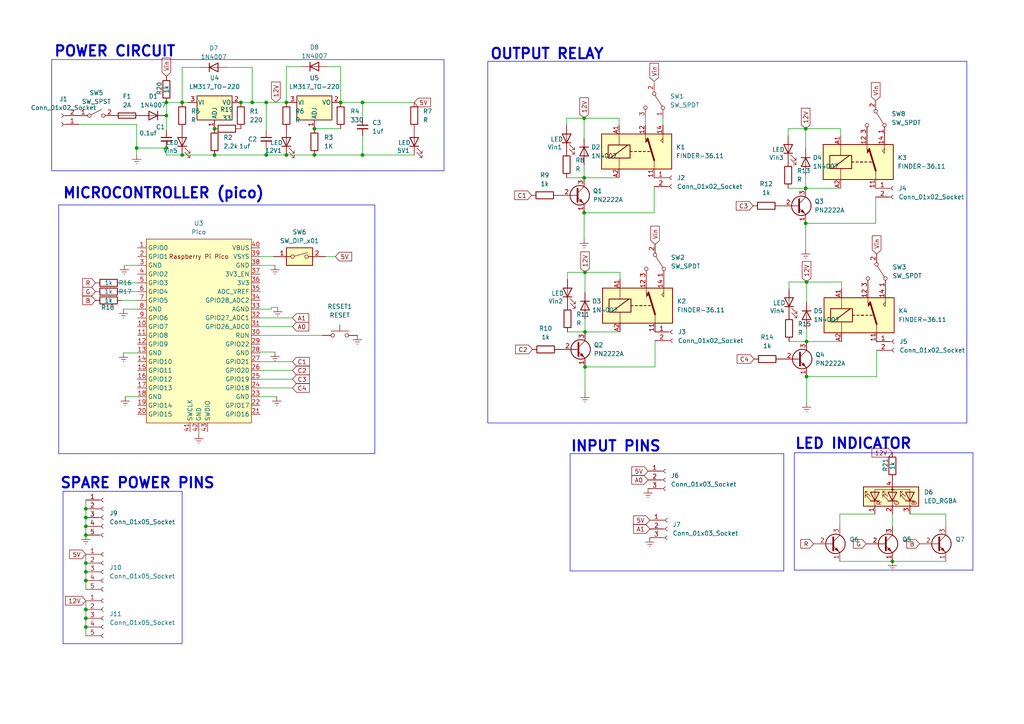
<source format=kicad_sch>
(kicad_sch (version 20230121) (generator eeschema)

  (uuid 15c35266-9452-499c-b2f9-b912fb649f8c)

  (paper "A4")

  (lib_symbols
    (symbol "Connector:Conn_01x02_Socket" (pin_names (offset 1.016) hide) (in_bom yes) (on_board yes)
      (property "Reference" "J" (at 0 2.54 0)
        (effects (font (size 1.27 1.27)))
      )
      (property "Value" "Conn_01x02_Socket" (at 0 -5.08 0)
        (effects (font (size 1.27 1.27)))
      )
      (property "Footprint" "" (at 0 0 0)
        (effects (font (size 1.27 1.27)) hide)
      )
      (property "Datasheet" "~" (at 0 0 0)
        (effects (font (size 1.27 1.27)) hide)
      )
      (property "ki_locked" "" (at 0 0 0)
        (effects (font (size 1.27 1.27)))
      )
      (property "ki_keywords" "connector" (at 0 0 0)
        (effects (font (size 1.27 1.27)) hide)
      )
      (property "ki_description" "Generic connector, single row, 01x02, script generated" (at 0 0 0)
        (effects (font (size 1.27 1.27)) hide)
      )
      (property "ki_fp_filters" "Connector*:*_1x??_*" (at 0 0 0)
        (effects (font (size 1.27 1.27)) hide)
      )
      (symbol "Conn_01x02_Socket_1_1"
        (arc (start 0 -2.032) (mid -0.5058 -2.54) (end 0 -3.048)
          (stroke (width 0.1524) (type default))
          (fill (type none))
        )
        (polyline
          (pts
            (xy -1.27 -2.54)
            (xy -0.508 -2.54)
          )
          (stroke (width 0.1524) (type default))
          (fill (type none))
        )
        (polyline
          (pts
            (xy -1.27 0)
            (xy -0.508 0)
          )
          (stroke (width 0.1524) (type default))
          (fill (type none))
        )
        (arc (start 0 0.508) (mid -0.5058 0) (end 0 -0.508)
          (stroke (width 0.1524) (type default))
          (fill (type none))
        )
        (pin passive line (at -5.08 0 0) (length 3.81)
          (name "Pin_1" (effects (font (size 1.27 1.27))))
          (number "1" (effects (font (size 1.27 1.27))))
        )
        (pin passive line (at -5.08 -2.54 0) (length 3.81)
          (name "Pin_2" (effects (font (size 1.27 1.27))))
          (number "2" (effects (font (size 1.27 1.27))))
        )
      )
    )
    (symbol "Connector:Conn_01x03_Socket" (pin_names (offset 1.016) hide) (in_bom yes) (on_board yes)
      (property "Reference" "J" (at 0 5.08 0)
        (effects (font (size 1.27 1.27)))
      )
      (property "Value" "Conn_01x03_Socket" (at 0 -5.08 0)
        (effects (font (size 1.27 1.27)))
      )
      (property "Footprint" "" (at 0 0 0)
        (effects (font (size 1.27 1.27)) hide)
      )
      (property "Datasheet" "~" (at 0 0 0)
        (effects (font (size 1.27 1.27)) hide)
      )
      (property "ki_locked" "" (at 0 0 0)
        (effects (font (size 1.27 1.27)))
      )
      (property "ki_keywords" "connector" (at 0 0 0)
        (effects (font (size 1.27 1.27)) hide)
      )
      (property "ki_description" "Generic connector, single row, 01x03, script generated" (at 0 0 0)
        (effects (font (size 1.27 1.27)) hide)
      )
      (property "ki_fp_filters" "Connector*:*_1x??_*" (at 0 0 0)
        (effects (font (size 1.27 1.27)) hide)
      )
      (symbol "Conn_01x03_Socket_1_1"
        (arc (start 0 -2.032) (mid -0.5058 -2.54) (end 0 -3.048)
          (stroke (width 0.1524) (type default))
          (fill (type none))
        )
        (polyline
          (pts
            (xy -1.27 -2.54)
            (xy -0.508 -2.54)
          )
          (stroke (width 0.1524) (type default))
          (fill (type none))
        )
        (polyline
          (pts
            (xy -1.27 0)
            (xy -0.508 0)
          )
          (stroke (width 0.1524) (type default))
          (fill (type none))
        )
        (polyline
          (pts
            (xy -1.27 2.54)
            (xy -0.508 2.54)
          )
          (stroke (width 0.1524) (type default))
          (fill (type none))
        )
        (arc (start 0 0.508) (mid -0.5058 0) (end 0 -0.508)
          (stroke (width 0.1524) (type default))
          (fill (type none))
        )
        (arc (start 0 3.048) (mid -0.5058 2.54) (end 0 2.032)
          (stroke (width 0.1524) (type default))
          (fill (type none))
        )
        (pin passive line (at -5.08 2.54 0) (length 3.81)
          (name "Pin_1" (effects (font (size 1.27 1.27))))
          (number "1" (effects (font (size 1.27 1.27))))
        )
        (pin passive line (at -5.08 0 0) (length 3.81)
          (name "Pin_2" (effects (font (size 1.27 1.27))))
          (number "2" (effects (font (size 1.27 1.27))))
        )
        (pin passive line (at -5.08 -2.54 0) (length 3.81)
          (name "Pin_3" (effects (font (size 1.27 1.27))))
          (number "3" (effects (font (size 1.27 1.27))))
        )
      )
    )
    (symbol "Connector:Conn_01x05_Socket" (pin_names (offset 1.016) hide) (in_bom yes) (on_board yes)
      (property "Reference" "J" (at 0 7.62 0)
        (effects (font (size 1.27 1.27)))
      )
      (property "Value" "Conn_01x05_Socket" (at 0 -7.62 0)
        (effects (font (size 1.27 1.27)))
      )
      (property "Footprint" "" (at 0 0 0)
        (effects (font (size 1.27 1.27)) hide)
      )
      (property "Datasheet" "~" (at 0 0 0)
        (effects (font (size 1.27 1.27)) hide)
      )
      (property "ki_locked" "" (at 0 0 0)
        (effects (font (size 1.27 1.27)))
      )
      (property "ki_keywords" "connector" (at 0 0 0)
        (effects (font (size 1.27 1.27)) hide)
      )
      (property "ki_description" "Generic connector, single row, 01x05, script generated" (at 0 0 0)
        (effects (font (size 1.27 1.27)) hide)
      )
      (property "ki_fp_filters" "Connector*:*_1x??_*" (at 0 0 0)
        (effects (font (size 1.27 1.27)) hide)
      )
      (symbol "Conn_01x05_Socket_1_1"
        (arc (start 0 -4.572) (mid -0.5058 -5.08) (end 0 -5.588)
          (stroke (width 0.1524) (type default))
          (fill (type none))
        )
        (arc (start 0 -2.032) (mid -0.5058 -2.54) (end 0 -3.048)
          (stroke (width 0.1524) (type default))
          (fill (type none))
        )
        (polyline
          (pts
            (xy -1.27 -5.08)
            (xy -0.508 -5.08)
          )
          (stroke (width 0.1524) (type default))
          (fill (type none))
        )
        (polyline
          (pts
            (xy -1.27 -2.54)
            (xy -0.508 -2.54)
          )
          (stroke (width 0.1524) (type default))
          (fill (type none))
        )
        (polyline
          (pts
            (xy -1.27 0)
            (xy -0.508 0)
          )
          (stroke (width 0.1524) (type default))
          (fill (type none))
        )
        (polyline
          (pts
            (xy -1.27 2.54)
            (xy -0.508 2.54)
          )
          (stroke (width 0.1524) (type default))
          (fill (type none))
        )
        (polyline
          (pts
            (xy -1.27 5.08)
            (xy -0.508 5.08)
          )
          (stroke (width 0.1524) (type default))
          (fill (type none))
        )
        (arc (start 0 0.508) (mid -0.5058 0) (end 0 -0.508)
          (stroke (width 0.1524) (type default))
          (fill (type none))
        )
        (arc (start 0 3.048) (mid -0.5058 2.54) (end 0 2.032)
          (stroke (width 0.1524) (type default))
          (fill (type none))
        )
        (arc (start 0 5.588) (mid -0.5058 5.08) (end 0 4.572)
          (stroke (width 0.1524) (type default))
          (fill (type none))
        )
        (pin passive line (at -5.08 5.08 0) (length 3.81)
          (name "Pin_1" (effects (font (size 1.27 1.27))))
          (number "1" (effects (font (size 1.27 1.27))))
        )
        (pin passive line (at -5.08 2.54 0) (length 3.81)
          (name "Pin_2" (effects (font (size 1.27 1.27))))
          (number "2" (effects (font (size 1.27 1.27))))
        )
        (pin passive line (at -5.08 0 0) (length 3.81)
          (name "Pin_3" (effects (font (size 1.27 1.27))))
          (number "3" (effects (font (size 1.27 1.27))))
        )
        (pin passive line (at -5.08 -2.54 0) (length 3.81)
          (name "Pin_4" (effects (font (size 1.27 1.27))))
          (number "4" (effects (font (size 1.27 1.27))))
        )
        (pin passive line (at -5.08 -5.08 0) (length 3.81)
          (name "Pin_5" (effects (font (size 1.27 1.27))))
          (number "5" (effects (font (size 1.27 1.27))))
        )
      )
    )
    (symbol "Device:C_Small" (pin_numbers hide) (pin_names (offset 0.254) hide) (in_bom yes) (on_board yes)
      (property "Reference" "C" (at 0.254 1.778 0)
        (effects (font (size 1.27 1.27)) (justify left))
      )
      (property "Value" "C_Small" (at 0.254 -2.032 0)
        (effects (font (size 1.27 1.27)) (justify left))
      )
      (property "Footprint" "" (at 0 0 0)
        (effects (font (size 1.27 1.27)) hide)
      )
      (property "Datasheet" "~" (at 0 0 0)
        (effects (font (size 1.27 1.27)) hide)
      )
      (property "ki_keywords" "capacitor cap" (at 0 0 0)
        (effects (font (size 1.27 1.27)) hide)
      )
      (property "ki_description" "Unpolarized capacitor, small symbol" (at 0 0 0)
        (effects (font (size 1.27 1.27)) hide)
      )
      (property "ki_fp_filters" "C_*" (at 0 0 0)
        (effects (font (size 1.27 1.27)) hide)
      )
      (symbol "C_Small_0_1"
        (polyline
          (pts
            (xy -1.524 -0.508)
            (xy 1.524 -0.508)
          )
          (stroke (width 0.3302) (type default))
          (fill (type none))
        )
        (polyline
          (pts
            (xy -1.524 0.508)
            (xy 1.524 0.508)
          )
          (stroke (width 0.3048) (type default))
          (fill (type none))
        )
      )
      (symbol "C_Small_1_1"
        (pin passive line (at 0 2.54 270) (length 2.032)
          (name "~" (effects (font (size 1.27 1.27))))
          (number "1" (effects (font (size 1.27 1.27))))
        )
        (pin passive line (at 0 -2.54 90) (length 2.032)
          (name "~" (effects (font (size 1.27 1.27))))
          (number "2" (effects (font (size 1.27 1.27))))
        )
      )
    )
    (symbol "Device:Fuse" (pin_numbers hide) (pin_names (offset 0)) (in_bom yes) (on_board yes)
      (property "Reference" "F" (at 2.032 0 90)
        (effects (font (size 1.27 1.27)))
      )
      (property "Value" "Fuse" (at -1.905 0 90)
        (effects (font (size 1.27 1.27)))
      )
      (property "Footprint" "" (at -1.778 0 90)
        (effects (font (size 1.27 1.27)) hide)
      )
      (property "Datasheet" "~" (at 0 0 0)
        (effects (font (size 1.27 1.27)) hide)
      )
      (property "ki_keywords" "fuse" (at 0 0 0)
        (effects (font (size 1.27 1.27)) hide)
      )
      (property "ki_description" "Fuse" (at 0 0 0)
        (effects (font (size 1.27 1.27)) hide)
      )
      (property "ki_fp_filters" "*Fuse*" (at 0 0 0)
        (effects (font (size 1.27 1.27)) hide)
      )
      (symbol "Fuse_0_1"
        (rectangle (start -0.762 -2.54) (end 0.762 2.54)
          (stroke (width 0.254) (type default))
          (fill (type none))
        )
        (polyline
          (pts
            (xy 0 2.54)
            (xy 0 -2.54)
          )
          (stroke (width 0) (type default))
          (fill (type none))
        )
      )
      (symbol "Fuse_1_1"
        (pin passive line (at 0 3.81 270) (length 1.27)
          (name "~" (effects (font (size 1.27 1.27))))
          (number "1" (effects (font (size 1.27 1.27))))
        )
        (pin passive line (at 0 -3.81 90) (length 1.27)
          (name "~" (effects (font (size 1.27 1.27))))
          (number "2" (effects (font (size 1.27 1.27))))
        )
      )
    )
    (symbol "Device:LED" (pin_numbers hide) (pin_names (offset 1.016) hide) (in_bom yes) (on_board yes)
      (property "Reference" "D" (at 0 2.54 0)
        (effects (font (size 1.27 1.27)))
      )
      (property "Value" "LED" (at 0 -2.54 0)
        (effects (font (size 1.27 1.27)))
      )
      (property "Footprint" "" (at 0 0 0)
        (effects (font (size 1.27 1.27)) hide)
      )
      (property "Datasheet" "~" (at 0 0 0)
        (effects (font (size 1.27 1.27)) hide)
      )
      (property "ki_keywords" "LED diode" (at 0 0 0)
        (effects (font (size 1.27 1.27)) hide)
      )
      (property "ki_description" "Light emitting diode" (at 0 0 0)
        (effects (font (size 1.27 1.27)) hide)
      )
      (property "ki_fp_filters" "LED* LED_SMD:* LED_THT:*" (at 0 0 0)
        (effects (font (size 1.27 1.27)) hide)
      )
      (symbol "LED_0_1"
        (polyline
          (pts
            (xy -1.27 -1.27)
            (xy -1.27 1.27)
          )
          (stroke (width 0.254) (type default))
          (fill (type none))
        )
        (polyline
          (pts
            (xy -1.27 0)
            (xy 1.27 0)
          )
          (stroke (width 0) (type default))
          (fill (type none))
        )
        (polyline
          (pts
            (xy 1.27 -1.27)
            (xy 1.27 1.27)
            (xy -1.27 0)
            (xy 1.27 -1.27)
          )
          (stroke (width 0.254) (type default))
          (fill (type none))
        )
        (polyline
          (pts
            (xy -3.048 -0.762)
            (xy -4.572 -2.286)
            (xy -3.81 -2.286)
            (xy -4.572 -2.286)
            (xy -4.572 -1.524)
          )
          (stroke (width 0) (type default))
          (fill (type none))
        )
        (polyline
          (pts
            (xy -1.778 -0.762)
            (xy -3.302 -2.286)
            (xy -2.54 -2.286)
            (xy -3.302 -2.286)
            (xy -3.302 -1.524)
          )
          (stroke (width 0) (type default))
          (fill (type none))
        )
      )
      (symbol "LED_1_1"
        (pin passive line (at -3.81 0 0) (length 2.54)
          (name "K" (effects (font (size 1.27 1.27))))
          (number "1" (effects (font (size 1.27 1.27))))
        )
        (pin passive line (at 3.81 0 180) (length 2.54)
          (name "A" (effects (font (size 1.27 1.27))))
          (number "2" (effects (font (size 1.27 1.27))))
        )
      )
    )
    (symbol "Device:LED_RGBA" (pin_names (offset 0) hide) (in_bom yes) (on_board yes)
      (property "Reference" "D" (at 0 9.398 0)
        (effects (font (size 1.27 1.27)))
      )
      (property "Value" "LED_RGBA" (at 0 -8.89 0)
        (effects (font (size 1.27 1.27)))
      )
      (property "Footprint" "" (at 0 -1.27 0)
        (effects (font (size 1.27 1.27)) hide)
      )
      (property "Datasheet" "~" (at 0 -1.27 0)
        (effects (font (size 1.27 1.27)) hide)
      )
      (property "ki_keywords" "LED RGB diode" (at 0 0 0)
        (effects (font (size 1.27 1.27)) hide)
      )
      (property "ki_description" "RGB LED, red/green/blue/anode" (at 0 0 0)
        (effects (font (size 1.27 1.27)) hide)
      )
      (property "ki_fp_filters" "LED* LED_SMD:* LED_THT:*" (at 0 0 0)
        (effects (font (size 1.27 1.27)) hide)
      )
      (symbol "LED_RGBA_0_0"
        (text "B" (at -1.905 -6.35 0)
          (effects (font (size 1.27 1.27)))
        )
        (text "G" (at -1.905 -1.27 0)
          (effects (font (size 1.27 1.27)))
        )
        (text "R" (at -1.905 3.81 0)
          (effects (font (size 1.27 1.27)))
        )
      )
      (symbol "LED_RGBA_0_1"
        (polyline
          (pts
            (xy -1.27 -5.08)
            (xy -2.54 -5.08)
          )
          (stroke (width 0) (type default))
          (fill (type none))
        )
        (polyline
          (pts
            (xy -1.27 -5.08)
            (xy 1.27 -5.08)
          )
          (stroke (width 0) (type default))
          (fill (type none))
        )
        (polyline
          (pts
            (xy -1.27 -3.81)
            (xy -1.27 -6.35)
          )
          (stroke (width 0.254) (type default))
          (fill (type none))
        )
        (polyline
          (pts
            (xy -1.27 0)
            (xy -2.54 0)
          )
          (stroke (width 0) (type default))
          (fill (type none))
        )
        (polyline
          (pts
            (xy -1.27 1.27)
            (xy -1.27 -1.27)
          )
          (stroke (width 0.254) (type default))
          (fill (type none))
        )
        (polyline
          (pts
            (xy -1.27 5.08)
            (xy -2.54 5.08)
          )
          (stroke (width 0) (type default))
          (fill (type none))
        )
        (polyline
          (pts
            (xy -1.27 5.08)
            (xy 1.27 5.08)
          )
          (stroke (width 0) (type default))
          (fill (type none))
        )
        (polyline
          (pts
            (xy -1.27 6.35)
            (xy -1.27 3.81)
          )
          (stroke (width 0.254) (type default))
          (fill (type none))
        )
        (polyline
          (pts
            (xy 1.27 0)
            (xy -1.27 0)
          )
          (stroke (width 0) (type default))
          (fill (type none))
        )
        (polyline
          (pts
            (xy 1.27 0)
            (xy 2.54 0)
          )
          (stroke (width 0) (type default))
          (fill (type none))
        )
        (polyline
          (pts
            (xy -1.27 1.27)
            (xy -1.27 -1.27)
            (xy -1.27 -1.27)
          )
          (stroke (width 0) (type default))
          (fill (type none))
        )
        (polyline
          (pts
            (xy -1.27 6.35)
            (xy -1.27 3.81)
            (xy -1.27 3.81)
          )
          (stroke (width 0) (type default))
          (fill (type none))
        )
        (polyline
          (pts
            (xy 1.27 -5.08)
            (xy 2.032 -5.08)
            (xy 2.032 5.08)
            (xy 1.27 5.08)
          )
          (stroke (width 0) (type default))
          (fill (type none))
        )
        (polyline
          (pts
            (xy 1.27 -3.81)
            (xy 1.27 -6.35)
            (xy -1.27 -5.08)
            (xy 1.27 -3.81)
          )
          (stroke (width 0.254) (type default))
          (fill (type none))
        )
        (polyline
          (pts
            (xy 1.27 1.27)
            (xy 1.27 -1.27)
            (xy -1.27 0)
            (xy 1.27 1.27)
          )
          (stroke (width 0.254) (type default))
          (fill (type none))
        )
        (polyline
          (pts
            (xy 1.27 6.35)
            (xy 1.27 3.81)
            (xy -1.27 5.08)
            (xy 1.27 6.35)
          )
          (stroke (width 0.254) (type default))
          (fill (type none))
        )
        (polyline
          (pts
            (xy -1.016 -3.81)
            (xy 0.508 -2.286)
            (xy -0.254 -2.286)
            (xy 0.508 -2.286)
            (xy 0.508 -3.048)
          )
          (stroke (width 0) (type default))
          (fill (type none))
        )
        (polyline
          (pts
            (xy -1.016 1.27)
            (xy 0.508 2.794)
            (xy -0.254 2.794)
            (xy 0.508 2.794)
            (xy 0.508 2.032)
          )
          (stroke (width 0) (type default))
          (fill (type none))
        )
        (polyline
          (pts
            (xy -1.016 6.35)
            (xy 0.508 7.874)
            (xy -0.254 7.874)
            (xy 0.508 7.874)
            (xy 0.508 7.112)
          )
          (stroke (width 0) (type default))
          (fill (type none))
        )
        (polyline
          (pts
            (xy 0 -3.81)
            (xy 1.524 -2.286)
            (xy 0.762 -2.286)
            (xy 1.524 -2.286)
            (xy 1.524 -3.048)
          )
          (stroke (width 0) (type default))
          (fill (type none))
        )
        (polyline
          (pts
            (xy 0 1.27)
            (xy 1.524 2.794)
            (xy 0.762 2.794)
            (xy 1.524 2.794)
            (xy 1.524 2.032)
          )
          (stroke (width 0) (type default))
          (fill (type none))
        )
        (polyline
          (pts
            (xy 0 6.35)
            (xy 1.524 7.874)
            (xy 0.762 7.874)
            (xy 1.524 7.874)
            (xy 1.524 7.112)
          )
          (stroke (width 0) (type default))
          (fill (type none))
        )
        (rectangle (start 1.27 -1.27) (end 1.27 1.27)
          (stroke (width 0) (type default))
          (fill (type none))
        )
        (rectangle (start 1.27 1.27) (end 1.27 1.27)
          (stroke (width 0) (type default))
          (fill (type none))
        )
        (rectangle (start 1.27 3.81) (end 1.27 6.35)
          (stroke (width 0) (type default))
          (fill (type none))
        )
        (rectangle (start 1.27 6.35) (end 1.27 6.35)
          (stroke (width 0) (type default))
          (fill (type none))
        )
        (circle (center 2.032 0) (radius 0.254)
          (stroke (width 0) (type default))
          (fill (type outline))
        )
        (rectangle (start 2.794 8.382) (end -2.794 -7.62)
          (stroke (width 0.254) (type default))
          (fill (type background))
        )
      )
      (symbol "LED_RGBA_1_1"
        (pin passive line (at -5.08 5.08 0) (length 2.54)
          (name "RK" (effects (font (size 1.27 1.27))))
          (number "1" (effects (font (size 1.27 1.27))))
        )
        (pin passive line (at -5.08 0 0) (length 2.54)
          (name "GK" (effects (font (size 1.27 1.27))))
          (number "2" (effects (font (size 1.27 1.27))))
        )
        (pin passive line (at -5.08 -5.08 0) (length 2.54)
          (name "BK" (effects (font (size 1.27 1.27))))
          (number "3" (effects (font (size 1.27 1.27))))
        )
        (pin passive line (at 5.08 0 180) (length 2.54)
          (name "A" (effects (font (size 1.27 1.27))))
          (number "4" (effects (font (size 1.27 1.27))))
        )
      )
    )
    (symbol "Device:R" (pin_numbers hide) (pin_names (offset 0)) (in_bom yes) (on_board yes)
      (property "Reference" "R" (at 2.032 0 90)
        (effects (font (size 1.27 1.27)))
      )
      (property "Value" "R" (at 0 0 90)
        (effects (font (size 1.27 1.27)))
      )
      (property "Footprint" "" (at -1.778 0 90)
        (effects (font (size 1.27 1.27)) hide)
      )
      (property "Datasheet" "~" (at 0 0 0)
        (effects (font (size 1.27 1.27)) hide)
      )
      (property "ki_keywords" "R res resistor" (at 0 0 0)
        (effects (font (size 1.27 1.27)) hide)
      )
      (property "ki_description" "Resistor" (at 0 0 0)
        (effects (font (size 1.27 1.27)) hide)
      )
      (property "ki_fp_filters" "R_*" (at 0 0 0)
        (effects (font (size 1.27 1.27)) hide)
      )
      (symbol "R_0_1"
        (rectangle (start -1.016 -2.54) (end 1.016 2.54)
          (stroke (width 0.254) (type default))
          (fill (type none))
        )
      )
      (symbol "R_1_1"
        (pin passive line (at 0 3.81 270) (length 1.27)
          (name "~" (effects (font (size 1.27 1.27))))
          (number "1" (effects (font (size 1.27 1.27))))
        )
        (pin passive line (at 0 -3.81 90) (length 1.27)
          (name "~" (effects (font (size 1.27 1.27))))
          (number "2" (effects (font (size 1.27 1.27))))
        )
      )
    )
    (symbol "Diode:1N4007" (pin_numbers hide) (pin_names hide) (in_bom yes) (on_board yes)
      (property "Reference" "D" (at 0 2.54 0)
        (effects (font (size 1.27 1.27)))
      )
      (property "Value" "1N4007" (at 0 -2.54 0)
        (effects (font (size 1.27 1.27)))
      )
      (property "Footprint" "Diode_THT:D_DO-41_SOD81_P10.16mm_Horizontal" (at 0 -4.445 0)
        (effects (font (size 1.27 1.27)) hide)
      )
      (property "Datasheet" "http://www.vishay.com/docs/88503/1n4001.pdf" (at 0 0 0)
        (effects (font (size 1.27 1.27)) hide)
      )
      (property "Sim.Device" "D" (at 0 0 0)
        (effects (font (size 1.27 1.27)) hide)
      )
      (property "Sim.Pins" "1=K 2=A" (at 0 0 0)
        (effects (font (size 1.27 1.27)) hide)
      )
      (property "ki_keywords" "diode" (at 0 0 0)
        (effects (font (size 1.27 1.27)) hide)
      )
      (property "ki_description" "1000V 1A General Purpose Rectifier Diode, DO-41" (at 0 0 0)
        (effects (font (size 1.27 1.27)) hide)
      )
      (property "ki_fp_filters" "D*DO?41*" (at 0 0 0)
        (effects (font (size 1.27 1.27)) hide)
      )
      (symbol "1N4007_0_1"
        (polyline
          (pts
            (xy -1.27 1.27)
            (xy -1.27 -1.27)
          )
          (stroke (width 0.254) (type default))
          (fill (type none))
        )
        (polyline
          (pts
            (xy 1.27 0)
            (xy -1.27 0)
          )
          (stroke (width 0) (type default))
          (fill (type none))
        )
        (polyline
          (pts
            (xy 1.27 1.27)
            (xy 1.27 -1.27)
            (xy -1.27 0)
            (xy 1.27 1.27)
          )
          (stroke (width 0.254) (type default))
          (fill (type none))
        )
      )
      (symbol "1N4007_1_1"
        (pin passive line (at -3.81 0 0) (length 2.54)
          (name "K" (effects (font (size 1.27 1.27))))
          (number "1" (effects (font (size 1.27 1.27))))
        )
        (pin passive line (at 3.81 0 180) (length 2.54)
          (name "A" (effects (font (size 1.27 1.27))))
          (number "2" (effects (font (size 1.27 1.27))))
        )
      )
    )
    (symbol "MCU_RaspberryPi_and_Boards:Pico" (in_bom yes) (on_board yes)
      (property "Reference" "U" (at -13.97 27.94 0)
        (effects (font (size 1.27 1.27)))
      )
      (property "Value" "Pico" (at 0 19.05 0)
        (effects (font (size 1.27 1.27)))
      )
      (property "Footprint" "RPi_Pico:RPi_Pico_SMD_TH" (at 0 0 90)
        (effects (font (size 1.27 1.27)) hide)
      )
      (property "Datasheet" "" (at 0 0 0)
        (effects (font (size 1.27 1.27)) hide)
      )
      (symbol "Pico_0_0"
        (text "Raspberry Pi Pico" (at 0 21.59 0)
          (effects (font (size 1.27 1.27)))
        )
      )
      (symbol "Pico_0_1"
        (rectangle (start -15.24 26.67) (end 15.24 -26.67)
          (stroke (width 0) (type default))
          (fill (type background))
        )
      )
      (symbol "Pico_1_1"
        (pin bidirectional line (at -17.78 24.13 0) (length 2.54)
          (name "GPIO0" (effects (font (size 1.27 1.27))))
          (number "1" (effects (font (size 1.27 1.27))))
        )
        (pin bidirectional line (at -17.78 1.27 0) (length 2.54)
          (name "GPIO7" (effects (font (size 1.27 1.27))))
          (number "10" (effects (font (size 1.27 1.27))))
        )
        (pin bidirectional line (at -17.78 -1.27 0) (length 2.54)
          (name "GPIO8" (effects (font (size 1.27 1.27))))
          (number "11" (effects (font (size 1.27 1.27))))
        )
        (pin bidirectional line (at -17.78 -3.81 0) (length 2.54)
          (name "GPIO9" (effects (font (size 1.27 1.27))))
          (number "12" (effects (font (size 1.27 1.27))))
        )
        (pin power_in line (at -17.78 -6.35 0) (length 2.54)
          (name "GND" (effects (font (size 1.27 1.27))))
          (number "13" (effects (font (size 1.27 1.27))))
        )
        (pin bidirectional line (at -17.78 -8.89 0) (length 2.54)
          (name "GPIO10" (effects (font (size 1.27 1.27))))
          (number "14" (effects (font (size 1.27 1.27))))
        )
        (pin bidirectional line (at -17.78 -11.43 0) (length 2.54)
          (name "GPIO11" (effects (font (size 1.27 1.27))))
          (number "15" (effects (font (size 1.27 1.27))))
        )
        (pin bidirectional line (at -17.78 -13.97 0) (length 2.54)
          (name "GPIO12" (effects (font (size 1.27 1.27))))
          (number "16" (effects (font (size 1.27 1.27))))
        )
        (pin bidirectional line (at -17.78 -16.51 0) (length 2.54)
          (name "GPIO13" (effects (font (size 1.27 1.27))))
          (number "17" (effects (font (size 1.27 1.27))))
        )
        (pin power_in line (at -17.78 -19.05 0) (length 2.54)
          (name "GND" (effects (font (size 1.27 1.27))))
          (number "18" (effects (font (size 1.27 1.27))))
        )
        (pin bidirectional line (at -17.78 -21.59 0) (length 2.54)
          (name "GPIO14" (effects (font (size 1.27 1.27))))
          (number "19" (effects (font (size 1.27 1.27))))
        )
        (pin bidirectional line (at -17.78 21.59 0) (length 2.54)
          (name "GPIO1" (effects (font (size 1.27 1.27))))
          (number "2" (effects (font (size 1.27 1.27))))
        )
        (pin bidirectional line (at -17.78 -24.13 0) (length 2.54)
          (name "GPIO15" (effects (font (size 1.27 1.27))))
          (number "20" (effects (font (size 1.27 1.27))))
        )
        (pin bidirectional line (at 17.78 -24.13 180) (length 2.54)
          (name "GPIO16" (effects (font (size 1.27 1.27))))
          (number "21" (effects (font (size 1.27 1.27))))
        )
        (pin bidirectional line (at 17.78 -21.59 180) (length 2.54)
          (name "GPIO17" (effects (font (size 1.27 1.27))))
          (number "22" (effects (font (size 1.27 1.27))))
        )
        (pin power_in line (at 17.78 -19.05 180) (length 2.54)
          (name "GND" (effects (font (size 1.27 1.27))))
          (number "23" (effects (font (size 1.27 1.27))))
        )
        (pin bidirectional line (at 17.78 -16.51 180) (length 2.54)
          (name "GPIO18" (effects (font (size 1.27 1.27))))
          (number "24" (effects (font (size 1.27 1.27))))
        )
        (pin bidirectional line (at 17.78 -13.97 180) (length 2.54)
          (name "GPIO19" (effects (font (size 1.27 1.27))))
          (number "25" (effects (font (size 1.27 1.27))))
        )
        (pin bidirectional line (at 17.78 -11.43 180) (length 2.54)
          (name "GPIO20" (effects (font (size 1.27 1.27))))
          (number "26" (effects (font (size 1.27 1.27))))
        )
        (pin bidirectional line (at 17.78 -8.89 180) (length 2.54)
          (name "GPIO21" (effects (font (size 1.27 1.27))))
          (number "27" (effects (font (size 1.27 1.27))))
        )
        (pin power_in line (at 17.78 -6.35 180) (length 2.54)
          (name "GND" (effects (font (size 1.27 1.27))))
          (number "28" (effects (font (size 1.27 1.27))))
        )
        (pin bidirectional line (at 17.78 -3.81 180) (length 2.54)
          (name "GPIO22" (effects (font (size 1.27 1.27))))
          (number "29" (effects (font (size 1.27 1.27))))
        )
        (pin power_in line (at -17.78 19.05 0) (length 2.54)
          (name "GND" (effects (font (size 1.27 1.27))))
          (number "3" (effects (font (size 1.27 1.27))))
        )
        (pin input line (at 17.78 -1.27 180) (length 2.54)
          (name "RUN" (effects (font (size 1.27 1.27))))
          (number "30" (effects (font (size 1.27 1.27))))
        )
        (pin bidirectional line (at 17.78 1.27 180) (length 2.54)
          (name "GPIO26_ADC0" (effects (font (size 1.27 1.27))))
          (number "31" (effects (font (size 1.27 1.27))))
        )
        (pin bidirectional line (at 17.78 3.81 180) (length 2.54)
          (name "GPIO27_ADC1" (effects (font (size 1.27 1.27))))
          (number "32" (effects (font (size 1.27 1.27))))
        )
        (pin power_in line (at 17.78 6.35 180) (length 2.54)
          (name "AGND" (effects (font (size 1.27 1.27))))
          (number "33" (effects (font (size 1.27 1.27))))
        )
        (pin bidirectional line (at 17.78 8.89 180) (length 2.54)
          (name "GPIO28_ADC2" (effects (font (size 1.27 1.27))))
          (number "34" (effects (font (size 1.27 1.27))))
        )
        (pin power_in line (at 17.78 11.43 180) (length 2.54)
          (name "ADC_VREF" (effects (font (size 1.27 1.27))))
          (number "35" (effects (font (size 1.27 1.27))))
        )
        (pin power_in line (at 17.78 13.97 180) (length 2.54)
          (name "3V3" (effects (font (size 1.27 1.27))))
          (number "36" (effects (font (size 1.27 1.27))))
        )
        (pin input line (at 17.78 16.51 180) (length 2.54)
          (name "3V3_EN" (effects (font (size 1.27 1.27))))
          (number "37" (effects (font (size 1.27 1.27))))
        )
        (pin bidirectional line (at 17.78 19.05 180) (length 2.54)
          (name "GND" (effects (font (size 1.27 1.27))))
          (number "38" (effects (font (size 1.27 1.27))))
        )
        (pin power_in line (at 17.78 21.59 180) (length 2.54)
          (name "VSYS" (effects (font (size 1.27 1.27))))
          (number "39" (effects (font (size 1.27 1.27))))
        )
        (pin bidirectional line (at -17.78 16.51 0) (length 2.54)
          (name "GPIO2" (effects (font (size 1.27 1.27))))
          (number "4" (effects (font (size 1.27 1.27))))
        )
        (pin power_in line (at 17.78 24.13 180) (length 2.54)
          (name "VBUS" (effects (font (size 1.27 1.27))))
          (number "40" (effects (font (size 1.27 1.27))))
        )
        (pin input line (at -2.54 -29.21 90) (length 2.54)
          (name "SWCLK" (effects (font (size 1.27 1.27))))
          (number "41" (effects (font (size 1.27 1.27))))
        )
        (pin power_in line (at 0 -29.21 90) (length 2.54)
          (name "GND" (effects (font (size 1.27 1.27))))
          (number "42" (effects (font (size 1.27 1.27))))
        )
        (pin bidirectional line (at 2.54 -29.21 90) (length 2.54)
          (name "SWDIO" (effects (font (size 1.27 1.27))))
          (number "43" (effects (font (size 1.27 1.27))))
        )
        (pin bidirectional line (at -17.78 13.97 0) (length 2.54)
          (name "GPIO3" (effects (font (size 1.27 1.27))))
          (number "5" (effects (font (size 1.27 1.27))))
        )
        (pin bidirectional line (at -17.78 11.43 0) (length 2.54)
          (name "GPIO4" (effects (font (size 1.27 1.27))))
          (number "6" (effects (font (size 1.27 1.27))))
        )
        (pin bidirectional line (at -17.78 8.89 0) (length 2.54)
          (name "GPIO5" (effects (font (size 1.27 1.27))))
          (number "7" (effects (font (size 1.27 1.27))))
        )
        (pin power_in line (at -17.78 6.35 0) (length 2.54)
          (name "GND" (effects (font (size 1.27 1.27))))
          (number "8" (effects (font (size 1.27 1.27))))
        )
        (pin bidirectional line (at -17.78 3.81 0) (length 2.54)
          (name "GPIO6" (effects (font (size 1.27 1.27))))
          (number "9" (effects (font (size 1.27 1.27))))
        )
      )
    )
    (symbol "Regulator_Linear:LM317_TO-220" (pin_names (offset 0.254)) (in_bom yes) (on_board yes)
      (property "Reference" "U" (at -3.81 3.175 0)
        (effects (font (size 1.27 1.27)))
      )
      (property "Value" "LM317_TO-220" (at 0 3.175 0)
        (effects (font (size 1.27 1.27)) (justify left))
      )
      (property "Footprint" "Package_TO_SOT_THT:TO-220-3_Vertical" (at 0 6.35 0)
        (effects (font (size 1.27 1.27) italic) hide)
      )
      (property "Datasheet" "http://www.ti.com/lit/ds/symlink/lm317.pdf" (at 0 0 0)
        (effects (font (size 1.27 1.27)) hide)
      )
      (property "ki_keywords" "Adjustable Voltage Regulator 1A Positive" (at 0 0 0)
        (effects (font (size 1.27 1.27)) hide)
      )
      (property "ki_description" "1.5A 35V Adjustable Linear Regulator, TO-220" (at 0 0 0)
        (effects (font (size 1.27 1.27)) hide)
      )
      (property "ki_fp_filters" "TO?220*" (at 0 0 0)
        (effects (font (size 1.27 1.27)) hide)
      )
      (symbol "LM317_TO-220_0_1"
        (rectangle (start -5.08 1.905) (end 5.08 -5.08)
          (stroke (width 0.254) (type default))
          (fill (type background))
        )
      )
      (symbol "LM317_TO-220_1_1"
        (pin input line (at 0 -7.62 90) (length 2.54)
          (name "ADJ" (effects (font (size 1.27 1.27))))
          (number "1" (effects (font (size 1.27 1.27))))
        )
        (pin power_out line (at 7.62 0 180) (length 2.54)
          (name "VO" (effects (font (size 1.27 1.27))))
          (number "2" (effects (font (size 1.27 1.27))))
        )
        (pin power_in line (at -7.62 0 0) (length 2.54)
          (name "VI" (effects (font (size 1.27 1.27))))
          (number "3" (effects (font (size 1.27 1.27))))
        )
      )
    )
    (symbol "Relay:FINDER-36.11" (in_bom yes) (on_board yes)
      (property "Reference" "K" (at 11.43 3.81 0)
        (effects (font (size 1.27 1.27)) (justify left))
      )
      (property "Value" "FINDER-36.11" (at 11.43 1.27 0)
        (effects (font (size 1.27 1.27)) (justify left))
      )
      (property "Footprint" "Relay_THT:Relay_SPDT_Finder_36.11" (at 32.258 -0.762 0)
        (effects (font (size 1.27 1.27)) hide)
      )
      (property "Datasheet" "https://gfinder.findernet.com/public/attachments/36/EN/S36EN.pdf" (at 0 0 0)
        (effects (font (size 1.27 1.27)) hide)
      )
      (property "ki_keywords" "spdt relay" (at 0 0 0)
        (effects (font (size 1.27 1.27)) hide)
      )
      (property "ki_description" "FINDER 36.11, SPDT relay, 10A" (at 0 0 0)
        (effects (font (size 1.27 1.27)) hide)
      )
      (property "ki_fp_filters" "Relay*SPDT*Finder*36.11*" (at 0 0 0)
        (effects (font (size 1.27 1.27)) hide)
      )
      (symbol "FINDER-36.11_0_0"
        (polyline
          (pts
            (xy 2.54 3.81)
            (xy 2.54 5.08)
          )
          (stroke (width 0) (type default))
          (fill (type none))
        )
        (polyline
          (pts
            (xy 7.62 3.81)
            (xy 7.62 5.08)
          )
          (stroke (width 0) (type default))
          (fill (type none))
        )
        (polyline
          (pts
            (xy 7.62 3.81)
            (xy 7.62 2.54)
            (xy 6.985 3.175)
            (xy 7.62 3.81)
          )
          (stroke (width 0) (type default))
          (fill (type none))
        )
      )
      (symbol "FINDER-36.11_0_1"
        (rectangle (start -10.16 5.08) (end 10.16 -5.08)
          (stroke (width 0.254) (type default))
          (fill (type background))
        )
        (rectangle (start -8.255 1.905) (end -1.905 -1.905)
          (stroke (width 0.254) (type default))
          (fill (type none))
        )
        (polyline
          (pts
            (xy -7.62 -1.905)
            (xy -2.54 1.905)
          )
          (stroke (width 0.254) (type default))
          (fill (type none))
        )
        (polyline
          (pts
            (xy -5.08 -5.08)
            (xy -5.08 -1.905)
          )
          (stroke (width 0) (type default))
          (fill (type none))
        )
        (polyline
          (pts
            (xy -5.08 5.08)
            (xy -5.08 1.905)
          )
          (stroke (width 0) (type default))
          (fill (type none))
        )
        (polyline
          (pts
            (xy -1.905 0)
            (xy -1.27 0)
          )
          (stroke (width 0.254) (type default))
          (fill (type none))
        )
        (polyline
          (pts
            (xy -0.635 0)
            (xy 0 0)
          )
          (stroke (width 0.254) (type default))
          (fill (type none))
        )
        (polyline
          (pts
            (xy 0.635 0)
            (xy 1.27 0)
          )
          (stroke (width 0.254) (type default))
          (fill (type none))
        )
        (polyline
          (pts
            (xy 0.635 0)
            (xy 1.27 0)
          )
          (stroke (width 0.254) (type default))
          (fill (type none))
        )
        (polyline
          (pts
            (xy 1.905 0)
            (xy 2.54 0)
          )
          (stroke (width 0.254) (type default))
          (fill (type none))
        )
        (polyline
          (pts
            (xy 3.175 0)
            (xy 3.81 0)
          )
          (stroke (width 0.254) (type default))
          (fill (type none))
        )
        (polyline
          (pts
            (xy 5.08 -2.54)
            (xy 3.175 3.81)
          )
          (stroke (width 0.508) (type default))
          (fill (type none))
        )
        (polyline
          (pts
            (xy 5.08 -2.54)
            (xy 5.08 -5.08)
          )
          (stroke (width 0) (type default))
          (fill (type none))
        )
        (polyline
          (pts
            (xy 2.54 2.54)
            (xy 3.175 3.175)
            (xy 2.54 3.81)
          )
          (stroke (width 0) (type default))
          (fill (type outline))
        )
      )
      (symbol "FINDER-36.11_1_1"
        (pin passive line (at 5.08 -7.62 90) (length 2.54)
          (name "~" (effects (font (size 1.27 1.27))))
          (number "11" (effects (font (size 1.27 1.27))))
        )
        (pin passive line (at 2.54 7.62 270) (length 2.54)
          (name "~" (effects (font (size 1.27 1.27))))
          (number "12" (effects (font (size 1.27 1.27))))
        )
        (pin passive line (at 7.62 7.62 270) (length 2.54)
          (name "~" (effects (font (size 1.27 1.27))))
          (number "14" (effects (font (size 1.27 1.27))))
        )
        (pin passive line (at -5.08 7.62 270) (length 2.54)
          (name "~" (effects (font (size 1.27 1.27))))
          (number "A1" (effects (font (size 1.27 1.27))))
        )
        (pin passive line (at -5.08 -7.62 90) (length 2.54)
          (name "~" (effects (font (size 1.27 1.27))))
          (number "A2" (effects (font (size 1.27 1.27))))
        )
      )
    )
    (symbol "Switch:SW_DIP_x01" (pin_names (offset 0) hide) (in_bom yes) (on_board yes)
      (property "Reference" "SW" (at 0 3.81 0)
        (effects (font (size 1.27 1.27)))
      )
      (property "Value" "SW_DIP_x01" (at 0 -3.81 0)
        (effects (font (size 1.27 1.27)))
      )
      (property "Footprint" "" (at 0 0 0)
        (effects (font (size 1.27 1.27)) hide)
      )
      (property "Datasheet" "~" (at 0 0 0)
        (effects (font (size 1.27 1.27)) hide)
      )
      (property "ki_keywords" "dip switch" (at 0 0 0)
        (effects (font (size 1.27 1.27)) hide)
      )
      (property "ki_description" "1x DIP Switch, Single Pole Single Throw (SPST) switch, small symbol" (at 0 0 0)
        (effects (font (size 1.27 1.27)) hide)
      )
      (property "ki_fp_filters" "SW?DIP?x1*" (at 0 0 0)
        (effects (font (size 1.27 1.27)) hide)
      )
      (symbol "SW_DIP_x01_0_0"
        (circle (center -2.032 0) (radius 0.508)
          (stroke (width 0) (type default))
          (fill (type none))
        )
        (polyline
          (pts
            (xy -1.524 0.127)
            (xy 2.3622 1.1684)
          )
          (stroke (width 0) (type default))
          (fill (type none))
        )
        (circle (center 2.032 0) (radius 0.508)
          (stroke (width 0) (type default))
          (fill (type none))
        )
      )
      (symbol "SW_DIP_x01_0_1"
        (rectangle (start -3.81 2.54) (end 3.81 -2.54)
          (stroke (width 0.254) (type default))
          (fill (type background))
        )
      )
      (symbol "SW_DIP_x01_1_1"
        (pin passive line (at -7.62 0 0) (length 5.08)
          (name "~" (effects (font (size 1.27 1.27))))
          (number "1" (effects (font (size 1.27 1.27))))
        )
        (pin passive line (at 7.62 0 180) (length 5.08)
          (name "~" (effects (font (size 1.27 1.27))))
          (number "2" (effects (font (size 1.27 1.27))))
        )
      )
    )
    (symbol "Switch:SW_Push" (pin_numbers hide) (pin_names (offset 1.016) hide) (in_bom yes) (on_board yes)
      (property "Reference" "SW" (at 1.27 2.54 0)
        (effects (font (size 1.27 1.27)) (justify left))
      )
      (property "Value" "SW_Push" (at 0 -1.524 0)
        (effects (font (size 1.27 1.27)))
      )
      (property "Footprint" "" (at 0 5.08 0)
        (effects (font (size 1.27 1.27)) hide)
      )
      (property "Datasheet" "~" (at 0 5.08 0)
        (effects (font (size 1.27 1.27)) hide)
      )
      (property "ki_keywords" "switch normally-open pushbutton push-button" (at 0 0 0)
        (effects (font (size 1.27 1.27)) hide)
      )
      (property "ki_description" "Push button switch, generic, two pins" (at 0 0 0)
        (effects (font (size 1.27 1.27)) hide)
      )
      (symbol "SW_Push_0_1"
        (circle (center -2.032 0) (radius 0.508)
          (stroke (width 0) (type default))
          (fill (type none))
        )
        (polyline
          (pts
            (xy 0 1.27)
            (xy 0 3.048)
          )
          (stroke (width 0) (type default))
          (fill (type none))
        )
        (polyline
          (pts
            (xy 2.54 1.27)
            (xy -2.54 1.27)
          )
          (stroke (width 0) (type default))
          (fill (type none))
        )
        (circle (center 2.032 0) (radius 0.508)
          (stroke (width 0) (type default))
          (fill (type none))
        )
        (pin passive line (at -5.08 0 0) (length 2.54)
          (name "1" (effects (font (size 1.27 1.27))))
          (number "1" (effects (font (size 1.27 1.27))))
        )
        (pin passive line (at 5.08 0 180) (length 2.54)
          (name "2" (effects (font (size 1.27 1.27))))
          (number "2" (effects (font (size 1.27 1.27))))
        )
      )
    )
    (symbol "Switch:SW_SPDT" (pin_names (offset 0) hide) (in_bom yes) (on_board yes)
      (property "Reference" "SW" (at 0 4.318 0)
        (effects (font (size 1.27 1.27)))
      )
      (property "Value" "SW_SPDT" (at 0 -5.08 0)
        (effects (font (size 1.27 1.27)))
      )
      (property "Footprint" "" (at 0 0 0)
        (effects (font (size 1.27 1.27)) hide)
      )
      (property "Datasheet" "~" (at 0 0 0)
        (effects (font (size 1.27 1.27)) hide)
      )
      (property "ki_keywords" "switch single-pole double-throw spdt ON-ON" (at 0 0 0)
        (effects (font (size 1.27 1.27)) hide)
      )
      (property "ki_description" "Switch, single pole double throw" (at 0 0 0)
        (effects (font (size 1.27 1.27)) hide)
      )
      (symbol "SW_SPDT_0_0"
        (circle (center -2.032 0) (radius 0.508)
          (stroke (width 0) (type default))
          (fill (type none))
        )
        (circle (center 2.032 -2.54) (radius 0.508)
          (stroke (width 0) (type default))
          (fill (type none))
        )
      )
      (symbol "SW_SPDT_0_1"
        (polyline
          (pts
            (xy -1.524 0.254)
            (xy 1.651 2.286)
          )
          (stroke (width 0) (type default))
          (fill (type none))
        )
        (circle (center 2.032 2.54) (radius 0.508)
          (stroke (width 0) (type default))
          (fill (type none))
        )
      )
      (symbol "SW_SPDT_1_1"
        (pin passive line (at 5.08 2.54 180) (length 2.54)
          (name "A" (effects (font (size 1.27 1.27))))
          (number "1" (effects (font (size 1.27 1.27))))
        )
        (pin passive line (at -5.08 0 0) (length 2.54)
          (name "B" (effects (font (size 1.27 1.27))))
          (number "2" (effects (font (size 1.27 1.27))))
        )
        (pin passive line (at 5.08 -2.54 180) (length 2.54)
          (name "C" (effects (font (size 1.27 1.27))))
          (number "3" (effects (font (size 1.27 1.27))))
        )
      )
    )
    (symbol "Switch:SW_SPST" (pin_names (offset 0) hide) (in_bom yes) (on_board yes)
      (property "Reference" "SW" (at 0 3.175 0)
        (effects (font (size 1.27 1.27)))
      )
      (property "Value" "SW_SPST" (at 0 -2.54 0)
        (effects (font (size 1.27 1.27)))
      )
      (property "Footprint" "" (at 0 0 0)
        (effects (font (size 1.27 1.27)) hide)
      )
      (property "Datasheet" "~" (at 0 0 0)
        (effects (font (size 1.27 1.27)) hide)
      )
      (property "ki_keywords" "switch lever" (at 0 0 0)
        (effects (font (size 1.27 1.27)) hide)
      )
      (property "ki_description" "Single Pole Single Throw (SPST) switch" (at 0 0 0)
        (effects (font (size 1.27 1.27)) hide)
      )
      (symbol "SW_SPST_0_0"
        (circle (center -2.032 0) (radius 0.508)
          (stroke (width 0) (type default))
          (fill (type none))
        )
        (polyline
          (pts
            (xy -1.524 0.254)
            (xy 1.524 1.778)
          )
          (stroke (width 0) (type default))
          (fill (type none))
        )
        (circle (center 2.032 0) (radius 0.508)
          (stroke (width 0) (type default))
          (fill (type none))
        )
      )
      (symbol "SW_SPST_1_1"
        (pin passive line (at -5.08 0 0) (length 2.54)
          (name "A" (effects (font (size 1.27 1.27))))
          (number "1" (effects (font (size 1.27 1.27))))
        )
        (pin passive line (at 5.08 0 180) (length 2.54)
          (name "B" (effects (font (size 1.27 1.27))))
          (number "2" (effects (font (size 1.27 1.27))))
        )
      )
    )
    (symbol "Transistor_BJT:PN2222A" (pin_names (offset 0) hide) (in_bom yes) (on_board yes)
      (property "Reference" "Q" (at 5.08 1.905 0)
        (effects (font (size 1.27 1.27)) (justify left))
      )
      (property "Value" "PN2222A" (at 5.08 0 0)
        (effects (font (size 1.27 1.27)) (justify left))
      )
      (property "Footprint" "Package_TO_SOT_THT:TO-92_Inline" (at 5.08 -1.905 0)
        (effects (font (size 1.27 1.27) italic) (justify left) hide)
      )
      (property "Datasheet" "https://www.onsemi.com/pub/Collateral/PN2222-D.PDF" (at 0 0 0)
        (effects (font (size 1.27 1.27)) (justify left) hide)
      )
      (property "ki_keywords" "NPN Transistor" (at 0 0 0)
        (effects (font (size 1.27 1.27)) hide)
      )
      (property "ki_description" "1A Ic, 40V Vce, NPN Transistor, General Purpose Transistor, TO-92" (at 0 0 0)
        (effects (font (size 1.27 1.27)) hide)
      )
      (property "ki_fp_filters" "TO?92*" (at 0 0 0)
        (effects (font (size 1.27 1.27)) hide)
      )
      (symbol "PN2222A_0_1"
        (polyline
          (pts
            (xy 0 0)
            (xy 0.635 0)
          )
          (stroke (width 0) (type default))
          (fill (type none))
        )
        (polyline
          (pts
            (xy 2.54 -2.54)
            (xy 0.635 -0.635)
          )
          (stroke (width 0) (type default))
          (fill (type none))
        )
        (polyline
          (pts
            (xy 2.54 2.54)
            (xy 0.635 0.635)
          )
          (stroke (width 0) (type default))
          (fill (type none))
        )
        (polyline
          (pts
            (xy 0.635 1.905)
            (xy 0.635 -1.905)
            (xy 0.635 -1.905)
          )
          (stroke (width 0.508) (type default))
          (fill (type none))
        )
        (polyline
          (pts
            (xy 2.413 -2.413)
            (xy 1.905 -1.905)
            (xy 1.905 -1.905)
          )
          (stroke (width 0) (type default))
          (fill (type none))
        )
        (polyline
          (pts
            (xy 1.143 -1.651)
            (xy 1.651 -1.143)
            (xy 2.159 -2.159)
            (xy 1.143 -1.651)
            (xy 1.143 -1.651)
          )
          (stroke (width 0) (type default))
          (fill (type outline))
        )
        (circle (center 1.27 0) (radius 2.8194)
          (stroke (width 0.254) (type default))
          (fill (type none))
        )
      )
      (symbol "PN2222A_1_1"
        (pin passive line (at 2.54 -5.08 90) (length 2.54)
          (name "E" (effects (font (size 1.27 1.27))))
          (number "1" (effects (font (size 1.27 1.27))))
        )
        (pin input line (at -5.08 0 0) (length 5.08)
          (name "B" (effects (font (size 1.27 1.27))))
          (number "2" (effects (font (size 1.27 1.27))))
        )
        (pin passive line (at 2.54 5.08 270) (length 2.54)
          (name "C" (effects (font (size 1.27 1.27))))
          (number "3" (effects (font (size 1.27 1.27))))
        )
      )
    )
    (symbol "power:Earth" (power) (pin_numbers hide) (pin_names (offset 0) hide) (in_bom yes) (on_board yes)
      (property "Reference" "#PWR" (at 0 -6.35 0)
        (effects (font (size 1.27 1.27)) hide)
      )
      (property "Value" "Earth" (at 0 -3.81 0)
        (effects (font (size 1.27 1.27)) hide)
      )
      (property "Footprint" "" (at 0 0 0)
        (effects (font (size 1.27 1.27)) hide)
      )
      (property "Datasheet" "~" (at 0 0 0)
        (effects (font (size 1.27 1.27)) hide)
      )
      (property "ki_keywords" "global ground gnd" (at 0 0 0)
        (effects (font (size 1.27 1.27)) hide)
      )
      (property "ki_description" "Power symbol creates a global label with name \"Earth\"" (at 0 0 0)
        (effects (font (size 1.27 1.27)) hide)
      )
      (symbol "Earth_0_1"
        (polyline
          (pts
            (xy -0.635 -1.905)
            (xy 0.635 -1.905)
          )
          (stroke (width 0) (type default))
          (fill (type none))
        )
        (polyline
          (pts
            (xy -0.127 -2.54)
            (xy 0.127 -2.54)
          )
          (stroke (width 0) (type default))
          (fill (type none))
        )
        (polyline
          (pts
            (xy 0 -1.27)
            (xy 0 0)
          )
          (stroke (width 0) (type default))
          (fill (type none))
        )
        (polyline
          (pts
            (xy 1.27 -1.27)
            (xy -1.27 -1.27)
          )
          (stroke (width 0) (type default))
          (fill (type none))
        )
      )
      (symbol "Earth_1_1"
        (pin power_in line (at 0 0 270) (length 0) hide
          (name "Earth" (effects (font (size 1.27 1.27))))
          (number "1" (effects (font (size 1.27 1.27))))
        )
      )
    )
  )

  (junction (at 69.85 29.718) (diameter 0) (color 0 0 0 0)
    (uuid 06c49d64-9097-4a00-b0c5-604316bb919d)
  )
  (junction (at 24.892 147.574) (diameter 0) (color 0 0 0 0)
    (uuid 0cea28d1-d8dd-423b-9c73-0d37bac4f5e6)
  )
  (junction (at 24.892 176.784) (diameter 0) (color 0 0 0 0)
    (uuid 0ef8a459-65fe-401f-8c85-9496688c6c35)
  )
  (junction (at 169.418 61.722) (diameter 0) (color 0 0 0 0)
    (uuid 11a7ef15-c929-457d-a507-26005032ba03)
  )
  (junction (at 24.892 179.324) (diameter 0) (color 0 0 0 0)
    (uuid 14dd7eaa-7a51-48e8-b44b-54b7c3185b3a)
  )
  (junction (at 233.934 109.22) (diameter 0) (color 0 0 0 0)
    (uuid 1a458ec5-c5da-4b35-8b0c-b5f6235fa89b)
  )
  (junction (at 24.892 150.114) (diameter 0) (color 0 0 0 0)
    (uuid 1e0e5153-1fc6-4dd7-8abd-dfe9e59ffc7b)
  )
  (junction (at 169.672 96.266) (diameter 0) (color 0 0 0 0)
    (uuid 22eadd59-574d-4c5c-a078-e9f35094aa2e)
  )
  (junction (at 24.892 165.862) (diameter 0) (color 0 0 0 0)
    (uuid 236ef08b-3575-4098-bba1-3dd62695a58c)
  )
  (junction (at 169.418 34.29) (diameter 0) (color 0 0 0 0)
    (uuid 307589f2-1a03-47b5-b84c-af888bdea3e4)
  )
  (junction (at 52.832 44.958) (diameter 0) (color 0 0 0 0)
    (uuid 37e0bb16-56e6-4868-8ee6-a538cedb3e3f)
  )
  (junction (at 98.806 29.718) (diameter 0) (color 0 0 0 0)
    (uuid 3b760e3a-1811-42ef-8014-07408c2c96cc)
  )
  (junction (at 91.186 44.958) (diameter 0) (color 0 0 0 0)
    (uuid 3ececde5-2415-420f-b34d-b891c2d41358)
  )
  (junction (at 233.68 64.77) (diameter 0) (color 0 0 0 0)
    (uuid 4e862acf-878c-49e9-919a-da2826460274)
  )
  (junction (at 24.892 152.654) (diameter 0) (color 0 0 0 0)
    (uuid 530992a4-4edb-4d9c-a501-e8b46f20d2d4)
  )
  (junction (at 24.892 181.864) (diameter 0) (color 0 0 0 0)
    (uuid 5cb92f56-3ceb-4ae2-bce3-7a65e472cd3c)
  )
  (junction (at 62.23 44.958) (diameter 0) (color 0 0 0 0)
    (uuid 6b7a24be-64c4-45aa-9706-9b3e2adebc92)
  )
  (junction (at 52.832 29.718) (diameter 0) (color 0 0 0 0)
    (uuid 77a8aa4e-00b9-4f44-8207-a00117b6b022)
  )
  (junction (at 169.672 106.426) (diameter 0) (color 0 0 0 0)
    (uuid 7be278db-073a-439f-aea3-15404d5ffa70)
  )
  (junction (at 233.68 54.61) (diameter 0) (color 0 0 0 0)
    (uuid 81d1f0f1-9912-4cca-81c2-87fbab372dc2)
  )
  (junction (at 24.892 155.194) (diameter 0) (color 0 0 0 0)
    (uuid 8a7b9a0b-c1cc-4a98-a69f-e4183a34a402)
  )
  (junction (at 77.216 44.958) (diameter 0) (color 0 0 0 0)
    (uuid 8f361280-b5d7-4d4f-99ad-98686e257315)
  )
  (junction (at 83.058 44.958) (diameter 0) (color 0 0 0 0)
    (uuid 9424b6c0-a1d6-491f-8045-626d56100b23)
  )
  (junction (at 105.156 29.718) (diameter 0) (color 0 0 0 0)
    (uuid 9824f3d3-f80c-43ec-a501-99ac8a9312da)
  )
  (junction (at 73.152 29.718) (diameter 0) (color 0 0 0 0)
    (uuid 987fa6bb-e126-41c2-8581-c4ec5aecf08c)
  )
  (junction (at 48.26 42.926) (diameter 0) (color 0 0 0 0)
    (uuid 9a3ad8bd-9136-4ed4-9354-f7d4b5906346)
  )
  (junction (at 48.26 29.718) (diameter 0) (color 0 0 0 0)
    (uuid 9cdc95af-0d60-4a55-96fd-6d978c79166a)
  )
  (junction (at 24.892 168.402) (diameter 0) (color 0 0 0 0)
    (uuid 9d1aed33-23e7-4d27-a82b-576b013f821c)
  )
  (junction (at 233.934 99.06) (diameter 0) (color 0 0 0 0)
    (uuid a2b2dcec-0196-4895-8edb-0813b0855f2d)
  )
  (junction (at 39.624 42.926) (diameter 0) (color 0 0 0 0)
    (uuid b6304fb5-c36e-47cb-9098-69f621d06244)
  )
  (junction (at 24.892 163.322) (diameter 0) (color 0 0 0 0)
    (uuid bc3e20d4-b47a-4a22-872b-6ca0bac7d3a2)
  )
  (junction (at 77.216 29.718) (diameter 0) (color 0 0 0 0)
    (uuid bc50f8da-656a-45a6-97d1-162411c05801)
  )
  (junction (at 233.68 37.338) (diameter 0) (color 0 0 0 0)
    (uuid bd1aeb79-05c9-41b2-b5fc-c885aaf7a01e)
  )
  (junction (at 258.826 162.814) (diameter 0) (color 0 0 0 0)
    (uuid be457df4-cd7d-4174-bb3c-ea1cee6b4124)
  )
  (junction (at 83.058 29.718) (diameter 0) (color 0 0 0 0)
    (uuid c606585e-7c45-4dd2-a3dd-88336a102280)
  )
  (junction (at 91.186 37.338) (diameter 0) (color 0 0 0 0)
    (uuid c7e37e5d-89c8-4049-b406-2bd105f711e8)
  )
  (junction (at 169.672 78.994) (diameter 0) (color 0 0 0 0)
    (uuid d371c43d-59df-4cad-9481-5f618abb6376)
  )
  (junction (at 169.418 51.562) (diameter 0) (color 0 0 0 0)
    (uuid db5f19f1-8c09-4da0-a41d-af10d124b09c)
  )
  (junction (at 105.156 44.958) (diameter 0) (color 0 0 0 0)
    (uuid e00347fd-e608-446a-821e-dd3931410ce1)
  )
  (junction (at 233.934 81.788) (diameter 0) (color 0 0 0 0)
    (uuid f2949afe-20c9-4a0e-80d3-1b71c98a4ce5)
  )
  (junction (at 62.23 37.338) (diameter 0) (color 0 0 0 0)
    (uuid f9921455-dd1d-43bf-92d7-5da19f54848c)
  )
  (junction (at 48.26 33.528) (diameter 0) (color 0 0 0 0)
    (uuid fce9dd6c-6331-4bda-8609-fa6d5bb9b90c)
  )

  (wire (pts (xy 228.6 54.61) (xy 233.68 54.61))
    (stroke (width 0) (type default))
    (uuid 0230ca90-7e94-4e5c-993c-30c70ac10234)
  )
  (wire (pts (xy 105.156 29.718) (xy 98.806 29.718))
    (stroke (width 0) (type default))
    (uuid 03457965-5568-41d7-8b8c-d0bc0bedeeb7)
  )
  (wire (pts (xy 48.26 37.846) (xy 48.26 33.528))
    (stroke (width 0) (type default))
    (uuid 0359bfea-3543-4673-82f2-ea360ee91fca)
  )
  (wire (pts (xy 57.658 125.984) (xy 57.658 125.222))
    (stroke (width 0) (type default))
    (uuid 07e2c7e1-7331-4d8d-9dc4-de5e8cd338e4)
  )
  (wire (pts (xy 24.892 152.654) (xy 24.892 155.194))
    (stroke (width 0) (type default))
    (uuid 0af5618e-82d1-47b1-8372-519e3f469c43)
  )
  (wire (pts (xy 24.892 168.402) (xy 24.892 170.942))
    (stroke (width 0) (type default))
    (uuid 0bf66ca0-3886-4af2-8fdf-a33e55f8692a)
  )
  (wire (pts (xy 75.438 115.062) (xy 80.264 115.062))
    (stroke (width 0) (type default))
    (uuid 103dc80f-c479-47bc-8b33-dae4750288b0)
  )
  (wire (pts (xy 39.624 42.926) (xy 48.26 42.926))
    (stroke (width 0) (type default))
    (uuid 13090978-cdac-49e4-959b-ce05e0f92e68)
  )
  (wire (pts (xy 36.322 115.062) (xy 39.878 115.062))
    (stroke (width 0) (type default))
    (uuid 1624aecd-d3af-43f5-a8f3-3690dada083b)
  )
  (wire (pts (xy 75.438 104.902) (xy 84.836 104.902))
    (stroke (width 0) (type default))
    (uuid 1766b3d4-8d1f-4005-88c2-f5f410b8a9bf)
  )
  (wire (pts (xy 87.376 19.304) (xy 83.058 19.304))
    (stroke (width 0) (type default))
    (uuid 1b4678f2-f552-41b4-afb6-4d04039a4000)
  )
  (wire (pts (xy 164.592 78.994) (xy 164.592 81.026))
    (stroke (width 0) (type default))
    (uuid 1e7ac8ba-15db-403b-b5d3-e04c589eded2)
  )
  (wire (pts (xy 24.892 179.324) (xy 24.892 181.864))
    (stroke (width 0) (type default))
    (uuid 26268ccc-a32c-4ee2-8d32-6f5135933961)
  )
  (wire (pts (xy 24.892 163.322) (xy 24.892 165.862))
    (stroke (width 0) (type default))
    (uuid 26b6b61b-ac2c-4436-ab71-f914858b073d)
  )
  (wire (pts (xy 228.854 81.788) (xy 233.934 81.788))
    (stroke (width 0) (type default))
    (uuid 26ce5c54-7df2-4885-a65a-f067dbf53b60)
  )
  (wire (pts (xy 94.488 74.422) (xy 97.282 74.422))
    (stroke (width 0) (type default))
    (uuid 27490e78-ad97-4e33-9730-3f59deeb641f)
  )
  (wire (pts (xy 83.058 29.718) (xy 83.566 29.718))
    (stroke (width 0) (type default))
    (uuid 2aa876b1-025f-4fb8-9617-ad90c3ee5fc6)
  )
  (wire (pts (xy 164.338 34.29) (xy 169.418 34.29))
    (stroke (width 0) (type default))
    (uuid 2d780be3-5a0e-4db6-b699-a86140269125)
  )
  (wire (pts (xy 69.85 29.718) (xy 73.152 29.718))
    (stroke (width 0) (type default))
    (uuid 2e22b604-f8ce-4d81-88e2-a357af0ba6c1)
  )
  (wire (pts (xy 244.094 99.06) (xy 233.934 99.06))
    (stroke (width 0) (type default))
    (uuid 2e22f317-d743-43e2-8f7b-528962fdea0c)
  )
  (wire (pts (xy 35.814 102.362) (xy 39.878 102.362))
    (stroke (width 0) (type default))
    (uuid 2e4fe218-0c9e-490e-8d95-ad888c05c201)
  )
  (wire (pts (xy 93.472 97.282) (xy 75.438 97.282))
    (stroke (width 0) (type default))
    (uuid 2f1e885a-a707-42db-b0be-720b9015aa9e)
  )
  (wire (pts (xy 243.586 149.098) (xy 243.586 152.654))
    (stroke (width 0) (type default))
    (uuid 332b2436-9114-4fb7-b44f-01bba53692d8)
  )
  (wire (pts (xy 39.624 36.068) (xy 39.624 42.926))
    (stroke (width 0) (type default))
    (uuid 374f5dba-85ca-4d4b-b0c9-bc6a888adf86)
  )
  (wire (pts (xy 24.892 181.864) (xy 24.892 184.404))
    (stroke (width 0) (type default))
    (uuid 3892377d-76db-4b25-80a4-bce244a0c7f0)
  )
  (wire (pts (xy 228.6 37.338) (xy 233.68 37.338))
    (stroke (width 0) (type default))
    (uuid 391f6495-4c9f-49c5-82e7-60bbe026996a)
  )
  (wire (pts (xy 233.934 99.06) (xy 233.934 95.25))
    (stroke (width 0) (type default))
    (uuid 3a23fe1b-652a-49b0-a1ce-2d57bf0c40db)
  )
  (wire (pts (xy 48.26 44.958) (xy 52.832 44.958))
    (stroke (width 0) (type default))
    (uuid 40ca0c61-c9f0-4b04-8ed6-eec2d7e93c2c)
  )
  (wire (pts (xy 244.094 81.788) (xy 244.094 83.82))
    (stroke (width 0) (type default))
    (uuid 40d3cd5f-d4ea-46e3-88ca-a70fb3e1b7d7)
  )
  (wire (pts (xy 105.156 29.718) (xy 120.142 29.718))
    (stroke (width 0) (type default))
    (uuid 46707378-90f4-46ef-9414-cc24e3ac04e5)
  )
  (wire (pts (xy 169.672 114.046) (xy 169.672 106.426))
    (stroke (width 0) (type default))
    (uuid 473bbcd1-beb2-4fcb-bf21-c9f3e720c126)
  )
  (wire (pts (xy 75.438 102.108) (xy 79.756 102.108))
    (stroke (width 0) (type default))
    (uuid 4ba05af3-5b5e-4200-9485-e749ff4a9d2f)
  )
  (wire (pts (xy 233.934 81.788) (xy 244.094 81.788))
    (stroke (width 0) (type default))
    (uuid 4c9825b4-8fac-4e8b-9bbc-f366d74c39b7)
  )
  (wire (pts (xy 258.826 149.098) (xy 258.826 152.654))
    (stroke (width 0) (type default))
    (uuid 4d4ed088-0b94-49fa-adeb-42fee07e60cd)
  )
  (wire (pts (xy 228.854 81.788) (xy 228.854 83.82))
    (stroke (width 0) (type default))
    (uuid 4d86a739-057c-4c0e-bf37-2379d4233de8)
  )
  (wire (pts (xy 75.438 109.982) (xy 84.836 109.982))
    (stroke (width 0) (type default))
    (uuid 4e1a2c08-fe9b-4944-8162-035b4a89bcc4)
  )
  (wire (pts (xy 24.892 147.574) (xy 24.892 150.114))
    (stroke (width 0) (type default))
    (uuid 4e24f2f6-4b52-41d4-83ef-ae00a1164ca7)
  )
  (wire (pts (xy 94.996 19.304) (xy 98.806 19.304))
    (stroke (width 0) (type default))
    (uuid 57952b7e-0ba7-4006-96d2-09446b052691)
  )
  (wire (pts (xy 189.992 106.426) (xy 169.672 106.426))
    (stroke (width 0) (type default))
    (uuid 5864ebd7-d5fa-4dc3-94f1-6a72c1a2b16c)
  )
  (wire (pts (xy 243.84 37.338) (xy 243.84 39.37))
    (stroke (width 0) (type default))
    (uuid 590f906a-77b4-4726-a579-6effc7e4c704)
  )
  (wire (pts (xy 83.058 44.958) (xy 91.186 44.958))
    (stroke (width 0) (type default))
    (uuid 5ceadd9e-55a5-4bb7-99ca-6d7ee3d13640)
  )
  (wire (pts (xy 77.216 44.958) (xy 77.216 42.926))
    (stroke (width 0) (type default))
    (uuid 6086cede-24a5-4e4b-9568-38bbe663414d)
  )
  (wire (pts (xy 83.058 19.304) (xy 83.058 29.718))
    (stroke (width 0) (type default))
    (uuid 62a76153-5dd0-4afd-8a49-ece2c39db92b)
  )
  (wire (pts (xy 169.672 78.994) (xy 179.832 78.994))
    (stroke (width 0) (type default))
    (uuid 64db36e6-f0a3-47af-8ab2-aa497269b4e2)
  )
  (wire (pts (xy 189.992 98.806) (xy 189.992 106.426))
    (stroke (width 0) (type default))
    (uuid 67824aee-e4ed-4d3f-afcd-940488f1ead5)
  )
  (wire (pts (xy 75.438 89.662) (xy 78.74 89.662))
    (stroke (width 0) (type default))
    (uuid 688c276a-5a9e-4dd1-85e4-0c152dcbf104)
  )
  (wire (pts (xy 24.892 160.782) (xy 24.892 163.322))
    (stroke (width 0) (type default))
    (uuid 68caf33d-10ca-4108-a863-cf7227f6dd7b)
  )
  (wire (pts (xy 179.832 96.266) (xy 169.672 96.266))
    (stroke (width 0) (type default))
    (uuid 69b7021c-f29a-4936-9c3c-72340575cc70)
  )
  (wire (pts (xy 169.672 96.266) (xy 169.672 92.456))
    (stroke (width 0) (type default))
    (uuid 6cf4b1d4-1c9c-4438-a9fe-f4a4d7e2e00f)
  )
  (wire (pts (xy 84.836 92.202) (xy 75.438 92.202))
    (stroke (width 0) (type default))
    (uuid 6cfdd22a-fc03-43c6-b635-f6dbdaa07ddd)
  )
  (wire (pts (xy 164.592 96.266) (xy 169.672 96.266))
    (stroke (width 0) (type default))
    (uuid 6d863a9f-014c-4402-a0d6-9d2ced091d3b)
  )
  (wire (pts (xy 91.186 37.338) (xy 98.806 37.338))
    (stroke (width 0) (type default))
    (uuid 6dca7ed7-a67a-47bf-aa86-c2b21c7b7447)
  )
  (wire (pts (xy 58.166 19.558) (xy 52.832 19.558))
    (stroke (width 0) (type default))
    (uuid 71174753-6240-4925-9ce4-d9a5a9342f2a)
  )
  (wire (pts (xy 65.786 19.558) (xy 73.152 19.558))
    (stroke (width 0) (type default))
    (uuid 72009892-817b-4a9d-9968-94689663bc6a)
  )
  (wire (pts (xy 105.156 34.29) (xy 105.156 29.718))
    (stroke (width 0) (type default))
    (uuid 7520c008-9f3b-477c-8bc9-00e4e343e0ac)
  )
  (wire (pts (xy 105.156 44.958) (xy 91.186 44.958))
    (stroke (width 0) (type default))
    (uuid 766b6a5a-f339-4483-a51d-bb2f9ebec8f5)
  )
  (wire (pts (xy 179.578 51.562) (xy 169.418 51.562))
    (stroke (width 0) (type default))
    (uuid 784d1a04-d50e-4eb2-91b3-0c9e18265cbd)
  )
  (wire (pts (xy 61.976 37.338) (xy 62.23 37.338))
    (stroke (width 0) (type default))
    (uuid 7a6cba51-8cf6-4e4e-b52e-b3a335d7e49d)
  )
  (wire (pts (xy 169.672 78.994) (xy 169.672 84.836))
    (stroke (width 0) (type default))
    (uuid 7bdc6352-7e34-4d65-ae27-43bdfebf1680)
  )
  (wire (pts (xy 169.418 69.342) (xy 169.418 61.722))
    (stroke (width 0) (type default))
    (uuid 7cf29c4c-1f43-45f3-82bc-4a11a83c5235)
  )
  (wire (pts (xy 179.578 34.29) (xy 179.578 36.322))
    (stroke (width 0) (type default))
    (uuid 7d840ad3-4e54-4eb4-bfa5-05bb4a6803a7)
  )
  (wire (pts (xy 274.32 149.098) (xy 274.32 152.654))
    (stroke (width 0) (type default))
    (uuid 7eb7c05d-2ef9-412d-b63e-01fbeb0f52ce)
  )
  (wire (pts (xy 35.814 89.662) (xy 39.878 89.662))
    (stroke (width 0) (type default))
    (uuid 7efb3dbe-a999-4c3e-ac3e-53db654ef8dc)
  )
  (wire (pts (xy 35.306 87.122) (xy 39.878 87.122))
    (stroke (width 0) (type default))
    (uuid 7f9c03c8-2c50-48f6-b4a2-7fa435350c73)
  )
  (wire (pts (xy 189.738 61.722) (xy 169.418 61.722))
    (stroke (width 0) (type default))
    (uuid 80462ad9-57c2-4ace-9c76-8a1d6a75ad47)
  )
  (wire (pts (xy 35.306 84.582) (xy 39.878 84.582))
    (stroke (width 0) (type default))
    (uuid 8409e0d8-1f49-4750-a2d0-211e6ac6b53d)
  )
  (wire (pts (xy 69.596 37.338) (xy 69.85 37.338))
    (stroke (width 0) (type default))
    (uuid 84137c7d-d13d-4b24-abd0-c765c2e16b16)
  )
  (wire (pts (xy 233.68 37.338) (xy 233.68 43.18))
    (stroke (width 0) (type default))
    (uuid 8656c4d0-e221-4a02-b114-e9556b1fe6bb)
  )
  (wire (pts (xy 75.438 74.422) (xy 79.248 74.422))
    (stroke (width 0) (type default))
    (uuid 873ebeb2-e509-4284-8ce7-0734f0f003ac)
  )
  (wire (pts (xy 24.892 145.034) (xy 24.892 147.574))
    (stroke (width 0) (type default))
    (uuid 8782bf67-d5c9-4e68-8997-b3e02b38cb5f)
  )
  (wire (pts (xy 228.6 37.338) (xy 228.6 39.37))
    (stroke (width 0) (type default))
    (uuid 88ba0e0d-285a-44b2-ae60-d5270354ba10)
  )
  (wire (pts (xy 105.156 39.37) (xy 105.156 44.958))
    (stroke (width 0) (type default))
    (uuid 89eb2951-72c2-471c-afd1-c86f2ac55727)
  )
  (wire (pts (xy 254.254 109.22) (xy 233.934 109.22))
    (stroke (width 0) (type default))
    (uuid 8af801fa-b868-44a3-b6f1-66d8c42f3588)
  )
  (wire (pts (xy 169.418 34.29) (xy 179.578 34.29))
    (stroke (width 0) (type default))
    (uuid 8f56ed77-065d-4aca-9390-5270d0518c8f)
  )
  (wire (pts (xy 164.338 51.562) (xy 169.418 51.562))
    (stroke (width 0) (type default))
    (uuid 8f65ba45-1a00-475e-ab2a-650f2104bee4)
  )
  (wire (pts (xy 192.278 34.29) (xy 192.278 36.322))
    (stroke (width 0) (type default))
    (uuid 90ac54be-2529-497d-9300-6385c9566c4f)
  )
  (wire (pts (xy 169.418 51.562) (xy 169.418 47.752))
    (stroke (width 0) (type default))
    (uuid 90faa25f-8af3-4b11-a1a5-c8d12e759998)
  )
  (wire (pts (xy 84.836 94.742) (xy 75.438 94.742))
    (stroke (width 0) (type default))
    (uuid 91be941e-a269-4a97-87f8-0a9fc27de7d7)
  )
  (wire (pts (xy 75.438 107.442) (xy 84.836 107.442))
    (stroke (width 0) (type default))
    (uuid 927e5bde-16b8-4bef-9c15-ab107336307b)
  )
  (wire (pts (xy 254 64.77) (xy 233.68 64.77))
    (stroke (width 0) (type default))
    (uuid 93f759b0-a1d4-42af-8cad-efaa7ebd2d59)
  )
  (wire (pts (xy 52.832 19.558) (xy 52.832 29.718))
    (stroke (width 0) (type default))
    (uuid 956812c3-df10-46ce-af85-0b30df47752e)
  )
  (wire (pts (xy 98.806 19.304) (xy 98.806 29.718))
    (stroke (width 0) (type default))
    (uuid 95f678cd-e56b-4812-a790-01703aa25040)
  )
  (wire (pts (xy 78.74 89.662) (xy 78.74 89.154))
    (stroke (width 0) (type default))
    (uuid 9cdfc003-3c2d-45a8-b4bc-37b750fcec13)
  )
  (wire (pts (xy 24.892 165.862) (xy 24.892 168.402))
    (stroke (width 0) (type default))
    (uuid 9ee8489b-a297-45ba-ac3e-dd8748ca5a16)
  )
  (wire (pts (xy 52.832 29.718) (xy 54.61 29.718))
    (stroke (width 0) (type default))
    (uuid 9f938afa-c054-46b7-877f-36b190fe0259)
  )
  (wire (pts (xy 187.198 34.29) (xy 187.198 36.322))
    (stroke (width 0) (type default))
    (uuid a085e6f6-3aa1-4b8f-955f-779021939c95)
  )
  (wire (pts (xy 48.26 29.718) (xy 48.26 33.528))
    (stroke (width 0) (type default))
    (uuid a377d55c-b4fb-4f06-bc18-dd83a89746d0)
  )
  (wire (pts (xy 179.832 78.994) (xy 179.832 81.026))
    (stroke (width 0) (type default))
    (uuid a4a4d221-4233-49f9-a722-8fafeb850108)
  )
  (wire (pts (xy 189.738 24.13) (xy 189.738 23.622))
    (stroke (width 0) (type default))
    (uuid a4ed59e0-ec5a-4d9b-8644-b89dce277be4)
  )
  (wire (pts (xy 75.438 76.962) (xy 79.756 76.962))
    (stroke (width 0) (type default))
    (uuid a5c04d8c-07e7-46d0-a385-7fc54ccf2e9a)
  )
  (wire (pts (xy 243.586 149.098) (xy 253.746 149.098))
    (stroke (width 0) (type default))
    (uuid a75b8c44-8312-4a69-8317-a520db874488)
  )
  (wire (pts (xy 233.68 72.39) (xy 233.68 64.77))
    (stroke (width 0) (type default))
    (uuid ae5aefd9-a86a-41e1-82c3-b7e1af6bcf10)
  )
  (wire (pts (xy 233.68 54.61) (xy 233.68 50.8))
    (stroke (width 0) (type default))
    (uuid b020e40a-dc8e-4379-9067-59cf1612d631)
  )
  (wire (pts (xy 164.338 34.29) (xy 164.338 36.322))
    (stroke (width 0) (type default))
    (uuid b38165c5-f074-4857-97bd-78d0778636e0)
  )
  (wire (pts (xy 189.738 54.102) (xy 189.738 61.722))
    (stroke (width 0) (type default))
    (uuid b420eff4-f7fb-4e6f-b4e8-4655bba5d826)
  )
  (wire (pts (xy 75.438 102.108) (xy 75.438 102.362))
    (stroke (width 0) (type default))
    (uuid b4715946-05ce-45bc-89ec-b21de229993b)
  )
  (wire (pts (xy 48.26 44.958) (xy 48.26 42.926))
    (stroke (width 0) (type default))
    (uuid b851adc5-56c5-4e2d-b2ef-a3f0b5ccdb2f)
  )
  (wire (pts (xy 233.934 116.84) (xy 233.934 109.22))
    (stroke (width 0) (type default))
    (uuid b912a002-682c-426a-847e-74e14ce44af8)
  )
  (wire (pts (xy 243.84 54.61) (xy 233.68 54.61))
    (stroke (width 0) (type default))
    (uuid beef2860-bdbb-434a-97c4-1edf0a4f83bf)
  )
  (wire (pts (xy 24.892 150.114) (xy 24.892 152.654))
    (stroke (width 0) (type default))
    (uuid bfcadb8f-fe20-440d-98a3-1b5162d272fb)
  )
  (wire (pts (xy 24.892 174.244) (xy 24.892 176.784))
    (stroke (width 0) (type default))
    (uuid c46b4f6d-d93f-4953-b90d-4a388d00d6d9)
  )
  (wire (pts (xy 73.152 19.558) (xy 73.152 29.718))
    (stroke (width 0) (type default))
    (uuid c6e71fd4-242c-473e-a62a-e06c460ad1e0)
  )
  (wire (pts (xy 35.306 82.042) (xy 39.878 82.042))
    (stroke (width 0) (type default))
    (uuid c8ceb3d9-e1da-471c-857c-29c2a04e47ad)
  )
  (wire (pts (xy 75.438 112.522) (xy 84.836 112.522))
    (stroke (width 0) (type default))
    (uuid ca3dd353-93e7-436a-afc0-7668e84c126e)
  )
  (wire (pts (xy 77.216 44.958) (xy 83.058 44.958))
    (stroke (width 0) (type default))
    (uuid d1ed6d9f-eb2c-4a54-a4da-80eb57ddf494)
  )
  (wire (pts (xy 48.26 29.718) (xy 52.832 29.718))
    (stroke (width 0) (type default))
    (uuid d28da5bf-267c-46cd-8521-d1a7903b3ec1)
  )
  (wire (pts (xy 36.068 76.962) (xy 39.878 76.962))
    (stroke (width 0) (type default))
    (uuid d50fdbe3-e18a-40d3-b394-2b258b8a552c)
  )
  (wire (pts (xy 78.74 89.154) (xy 80.518 89.154))
    (stroke (width 0) (type default))
    (uuid d6404870-d09c-427e-9929-9fdd8e7c2212)
  )
  (wire (pts (xy 254 57.15) (xy 254 64.77))
    (stroke (width 0) (type default))
    (uuid d84c6cac-74e2-4b60-b0a0-9f90aa2d4355)
  )
  (wire (pts (xy 228.854 99.06) (xy 233.934 99.06))
    (stroke (width 0) (type default))
    (uuid d9149d5e-cab3-4340-afad-90aaef35dd56)
  )
  (wire (pts (xy 233.934 81.788) (xy 233.934 87.63))
    (stroke (width 0) (type default))
    (uuid d9215965-54cd-4de1-aff5-86290132d18f)
  )
  (wire (pts (xy 164.592 78.994) (xy 169.672 78.994))
    (stroke (width 0) (type default))
    (uuid dac40b64-c7cb-4921-a2c8-6b70501f36b9)
  )
  (wire (pts (xy 24.892 176.784) (xy 24.892 179.324))
    (stroke (width 0) (type default))
    (uuid dfb6beb5-0c4c-4fcd-8ddb-cee6e41fc48f)
  )
  (wire (pts (xy 120.142 44.958) (xy 105.156 44.958))
    (stroke (width 0) (type default))
    (uuid dfec52a1-7482-41c9-9278-ee8c528a673c)
  )
  (wire (pts (xy 263.906 149.098) (xy 274.32 149.098))
    (stroke (width 0) (type default))
    (uuid e1049cdd-909d-42be-ac67-7b916cbcef0a)
  )
  (wire (pts (xy 52.832 44.958) (xy 62.23 44.958))
    (stroke (width 0) (type default))
    (uuid e1df3e9a-ea0c-4d4e-b575-9b1574b069f5)
  )
  (wire (pts (xy 39.624 44.958) (xy 39.624 42.926))
    (stroke (width 0) (type default))
    (uuid e35c494f-aefa-4b81-a500-227298ad8b64)
  )
  (wire (pts (xy 243.586 162.814) (xy 258.826 162.814))
    (stroke (width 0) (type default))
    (uuid e4a8bf0e-ea5e-4f0d-bee6-dd696d83a8dc)
  )
  (wire (pts (xy 254.254 101.6) (xy 254.254 109.22))
    (stroke (width 0) (type default))
    (uuid e89876d6-3970-40c3-84b7-4810afecef8e)
  )
  (wire (pts (xy 62.23 44.958) (xy 77.216 44.958))
    (stroke (width 0) (type default))
    (uuid ed76f40a-b342-426c-86e4-14dfa7f760b8)
  )
  (wire (pts (xy 77.216 29.718) (xy 83.058 29.718))
    (stroke (width 0) (type default))
    (uuid ee66f46c-6619-447a-b36f-a4dda50bd9df)
  )
  (wire (pts (xy 73.152 29.718) (xy 77.216 29.718))
    (stroke (width 0) (type default))
    (uuid ef992206-dae4-48bf-8cfe-b047b63eedf2)
  )
  (wire (pts (xy 258.826 162.814) (xy 274.32 162.814))
    (stroke (width 0) (type default))
    (uuid f1c4ec6c-bcec-4da0-ae05-24b80b275b95)
  )
  (wire (pts (xy 233.68 37.338) (xy 243.84 37.338))
    (stroke (width 0) (type default))
    (uuid f28e90ed-5159-4688-b96f-cd9dd5493608)
  )
  (wire (pts (xy 169.418 34.29) (xy 169.418 40.132))
    (stroke (width 0) (type default))
    (uuid f3da65bb-e721-4827-8f41-957a4202b781)
  )
  (wire (pts (xy 77.216 37.846) (xy 77.216 29.718))
    (stroke (width 0) (type default))
    (uuid f83e8389-a403-4eee-92f9-8305643d14a1)
  )
  (wire (pts (xy 22.86 36.068) (xy 39.624 36.068))
    (stroke (width 0) (type default))
    (uuid fd661fbe-1cd7-439b-9f31-e6d14066717e)
  )

  (rectangle (start 17.018 59.436) (end 108.712 131.572)
    (stroke (width 0) (type default))
    (fill (type none))
    (uuid 4cd4e89b-f7b4-4c0b-8cc3-10469decfc2b)
  )
  (rectangle (start 165.354 131.572) (end 227.33 165.608)
    (stroke (width 0) (type default))
    (fill (type none))
    (uuid 7821793a-7354-47f6-821d-2c442dc441d1)
  )
  (rectangle (start 230.378 131.318) (end 282.194 165.354)
    (stroke (width 0) (type default))
    (fill (type none))
    (uuid ba2e286f-ff79-4101-91fc-d5a27a3f3544)
  )
  (rectangle (start 18.288 142.494) (end 52.832 186.69)
    (stroke (width 0) (type default))
    (fill (type none))
    (uuid d291cdf7-4063-47a9-8bc1-c3d6f34bacfd)
  )
  (rectangle (start 14.986 17.272) (end 128.778 49.53)
    (stroke (width 0) (type default))
    (fill (type none))
    (uuid de8b9fdc-30ef-4e14-8f50-933830345ba7)
  )
  (rectangle (start 141.478 17.78) (end 280.416 122.682)
    (stroke (width 0) (type default))
    (fill (type none))
    (uuid e2f5907f-2f64-447c-be77-43c60670f8bc)
  )

  (text "SPARE POWER PINS" (at 17.272 141.986 0)
    (effects (font (size 3 3) (thickness 0.6) bold) (justify left bottom))
    (uuid 12491b25-837e-401c-81d7-7144ba23c16c)
  )
  (text "LED INDICATOR" (at 230.378 130.556 0)
    (effects (font (size 3 3) (thickness 0.6) bold) (justify left bottom))
    (uuid 1b092a21-b460-462d-8384-658a66ae5fe4)
  )
  (text "MICROCONTROLLER (pico)" (at 18.034 57.912 0)
    (effects (font (size 3 3) (thickness 0.6) bold) (justify left bottom))
    (uuid 6c3bed32-d718-401c-bc8b-7b7db95b719e)
  )
  (text "OUTPUT RELAY\n" (at 141.986 17.526 0)
    (effects (font (size 3 3) (thickness 0.6) bold) (justify left bottom))
    (uuid 724f2a2d-6fe0-491b-a751-a5b6c8efdc67)
  )
  (text "INPUT PINS\n" (at 165.354 131.318 0)
    (effects (font (size 3 3) (thickness 0.6) bold) (justify left bottom))
    (uuid 9cc8cbd6-4a35-4b04-ad57-d53a854f4e24)
  )
  (text "POWER CIRCUIT" (at 15.494 16.764 0)
    (effects (font (size 3 3) (thickness 0.6) bold) (justify left bottom))
    (uuid ccbcd7b1-5cb9-4b31-b716-7f39ce1b598c)
  )

  (global_label "12V" (shape input) (at 169.418 34.29 90) (fields_autoplaced)
    (effects (font (size 1.27 1.27)) (justify left))
    (uuid 09cbd0d5-087a-4a2c-9df9-18a9b5b99340)
    (property "Intersheetrefs" "${INTERSHEET_REFS}" (at 169.418 27.8766 90)
      (effects (font (size 1.27 1.27)) (justify left) hide)
    )
  )
  (global_label "C4" (shape input) (at 218.694 104.14 180) (fields_autoplaced)
    (effects (font (size 1.27 1.27)) (justify right))
    (uuid 0b352352-6efe-42ff-9f8b-73c85bab37b8)
    (property "Intersheetrefs" "${INTERSHEET_REFS}" (at 213.3087 104.14 0)
      (effects (font (size 1.27 1.27)) (justify right) hide)
    )
  )
  (global_label "12V" (shape input) (at 24.892 174.244 180) (fields_autoplaced)
    (effects (font (size 1.27 1.27)) (justify right))
    (uuid 0bf2c640-56ab-41ae-8708-9bd671b06673)
    (property "Intersheetrefs" "${INTERSHEET_REFS}" (at 18.4786 174.244 0)
      (effects (font (size 1.27 1.27)) (justify right) hide)
    )
  )
  (global_label "G" (shape input) (at 251.206 157.734 180) (fields_autoplaced)
    (effects (font (size 1.27 1.27)) (justify right))
    (uuid 0dfa3ae5-48d0-4721-8d8c-7d6e919f7aba)
    (property "Intersheetrefs" "${INTERSHEET_REFS}" (at 247.0302 157.734 0)
      (effects (font (size 1.27 1.27)) (justify right) hide)
    )
  )
  (global_label "5V" (shape input) (at 188.468 150.876 180) (fields_autoplaced)
    (effects (font (size 1.27 1.27)) (justify right))
    (uuid 0f4f2319-dc41-41b7-9059-c2deed2537bc)
    (property "Intersheetrefs" "${INTERSHEET_REFS}" (at 183.2641 150.876 0)
      (effects (font (size 1.27 1.27)) (justify right) hide)
    )
  )
  (global_label "12V" (shape input) (at 80.01 29.718 90) (fields_autoplaced)
    (effects (font (size 1.27 1.27)) (justify left))
    (uuid 117c5cb5-a73e-4f20-88ad-d6f91d30d570)
    (property "Intersheetrefs" "${INTERSHEET_REFS}" (at 80.01 23.3046 90)
      (effects (font (size 1.27 1.27)) (justify left) hide)
    )
  )
  (global_label "R" (shape input) (at 27.686 82.042 180) (fields_autoplaced)
    (effects (font (size 1.27 1.27)) (justify right))
    (uuid 13b7542f-ced9-4f5a-85cc-36e1c49458da)
    (property "Intersheetrefs" "${INTERSHEET_REFS}" (at 23.5102 82.042 0)
      (effects (font (size 1.27 1.27)) (justify right) hide)
    )
  )
  (global_label "B" (shape input) (at 27.686 87.122 180) (fields_autoplaced)
    (effects (font (size 1.27 1.27)) (justify right))
    (uuid 33b8fe08-de32-4f12-9e24-e6b2cf992ec3)
    (property "Intersheetrefs" "${INTERSHEET_REFS}" (at 23.5102 87.122 0)
      (effects (font (size 1.27 1.27)) (justify right) hide)
    )
  )
  (global_label "5V" (shape input) (at 97.282 74.422 0) (fields_autoplaced)
    (effects (font (size 1.27 1.27)) (justify left))
    (uuid 35363e36-86ef-4e72-86d5-05ad4ce2eb30)
    (property "Intersheetrefs" "${INTERSHEET_REFS}" (at 102.4859 74.422 0)
      (effects (font (size 1.27 1.27)) (justify left) hide)
    )
  )
  (global_label "C4" (shape input) (at 84.836 112.522 0) (fields_autoplaced)
    (effects (font (size 1.27 1.27)) (justify left))
    (uuid 49a57818-41f5-427c-89b2-56de7f42b46a)
    (property "Intersheetrefs" "${INTERSHEET_REFS}" (at 90.2213 112.522 0)
      (effects (font (size 1.27 1.27)) (justify left) hide)
    )
  )
  (global_label "5V" (shape input) (at 120.142 29.718 0) (fields_autoplaced)
    (effects (font (size 1.27 1.27)) (justify left))
    (uuid 527d61c1-feb9-4291-baaa-8b8f4777d403)
    (property "Intersheetrefs" "${INTERSHEET_REFS}" (at 125.3459 29.718 0)
      (effects (font (size 1.27 1.27)) (justify left) hide)
    )
  )
  (global_label "Vin" (shape input) (at 254.254 73.66 90) (fields_autoplaced)
    (effects (font (size 1.27 1.27)) (justify left))
    (uuid 5500fb1f-581b-4905-9abc-f8ae7f09f57f)
    (property "Intersheetrefs" "${INTERSHEET_REFS}" (at 254.254 67.9118 90)
      (effects (font (size 1.27 1.27)) (justify left) hide)
    )
  )
  (global_label "Vin" (shape input) (at 189.738 23.622 90) (fields_autoplaced)
    (effects (font (size 1.27 1.27)) (justify left))
    (uuid 5502280c-e9e8-44b6-85d6-54bab3a93976)
    (property "Intersheetrefs" "${INTERSHEET_REFS}" (at 189.738 17.8738 90)
      (effects (font (size 1.27 1.27)) (justify left) hide)
    )
  )
  (global_label "12V" (shape input) (at 169.672 78.994 90) (fields_autoplaced)
    (effects (font (size 1.27 1.27)) (justify left))
    (uuid 5a34bbf1-d680-4d10-b14e-156102f58be1)
    (property "Intersheetrefs" "${INTERSHEET_REFS}" (at 169.672 72.5806 90)
      (effects (font (size 1.27 1.27)) (justify left) hide)
    )
  )
  (global_label "5V" (shape input) (at 24.892 160.782 180) (fields_autoplaced)
    (effects (font (size 1.27 1.27)) (justify right))
    (uuid 5c478779-1c37-4f20-9897-8551d0020383)
    (property "Intersheetrefs" "${INTERSHEET_REFS}" (at 19.6881 160.782 0)
      (effects (font (size 1.27 1.27)) (justify right) hide)
    )
  )
  (global_label "Vin" (shape input) (at 254 29.21 90) (fields_autoplaced)
    (effects (font (size 1.27 1.27)) (justify left))
    (uuid 6dda5f44-b7e6-4a75-b85c-0afcc90f52a0)
    (property "Intersheetrefs" "${INTERSHEET_REFS}" (at 254 23.4618 90)
      (effects (font (size 1.27 1.27)) (justify left) hide)
    )
  )
  (global_label "C2" (shape input) (at 154.432 101.346 180) (fields_autoplaced)
    (effects (font (size 1.27 1.27)) (justify right))
    (uuid 759902d7-cb1d-49b9-9708-95b96610dc2f)
    (property "Intersheetrefs" "${INTERSHEET_REFS}" (at 149.0467 101.346 0)
      (effects (font (size 1.27 1.27)) (justify right) hide)
    )
  )
  (global_label "12V" (shape input) (at 258.826 131.318 180) (fields_autoplaced)
    (effects (font (size 1.27 1.27)) (justify right))
    (uuid 81ad5e2c-cb1c-4e5a-9700-54326298f570)
    (property "Intersheetrefs" "${INTERSHEET_REFS}" (at 252.4126 131.318 0)
      (effects (font (size 1.27 1.27)) (justify right) hide)
    )
  )
  (global_label "C1" (shape input) (at 154.178 56.642 180) (fields_autoplaced)
    (effects (font (size 1.27 1.27)) (justify right))
    (uuid 8c5c0806-dd77-454c-bf3f-d4de9b1af04e)
    (property "Intersheetrefs" "${INTERSHEET_REFS}" (at 148.7927 56.642 0)
      (effects (font (size 1.27 1.27)) (justify right) hide)
    )
  )
  (global_label "A1" (shape input) (at 84.836 92.202 0) (fields_autoplaced)
    (effects (font (size 1.27 1.27)) (justify left))
    (uuid 9b62f6c7-a7a4-4357-a7cc-13f96d4af0b2)
    (property "Intersheetrefs" "${INTERSHEET_REFS}" (at 90.0399 92.202 0)
      (effects (font (size 1.27 1.27)) (justify left) hide)
    )
  )
  (global_label "B" (shape input) (at 266.7 157.734 180) (fields_autoplaced)
    (effects (font (size 1.27 1.27)) (justify right))
    (uuid 9f6ec6ce-b99e-48f1-b3c9-0fa009907475)
    (property "Intersheetrefs" "${INTERSHEET_REFS}" (at 262.5242 157.734 0)
      (effects (font (size 1.27 1.27)) (justify right) hide)
    )
  )
  (global_label "12V" (shape input) (at 233.934 81.788 90) (fields_autoplaced)
    (effects (font (size 1.27 1.27)) (justify left))
    (uuid a088083f-4168-498a-8aea-b7faaf4dbf83)
    (property "Intersheetrefs" "${INTERSHEET_REFS}" (at 233.934 75.3746 90)
      (effects (font (size 1.27 1.27)) (justify left) hide)
    )
  )
  (global_label "A0" (shape input) (at 84.836 94.742 0) (fields_autoplaced)
    (effects (font (size 1.27 1.27)) (justify left))
    (uuid b20fe937-2c9c-40a7-b24c-4083a69cdb2c)
    (property "Intersheetrefs" "${INTERSHEET_REFS}" (at 90.0399 94.742 0)
      (effects (font (size 1.27 1.27)) (justify left) hide)
    )
  )
  (global_label "A0" (shape input) (at 187.96 139.192 180) (fields_autoplaced)
    (effects (font (size 1.27 1.27)) (justify right))
    (uuid b9a00c9b-bf5c-45ad-9e52-7b42e4f969d2)
    (property "Intersheetrefs" "${INTERSHEET_REFS}" (at 182.7561 139.192 0)
      (effects (font (size 1.27 1.27)) (justify right) hide)
    )
  )
  (global_label "A1" (shape input) (at 188.468 153.416 180) (fields_autoplaced)
    (effects (font (size 1.27 1.27)) (justify right))
    (uuid c239ca74-524d-4773-9195-a8166e7d8786)
    (property "Intersheetrefs" "${INTERSHEET_REFS}" (at 183.2641 153.416 0)
      (effects (font (size 1.27 1.27)) (justify right) hide)
    )
  )
  (global_label "C1" (shape input) (at 84.836 104.902 0) (fields_autoplaced)
    (effects (font (size 1.27 1.27)) (justify left))
    (uuid c616ddd2-2e47-442d-83b9-1859b280ca3b)
    (property "Intersheetrefs" "${INTERSHEET_REFS}" (at 90.2213 104.902 0)
      (effects (font (size 1.27 1.27)) (justify left) hide)
    )
  )
  (global_label "G" (shape input) (at 27.686 84.582 180) (fields_autoplaced)
    (effects (font (size 1.27 1.27)) (justify right))
    (uuid d4ed5d1e-28ea-419c-8b58-b2845fff568c)
    (property "Intersheetrefs" "${INTERSHEET_REFS}" (at 23.5102 84.582 0)
      (effects (font (size 1.27 1.27)) (justify right) hide)
    )
  )
  (global_label "Vin" (shape input) (at 48.26 22.098 90) (fields_autoplaced)
    (effects (font (size 1.27 1.27)) (justify left))
    (uuid dd35916a-3bb1-47c0-b578-81e403edbd9a)
    (property "Intersheetrefs" "${INTERSHEET_REFS}" (at 48.26 16.3498 90)
      (effects (font (size 1.27 1.27)) (justify left) hide)
    )
  )
  (global_label "C3" (shape input) (at 84.836 109.982 0) (fields_autoplaced)
    (effects (font (size 1.27 1.27)) (justify left))
    (uuid e9db64ef-8e40-459d-a93e-bc7b0bf6b34a)
    (property "Intersheetrefs" "${INTERSHEET_REFS}" (at 90.2213 109.982 0)
      (effects (font (size 1.27 1.27)) (justify left) hide)
    )
  )
  (global_label "5V" (shape input) (at 187.96 136.652 180) (fields_autoplaced)
    (effects (font (size 1.27 1.27)) (justify right))
    (uuid edf5b9c9-ef5f-4e2d-99ea-4094c1037d4f)
    (property "Intersheetrefs" "${INTERSHEET_REFS}" (at 182.7561 136.652 0)
      (effects (font (size 1.27 1.27)) (justify right) hide)
    )
  )
  (global_label "Vin" (shape input) (at 189.992 70.866 90) (fields_autoplaced)
    (effects (font (size 1.27 1.27)) (justify left))
    (uuid f2b4f548-6292-4ea0-982c-7e08ed8f1ba3)
    (property "Intersheetrefs" "${INTERSHEET_REFS}" (at 189.992 65.1178 90)
      (effects (font (size 1.27 1.27)) (justify left) hide)
    )
  )
  (global_label "C3" (shape input) (at 218.44 59.69 180) (fields_autoplaced)
    (effects (font (size 1.27 1.27)) (justify right))
    (uuid f6f8eec1-67fe-43b9-82d7-ab0dbedb71c8)
    (property "Intersheetrefs" "${INTERSHEET_REFS}" (at 213.0547 59.69 0)
      (effects (font (size 1.27 1.27)) (justify right) hide)
    )
  )
  (global_label "12V" (shape input) (at 233.68 37.338 90) (fields_autoplaced)
    (effects (font (size 1.27 1.27)) (justify left))
    (uuid fd963a59-f96e-480a-9d59-01edf31f62f4)
    (property "Intersheetrefs" "${INTERSHEET_REFS}" (at 233.68 30.9246 90)
      (effects (font (size 1.27 1.27)) (justify left) hide)
    )
  )
  (global_label "R" (shape input) (at 235.966 157.734 180) (fields_autoplaced)
    (effects (font (size 1.27 1.27)) (justify right))
    (uuid fdc2a3d4-91be-42dc-bcc2-0d5acc2acd58)
    (property "Intersheetrefs" "${INTERSHEET_REFS}" (at 231.7902 157.734 0)
      (effects (font (size 1.27 1.27)) (justify right) hide)
    )
  )
  (global_label "C2" (shape input) (at 84.836 107.442 0) (fields_autoplaced)
    (effects (font (size 1.27 1.27)) (justify left))
    (uuid fe18d461-7a15-4936-9045-c973e4306e88)
    (property "Intersheetrefs" "${INTERSHEET_REFS}" (at 90.2213 107.442 0)
      (effects (font (size 1.27 1.27)) (justify left) hide)
    )
  )

  (symbol (lib_id "Device:R") (at 52.832 33.528 180) (unit 1)
    (in_bom yes) (on_board yes) (dnp no) (fields_autoplaced)
    (uuid 00a803d7-8785-49a4-8549-744a71818bbf)
    (property "Reference" "R5" (at 55.372 32.258 0)
      (effects (font (size 1.27 1.27)) (justify right))
    )
    (property "Value" "R" (at 55.372 34.798 0)
      (effects (font (size 1.27 1.27)) (justify right))
    )
    (property "Footprint" "Resistor_THT:R_Axial_DIN0207_L6.3mm_D2.5mm_P10.16mm_Horizontal" (at 54.61 33.528 90)
      (effects (font (size 1.27 1.27)) hide)
    )
    (property "Datasheet" "~" (at 52.832 33.528 0)
      (effects (font (size 1.27 1.27)) hide)
    )
    (pin "1" (uuid 12941925-02c8-402a-9b11-beb7b758d22b))
    (pin "2" (uuid 4f297f1a-3ed6-48c5-ad32-f6fce9493b52))
    (instances
      (project "Track and Trace"
        (path "/15c35266-9452-499c-b2f9-b912fb649f8c"
          (reference "R5") (unit 1)
        )
      )
    )
  )

  (symbol (lib_id "Diode:1N4007") (at 169.418 43.942 270) (unit 1)
    (in_bom yes) (on_board yes) (dnp no) (fields_autoplaced)
    (uuid 01941ea6-9cbb-4e33-b5db-81e942ede4be)
    (property "Reference" "D2" (at 171.45 42.672 90)
      (effects (font (size 1.27 1.27)) (justify left))
    )
    (property "Value" "1N4007" (at 171.45 45.212 90)
      (effects (font (size 1.27 1.27)) (justify left))
    )
    (property "Footprint" "Diode_THT:D_DO-41_SOD81_P10.16mm_Horizontal" (at 164.973 43.942 0)
      (effects (font (size 1.27 1.27)) hide)
    )
    (property "Datasheet" "http://www.vishay.com/docs/88503/1n4001.pdf" (at 169.418 43.942 0)
      (effects (font (size 1.27 1.27)) hide)
    )
    (property "Sim.Device" "D" (at 169.418 43.942 0)
      (effects (font (size 1.27 1.27)) hide)
    )
    (property "Sim.Pins" "1=K 2=A" (at 169.418 43.942 0)
      (effects (font (size 1.27 1.27)) hide)
    )
    (pin "1" (uuid 42217848-cfa9-4a2e-ab4d-2d3ffd4e073f))
    (pin "2" (uuid ff68b77c-5dee-405f-8ee2-47dd424c060c))
    (instances
      (project "Track and Trace"
        (path "/15c35266-9452-499c-b2f9-b912fb649f8c"
          (reference "D2") (unit 1)
        )
      )
    )
  )

  (symbol (lib_id "Switch:SW_Push") (at 98.552 97.282 0) (unit 1)
    (in_bom yes) (on_board yes) (dnp no) (fields_autoplaced)
    (uuid 03d09b9d-cd29-4dd6-80de-6880c1e7c1d7)
    (property "Reference" "RESET1" (at 98.552 88.9 0)
      (effects (font (size 1.27 1.27)))
    )
    (property "Value" "RESET" (at 98.552 91.44 0)
      (effects (font (size 1.27 1.27)))
    )
    (property "Footprint" "Button_Switch_THT:SW_PUSH_6mm_H5mm" (at 98.552 92.202 0)
      (effects (font (size 1.27 1.27)) hide)
    )
    (property "Datasheet" "~" (at 98.552 92.202 0)
      (effects (font (size 1.27 1.27)) hide)
    )
    (pin "1" (uuid 4d738331-65a4-4d4a-af87-3b204cc8093f))
    (pin "2" (uuid 7408c625-6634-4efd-82ce-947702fc44d5))
    (instances
      (project "Track and Trace"
        (path "/15c35266-9452-499c-b2f9-b912fb649f8c"
          (reference "RESET1") (unit 1)
        )
      )
    )
  )

  (symbol (lib_id "Transistor_BJT:PN2222A") (at 271.78 157.734 0) (unit 1)
    (in_bom yes) (on_board yes) (dnp no) (fields_autoplaced)
    (uuid 09c46f65-d447-4217-ba3a-4f2845f6c116)
    (property "Reference" "Q7" (at 277.114 156.464 0)
      (effects (font (size 1.27 1.27)) (justify left))
    )
    (property "Value" "PN2222A" (at 277.114 159.004 0)
      (effects (font (size 1.27 1.27)) (justify left) hide)
    )
    (property "Footprint" "Package_TO_SOT_THT:TO-92_Inline" (at 276.86 159.639 0)
      (effects (font (size 1.27 1.27) italic) (justify left) hide)
    )
    (property "Datasheet" "https://www.onsemi.com/pub/Collateral/PN2222-D.PDF" (at 271.78 157.734 0)
      (effects (font (size 1.27 1.27)) (justify left) hide)
    )
    (pin "1" (uuid 5aba960c-55e4-4e1a-8e9a-714e1edd20b2))
    (pin "2" (uuid c81f3db5-8c21-4be0-952b-75c94034892c))
    (pin "3" (uuid d19411e7-7011-4fa5-a294-85d6c11956ab))
    (instances
      (project "Track and Trace"
        (path "/15c35266-9452-499c-b2f9-b912fb649f8c"
          (reference "Q7") (unit 1)
        )
      )
    )
  )

  (symbol (lib_id "MCU_RaspberryPi_and_Boards:Pico") (at 57.658 96.012 0) (unit 1)
    (in_bom yes) (on_board yes) (dnp no) (fields_autoplaced)
    (uuid 0b2ccf2d-6939-477d-b4fb-f2a32516ebee)
    (property "Reference" "U3" (at 57.658 64.77 0)
      (effects (font (size 1.27 1.27)))
    )
    (property "Value" "Pico" (at 57.658 67.31 0)
      (effects (font (size 1.27 1.27)))
    )
    (property "Footprint" "MCU_RaspberryPi_and_Boards:RPi_Pico_SMD_TH" (at 57.658 96.012 90)
      (effects (font (size 1.27 1.27)) hide)
    )
    (property "Datasheet" "" (at 57.658 96.012 0)
      (effects (font (size 1.27 1.27)) hide)
    )
    (pin "1" (uuid bf51c054-045a-4ddd-8682-321488cd8a8f))
    (pin "10" (uuid c8fcb44a-13fb-43f3-b6b5-42bda9c73321))
    (pin "11" (uuid 5041cddf-827c-407e-9d9f-63c1a80b193b))
    (pin "12" (uuid 671b3e71-cc36-4e0f-8c3d-a5fb8b423f8a))
    (pin "13" (uuid a1ca2b65-7e57-4a97-a4c9-88f9130d6a18))
    (pin "14" (uuid 82b4ef9c-4087-4049-ba10-233b0647dd4f))
    (pin "15" (uuid 2820ca34-5053-4474-9d9e-0b8cbc3fddab))
    (pin "16" (uuid 3b01dfb7-2f18-42ba-9660-4585619fd3f3))
    (pin "17" (uuid 2c3ef95e-10f6-4467-8786-dcb20e02a0ef))
    (pin "18" (uuid 5d979b76-bc5b-4828-916c-8eff1f15d3b2))
    (pin "19" (uuid d257cd99-4258-454a-90a1-fd026b7ebee0))
    (pin "2" (uuid e6e7d74d-88fa-41ad-9de9-dafacc17c689))
    (pin "20" (uuid 2e63dcb2-04a2-4835-851f-614f86960229))
    (pin "21" (uuid d9a64381-42ed-4fbf-84f1-73265bebbe46))
    (pin "22" (uuid 5bc5d289-de52-4bb2-b039-ed3d06d17b21))
    (pin "23" (uuid 79f06943-06d7-4e5c-ab5c-b2dc3d87695b))
    (pin "24" (uuid 7ff9c023-1bb7-45a6-8bb5-7b78a9926930))
    (pin "25" (uuid 8b53bcee-a47a-42d6-87a4-52b10cd601f3))
    (pin "26" (uuid 575a8aca-6c95-4cc4-aa05-759e39c79593))
    (pin "27" (uuid 14b02663-8198-48e2-be48-24f9f2761664))
    (pin "28" (uuid a786ba6a-a811-4999-a63f-b144a5918dc5))
    (pin "29" (uuid bf08fe38-fb17-4a20-86e5-27911dd6b670))
    (pin "3" (uuid 9477b52c-d14d-43b7-9f10-f140e3406441))
    (pin "30" (uuid 33f77098-32b8-4fd3-a022-39436c3cc4a9))
    (pin "31" (uuid 866f53f1-34c6-4724-a760-af9ddb3e6020))
    (pin "32" (uuid 2f61c0d1-2cf1-440d-9cbe-5db59e56364e))
    (pin "33" (uuid 1227e832-5ee7-4391-9ac9-883a7dd53c87))
    (pin "34" (uuid cc41296c-e94d-4a2c-b5f2-e62e2e5f6215))
    (pin "35" (uuid d58626a8-883e-472b-99b8-f3d3c45fa2b6))
    (pin "36" (uuid 19087af7-7d18-4390-a25d-ed547796fb18))
    (pin "37" (uuid 72403612-a63b-474f-af6c-01237fb46667))
    (pin "38" (uuid 90171641-ec15-401a-9525-bc0a20fc6067))
    (pin "39" (uuid f1453058-c14c-45c7-9d35-a59366eea9b8))
    (pin "4" (uuid d876c890-acc8-47e5-8438-59015bb437f1))
    (pin "40" (uuid 402b9c66-012f-4a56-924a-a350c5fc6caf))
    (pin "41" (uuid 22b2e630-c68a-4c86-aeef-7356f66dd36a))
    (pin "42" (uuid 3ab12a79-724a-4956-958a-5482334388c9))
    (pin "43" (uuid 4f135f09-dc4c-4563-a05f-5c0921079340))
    (pin "5" (uuid d5454550-89b9-424d-8222-eca2ca8c0d01))
    (pin "6" (uuid 6d30c23a-0674-4ad5-a230-4a043ebc55dd))
    (pin "7" (uuid 9e35ab76-1eb0-43d5-a1a9-c9102e6ac4c1))
    (pin "8" (uuid e715792b-c74b-4643-aca3-c2f6abc732bd))
    (pin "9" (uuid 43ae28f8-c263-4f26-bd05-e9f2dfb3fc0a))
    (instances
      (project "Track and Trace"
        (path "/15c35266-9452-499c-b2f9-b912fb649f8c"
          (reference "U3") (unit 1)
        )
      )
    )
  )

  (symbol (lib_id "Device:R") (at 164.592 92.456 180) (unit 1)
    (in_bom yes) (on_board yes) (dnp no) (fields_autoplaced)
    (uuid 0b2d5c22-7f87-43f2-94ee-f407bbe5419b)
    (property "Reference" "R11" (at 167.132 91.186 0)
      (effects (font (size 1.27 1.27)) (justify right))
    )
    (property "Value" "R" (at 167.132 93.726 0)
      (effects (font (size 1.27 1.27)) (justify right))
    )
    (property "Footprint" "Resistor_THT:R_Axial_DIN0207_L6.3mm_D2.5mm_P10.16mm_Horizontal" (at 166.37 92.456 90)
      (effects (font (size 1.27 1.27)) hide)
    )
    (property "Datasheet" "~" (at 164.592 92.456 0)
      (effects (font (size 1.27 1.27)) hide)
    )
    (pin "1" (uuid 2eb8c1d4-1c13-4c13-b208-ec0438b9c165))
    (pin "2" (uuid bfed7544-d964-4e2e-9dcd-75b0d64242ca))
    (instances
      (project "Track and Trace"
        (path "/15c35266-9452-499c-b2f9-b912fb649f8c"
          (reference "R11") (unit 1)
        )
      )
    )
  )

  (symbol (lib_id "Transistor_BJT:PN2222A") (at 256.286 157.734 0) (unit 1)
    (in_bom yes) (on_board yes) (dnp no) (fields_autoplaced)
    (uuid 17c051a0-23be-4b95-b1d4-5afd3449e2be)
    (property "Reference" "Q5" (at 261.62 156.464 0)
      (effects (font (size 1.27 1.27)) (justify left))
    )
    (property "Value" "PN2222A" (at 261.62 159.004 0)
      (effects (font (size 1.27 1.27)) (justify left) hide)
    )
    (property "Footprint" "Package_TO_SOT_THT:TO-92_Inline" (at 261.366 159.639 0)
      (effects (font (size 1.27 1.27) italic) (justify left) hide)
    )
    (property "Datasheet" "https://www.onsemi.com/pub/Collateral/PN2222-D.PDF" (at 256.286 157.734 0)
      (effects (font (size 1.27 1.27)) (justify left) hide)
    )
    (pin "1" (uuid 156ceddf-af2f-4ab9-8f57-59fb8774f949))
    (pin "2" (uuid ec7713bc-4d4e-49f5-a897-8e413d957b35))
    (pin "3" (uuid 8a4e817d-1584-4c16-bcea-6030e2b8d0ce))
    (instances
      (project "Track and Trace"
        (path "/15c35266-9452-499c-b2f9-b912fb649f8c"
          (reference "Q5") (unit 1)
        )
      )
    )
  )

  (symbol (lib_id "Relay:FINDER-36.11") (at 248.92 46.99 0) (unit 1)
    (in_bom yes) (on_board yes) (dnp no) (fields_autoplaced)
    (uuid 17f924ba-d15c-41a3-96e6-f8d3fa88557b)
    (property "Reference" "K3" (at 260.35 45.72 0)
      (effects (font (size 1.27 1.27)) (justify left))
    )
    (property "Value" "FINDER-36.11" (at 260.35 48.26 0)
      (effects (font (size 1.27 1.27)) (justify left))
    )
    (property "Footprint" "Relay_THT:Relay_SPDT_Finder_36.11" (at 281.178 47.752 0)
      (effects (font (size 1.27 1.27)) hide)
    )
    (property "Datasheet" "https://gfinder.findernet.com/public/attachments/36/EN/S36EN.pdf" (at 248.92 46.99 0)
      (effects (font (size 1.27 1.27)) hide)
    )
    (pin "11" (uuid e3603095-f7bb-4fcb-bc1a-b3b3b3fc452f))
    (pin "12" (uuid 69f50aef-5832-4b7e-9f28-d36723aed0dd))
    (pin "14" (uuid 9a9ed385-7c9a-40e4-b336-d7b6dca4f64b))
    (pin "A1" (uuid f670e8c9-915e-4b32-b2e3-daa6d4159134))
    (pin "A2" (uuid 36ee56cf-8f8b-49f0-9fa2-a568d8a4d723))
    (instances
      (project "Track and Trace"
        (path "/15c35266-9452-499c-b2f9-b912fb649f8c"
          (reference "K3") (unit 1)
        )
      )
    )
  )

  (symbol (lib_id "power:Earth") (at 233.68 72.39 0) (unit 1)
    (in_bom yes) (on_board yes) (dnp no) (fields_autoplaced)
    (uuid 19b497db-210b-40f3-a98e-0dd1deba7928)
    (property "Reference" "#PWR05" (at 233.68 78.74 0)
      (effects (font (size 1.27 1.27)) hide)
    )
    (property "Value" "Earth" (at 233.68 76.2 0)
      (effects (font (size 1.27 1.27)) hide)
    )
    (property "Footprint" "" (at 233.68 72.39 0)
      (effects (font (size 1.27 1.27)) hide)
    )
    (property "Datasheet" "~" (at 233.68 72.39 0)
      (effects (font (size 1.27 1.27)) hide)
    )
    (pin "1" (uuid 8535dfe3-61ec-486c-961d-98a2e6569ff1))
    (instances
      (project "Track and Trace"
        (path "/15c35266-9452-499c-b2f9-b912fb649f8c"
          (reference "#PWR05") (unit 1)
        )
      )
    )
  )

  (symbol (lib_id "Device:R") (at 83.058 33.528 180) (unit 1)
    (in_bom yes) (on_board yes) (dnp no) (fields_autoplaced)
    (uuid 1cc94965-4211-4690-a09e-335f341b8c4e)
    (property "Reference" "R6" (at 85.598 32.258 0)
      (effects (font (size 1.27 1.27)) (justify right))
    )
    (property "Value" "R" (at 85.598 34.798 0)
      (effects (font (size 1.27 1.27)) (justify right))
    )
    (property "Footprint" "Resistor_THT:R_Axial_DIN0207_L6.3mm_D2.5mm_P10.16mm_Horizontal" (at 84.836 33.528 90)
      (effects (font (size 1.27 1.27)) hide)
    )
    (property "Datasheet" "~" (at 83.058 33.528 0)
      (effects (font (size 1.27 1.27)) hide)
    )
    (pin "1" (uuid e0204210-bfe3-44cc-af4a-0c5d3e0d9c46))
    (pin "2" (uuid 9f138619-b353-4c96-a0df-9a7cc48da046))
    (instances
      (project "Track and Trace"
        (path "/15c35266-9452-499c-b2f9-b912fb649f8c"
          (reference "R6") (unit 1)
        )
      )
    )
  )

  (symbol (lib_id "power:Earth") (at 35.814 102.362 0) (unit 1)
    (in_bom yes) (on_board yes) (dnp no) (fields_autoplaced)
    (uuid 1cf64d50-e5dc-49dc-92be-bac9a3b3dd9c)
    (property "Reference" "#PWR012" (at 35.814 108.712 0)
      (effects (font (size 1.27 1.27)) hide)
    )
    (property "Value" "Earth" (at 35.814 106.172 0)
      (effects (font (size 1.27 1.27)) hide)
    )
    (property "Footprint" "" (at 35.814 102.362 0)
      (effects (font (size 1.27 1.27)) hide)
    )
    (property "Datasheet" "~" (at 35.814 102.362 0)
      (effects (font (size 1.27 1.27)) hide)
    )
    (pin "1" (uuid 4717a0cf-97b6-4c59-8bff-416ebda78e14))
    (instances
      (project "Track and Trace"
        (path "/15c35266-9452-499c-b2f9-b912fb649f8c"
          (reference "#PWR012") (unit 1)
        )
      )
    )
  )

  (symbol (lib_id "Device:R") (at 31.496 84.582 270) (unit 1)
    (in_bom yes) (on_board yes) (dnp no)
    (uuid 1d54313d-e537-4648-86fe-e63547ad7cac)
    (property "Reference" "R17" (at 36.322 84.582 90)
      (effects (font (size 1.27 1.27)))
    )
    (property "Value" "1k" (at 31.496 84.582 90)
      (effects (font (size 1.27 1.27)))
    )
    (property "Footprint" "Resistor_THT:R_Axial_DIN0207_L6.3mm_D2.5mm_P10.16mm_Horizontal" (at 31.496 82.804 90)
      (effects (font (size 1.27 1.27)) hide)
    )
    (property "Datasheet" "~" (at 31.496 84.582 0)
      (effects (font (size 1.27 1.27)) hide)
    )
    (pin "1" (uuid f4abeab4-8349-4964-b827-c2ff4033173c))
    (pin "2" (uuid 33d82cc7-9956-42ad-ae13-7db133c4e1ae))
    (instances
      (project "Track and Trace"
        (path "/15c35266-9452-499c-b2f9-b912fb649f8c"
          (reference "R17") (unit 1)
        )
      )
    )
  )

  (symbol (lib_id "Diode:1N4007") (at 44.45 33.528 180) (unit 1)
    (in_bom yes) (on_board yes) (dnp no) (fields_autoplaced)
    (uuid 1df2f493-841c-4f89-a9d2-ecaa1ad963c8)
    (property "Reference" "D1" (at 44.45 27.94 0)
      (effects (font (size 1.27 1.27)))
    )
    (property "Value" "1N4007" (at 44.45 30.48 0)
      (effects (font (size 1.27 1.27)))
    )
    (property "Footprint" "Diode_THT:D_DO-41_SOD81_P10.16mm_Horizontal" (at 44.45 29.083 0)
      (effects (font (size 1.27 1.27)) hide)
    )
    (property "Datasheet" "http://www.vishay.com/docs/88503/1n4001.pdf" (at 44.45 33.528 0)
      (effects (font (size 1.27 1.27)) hide)
    )
    (property "Sim.Device" "D" (at 44.45 33.528 0)
      (effects (font (size 1.27 1.27)) hide)
    )
    (property "Sim.Pins" "1=K 2=A" (at 44.45 33.528 0)
      (effects (font (size 1.27 1.27)) hide)
    )
    (pin "1" (uuid 5a42a30b-ca57-4304-91f3-4891bdd83f28))
    (pin "2" (uuid 60950fcf-f602-4f3b-ada9-4964ad4d89c7))
    (instances
      (project "Track and Trace"
        (path "/15c35266-9452-499c-b2f9-b912fb649f8c"
          (reference "D1") (unit 1)
        )
      )
    )
  )

  (symbol (lib_id "Transistor_BJT:PN2222A") (at 166.878 56.642 0) (unit 1)
    (in_bom yes) (on_board yes) (dnp no) (fields_autoplaced)
    (uuid 216c5085-8d55-47a6-9ee7-739f796fa17d)
    (property "Reference" "Q1" (at 171.958 55.372 0)
      (effects (font (size 1.27 1.27)) (justify left))
    )
    (property "Value" "PN2222A" (at 171.958 57.912 0)
      (effects (font (size 1.27 1.27)) (justify left))
    )
    (property "Footprint" "Package_TO_SOT_THT:TO-92_Inline" (at 171.958 58.547 0)
      (effects (font (size 1.27 1.27) italic) (justify left) hide)
    )
    (property "Datasheet" "https://www.onsemi.com/pub/Collateral/PN2222-D.PDF" (at 166.878 56.642 0)
      (effects (font (size 1.27 1.27)) (justify left) hide)
    )
    (pin "1" (uuid dcefe8e4-ccd6-4f4f-8528-4d245ceeea7d))
    (pin "2" (uuid 342373c3-6829-48e9-a1bb-98aaec5b36f9))
    (pin "3" (uuid b719d873-2eb1-4fce-8777-db320679b31e))
    (instances
      (project "Track and Trace"
        (path "/15c35266-9452-499c-b2f9-b912fb649f8c"
          (reference "Q1") (unit 1)
        )
      )
    )
  )

  (symbol (lib_id "power:Earth") (at 79.756 76.962 0) (unit 1)
    (in_bom yes) (on_board yes) (dnp no) (fields_autoplaced)
    (uuid 230eb58f-495c-479c-a072-66c84df69834)
    (property "Reference" "#PWR015" (at 79.756 83.312 0)
      (effects (font (size 1.27 1.27)) hide)
    )
    (property "Value" "Earth" (at 79.756 80.772 0)
      (effects (font (size 1.27 1.27)) hide)
    )
    (property "Footprint" "" (at 79.756 76.962 0)
      (effects (font (size 1.27 1.27)) hide)
    )
    (property "Datasheet" "~" (at 79.756 76.962 0)
      (effects (font (size 1.27 1.27)) hide)
    )
    (pin "1" (uuid 0e7d8a7c-f6ae-4a80-8977-289487738268))
    (instances
      (project "Track and Trace"
        (path "/15c35266-9452-499c-b2f9-b912fb649f8c"
          (reference "#PWR015") (unit 1)
        )
      )
    )
  )

  (symbol (lib_id "Device:LED") (at 164.592 84.836 90) (unit 1)
    (in_bom yes) (on_board yes) (dnp no)
    (uuid 24c3abf3-fd02-4519-a113-8c63959efab4)
    (property "Reference" "Vin2" (at 163.322 87.376 90)
      (effects (font (size 1.27 1.27)) (justify left))
    )
    (property "Value" "LED" (at 163.576 85.09 90)
      (effects (font (size 1.27 1.27)) (justify left))
    )
    (property "Footprint" "LED_THT:LED_D3.0mm" (at 164.592 84.836 0)
      (effects (font (size 1.27 1.27)) hide)
    )
    (property "Datasheet" "~" (at 164.592 84.836 0)
      (effects (font (size 1.27 1.27)) hide)
    )
    (pin "1" (uuid ed4eed86-c254-457c-a5f2-e8beb514d234))
    (pin "2" (uuid 4764343d-2c11-427f-8a82-2afd157571d4))
    (instances
      (project "Track and Trace"
        (path "/15c35266-9452-499c-b2f9-b912fb649f8c"
          (reference "Vin2") (unit 1)
        )
      )
    )
  )

  (symbol (lib_id "power:Earth") (at 103.632 97.282 0) (unit 1)
    (in_bom yes) (on_board yes) (dnp no) (fields_autoplaced)
    (uuid 2785bcce-d8a8-4929-9b21-ff638043aeff)
    (property "Reference" "#PWR019" (at 103.632 103.632 0)
      (effects (font (size 1.27 1.27)) hide)
    )
    (property "Value" "Earth" (at 103.632 101.092 0)
      (effects (font (size 1.27 1.27)) hide)
    )
    (property "Footprint" "" (at 103.632 97.282 0)
      (effects (font (size 1.27 1.27)) hide)
    )
    (property "Datasheet" "~" (at 103.632 97.282 0)
      (effects (font (size 1.27 1.27)) hide)
    )
    (pin "1" (uuid 0f83377d-9bf6-4a78-b304-0d1adb7c87f8))
    (instances
      (project "Track and Trace"
        (path "/15c35266-9452-499c-b2f9-b912fb649f8c"
          (reference "#PWR019") (unit 1)
        )
      )
    )
  )

  (symbol (lib_id "Device:R") (at 62.23 41.148 180) (unit 1)
    (in_bom yes) (on_board yes) (dnp no) (fields_autoplaced)
    (uuid 2ad72432-8730-443e-be6d-d1800a85044b)
    (property "Reference" "R2" (at 64.77 39.878 0)
      (effects (font (size 1.27 1.27)) (justify right))
    )
    (property "Value" "2.2k" (at 64.77 42.418 0)
      (effects (font (size 1.27 1.27)) (justify right))
    )
    (property "Footprint" "Resistor_THT:R_Axial_DIN0207_L6.3mm_D2.5mm_P10.16mm_Horizontal" (at 64.008 41.148 90)
      (effects (font (size 1.27 1.27)) hide)
    )
    (property "Datasheet" "~" (at 62.23 41.148 0)
      (effects (font (size 1.27 1.27)) hide)
    )
    (pin "1" (uuid f373dc44-6670-4f67-90c6-617cf98850c2))
    (pin "2" (uuid 046f3309-5f0e-4b11-8b2b-614cc31490ab))
    (instances
      (project "Track and Trace"
        (path "/15c35266-9452-499c-b2f9-b912fb649f8c"
          (reference "R2") (unit 1)
        )
      )
    )
  )

  (symbol (lib_id "power:Earth") (at 169.418 69.342 0) (unit 1)
    (in_bom yes) (on_board yes) (dnp no) (fields_autoplaced)
    (uuid 2d6c2cd2-a672-42fe-9198-51ef07c04548)
    (property "Reference" "#PWR03" (at 169.418 75.692 0)
      (effects (font (size 1.27 1.27)) hide)
    )
    (property "Value" "Earth" (at 169.418 73.152 0)
      (effects (font (size 1.27 1.27)) hide)
    )
    (property "Footprint" "" (at 169.418 69.342 0)
      (effects (font (size 1.27 1.27)) hide)
    )
    (property "Datasheet" "~" (at 169.418 69.342 0)
      (effects (font (size 1.27 1.27)) hide)
    )
    (pin "1" (uuid 9ea71c16-7a29-4da4-aee2-4e5f3d8cd14c))
    (instances
      (project "Track and Trace"
        (path "/15c35266-9452-499c-b2f9-b912fb649f8c"
          (reference "#PWR03") (unit 1)
        )
      )
    )
  )

  (symbol (lib_id "Diode:1N4007") (at 61.976 19.558 0) (unit 1)
    (in_bom yes) (on_board yes) (dnp no) (fields_autoplaced)
    (uuid 30f70b31-a0e1-4230-93e5-d9d37f616da0)
    (property "Reference" "D7" (at 61.976 13.97 0)
      (effects (font (size 1.27 1.27)))
    )
    (property "Value" "1N4007" (at 61.976 16.51 0)
      (effects (font (size 1.27 1.27)))
    )
    (property "Footprint" "Diode_THT:D_DO-41_SOD81_P10.16mm_Horizontal" (at 61.976 24.003 0)
      (effects (font (size 1.27 1.27)) hide)
    )
    (property "Datasheet" "http://www.vishay.com/docs/88503/1n4001.pdf" (at 61.976 19.558 0)
      (effects (font (size 1.27 1.27)) hide)
    )
    (property "Sim.Device" "D" (at 61.976 19.558 0)
      (effects (font (size 1.27 1.27)) hide)
    )
    (property "Sim.Pins" "1=K 2=A" (at 61.976 19.558 0)
      (effects (font (size 1.27 1.27)) hide)
    )
    (pin "1" (uuid d9a990e2-72df-4a74-a9d9-3e202e15108e))
    (pin "2" (uuid fc6a108b-a633-45ab-acd2-dc1919b1bf1e))
    (instances
      (project "Track and Trace"
        (path "/15c35266-9452-499c-b2f9-b912fb649f8c"
          (reference "D7") (unit 1)
        )
      )
    )
  )

  (symbol (lib_id "Device:LED") (at 164.338 40.132 90) (unit 1)
    (in_bom yes) (on_board yes) (dnp no)
    (uuid 31dc825c-9eac-4b9d-8d38-5ea329959305)
    (property "Reference" "Vin1" (at 163.068 42.672 90)
      (effects (font (size 1.27 1.27)) (justify left))
    )
    (property "Value" "LED" (at 163.322 40.386 90)
      (effects (font (size 1.27 1.27)) (justify left))
    )
    (property "Footprint" "LED_THT:LED_D3.0mm" (at 164.338 40.132 0)
      (effects (font (size 1.27 1.27)) hide)
    )
    (property "Datasheet" "~" (at 164.338 40.132 0)
      (effects (font (size 1.27 1.27)) hide)
    )
    (pin "1" (uuid cda61986-685f-454b-abb9-d790d041be26))
    (pin "2" (uuid ac901201-988e-4c55-abca-0b42ef05d752))
    (instances
      (project "Track and Trace"
        (path "/15c35266-9452-499c-b2f9-b912fb649f8c"
          (reference "Vin1") (unit 1)
        )
      )
    )
  )

  (symbol (lib_id "Device:LED") (at 228.854 87.63 90) (unit 1)
    (in_bom yes) (on_board yes) (dnp no)
    (uuid 37da733a-3075-4e4d-ab8f-b429d6a39894)
    (property "Reference" "Vin4" (at 227.584 90.17 90)
      (effects (font (size 1.27 1.27)) (justify left))
    )
    (property "Value" "LED" (at 227.838 87.884 90)
      (effects (font (size 1.27 1.27)) (justify left))
    )
    (property "Footprint" "LED_THT:LED_D3.0mm" (at 228.854 87.63 0)
      (effects (font (size 1.27 1.27)) hide)
    )
    (property "Datasheet" "~" (at 228.854 87.63 0)
      (effects (font (size 1.27 1.27)) hide)
    )
    (pin "1" (uuid 9018424f-5e0d-410d-bde2-c03288bd4146))
    (pin "2" (uuid cb9202c6-8535-4225-abd3-d2239e425ac6))
    (instances
      (project "Track and Trace"
        (path "/15c35266-9452-499c-b2f9-b912fb649f8c"
          (reference "Vin4") (unit 1)
        )
      )
    )
  )

  (symbol (lib_id "Transistor_BJT:PN2222A") (at 241.046 157.734 0) (unit 1)
    (in_bom yes) (on_board yes) (dnp no) (fields_autoplaced)
    (uuid 3e766c13-8d7f-44dd-b54b-7076ccb0e147)
    (property "Reference" "Q6" (at 246.38 156.464 0)
      (effects (font (size 1.27 1.27)) (justify left))
    )
    (property "Value" "PN2222A" (at 246.38 159.004 0)
      (effects (font (size 1.27 1.27)) (justify left) hide)
    )
    (property "Footprint" "Package_TO_SOT_THT:TO-92_Inline" (at 246.126 159.639 0)
      (effects (font (size 1.27 1.27) italic) (justify left) hide)
    )
    (property "Datasheet" "https://www.onsemi.com/pub/Collateral/PN2222-D.PDF" (at 241.046 157.734 0)
      (effects (font (size 1.27 1.27)) (justify left) hide)
    )
    (pin "1" (uuid 131ea26e-1e4a-4e84-ad66-46091c5eefe8))
    (pin "2" (uuid 909d30f1-0a08-4214-8a8a-50b4e2232bab))
    (pin "3" (uuid 67c3ef22-bfff-49b4-a77a-fde4fd0760ff))
    (instances
      (project "Track and Trace"
        (path "/15c35266-9452-499c-b2f9-b912fb649f8c"
          (reference "Q6") (unit 1)
        )
      )
    )
  )

  (symbol (lib_id "power:Earth") (at 39.624 44.958 0) (unit 1)
    (in_bom yes) (on_board yes) (dnp no) (fields_autoplaced)
    (uuid 4273f29f-a140-41dd-ad3d-25ff05e3241c)
    (property "Reference" "#PWR01" (at 39.624 51.308 0)
      (effects (font (size 1.27 1.27)) hide)
    )
    (property "Value" "Earth" (at 39.624 48.768 0)
      (effects (font (size 1.27 1.27)) hide)
    )
    (property "Footprint" "" (at 39.624 44.958 0)
      (effects (font (size 1.27 1.27)) hide)
    )
    (property "Datasheet" "~" (at 39.624 44.958 0)
      (effects (font (size 1.27 1.27)) hide)
    )
    (pin "1" (uuid 9b028717-c530-4b68-952f-a3cacb73e95e))
    (instances
      (project "Track and Trace"
        (path "/15c35266-9452-499c-b2f9-b912fb649f8c"
          (reference "#PWR01") (unit 1)
        )
      )
    )
  )

  (symbol (lib_id "Regulator_Linear:LM317_TO-220") (at 62.23 29.718 0) (unit 1)
    (in_bom yes) (on_board yes) (dnp no) (fields_autoplaced)
    (uuid 44d757b3-960d-45a6-afff-0ce374b1f1e4)
    (property "Reference" "U4" (at 62.23 22.606 0)
      (effects (font (size 1.27 1.27)))
    )
    (property "Value" "LM317_TO-220" (at 62.23 25.146 0)
      (effects (font (size 1.27 1.27)))
    )
    (property "Footprint" "Package_TO_SOT_THT:TO-220-3_Vertical" (at 62.23 23.368 0)
      (effects (font (size 1.27 1.27) italic) hide)
    )
    (property "Datasheet" "http://www.ti.com/lit/ds/symlink/lm317.pdf" (at 62.23 29.718 0)
      (effects (font (size 1.27 1.27)) hide)
    )
    (pin "1" (uuid 967bf554-d854-455a-b25c-381a75d5f9da))
    (pin "2" (uuid 0e6fac86-49c4-453d-bf8d-640e2dbbee66))
    (pin "3" (uuid ff6bf640-cb7b-4f0c-97db-997cbb9f04cf))
    (instances
      (project "Track and Trace"
        (path "/15c35266-9452-499c-b2f9-b912fb649f8c"
          (reference "U4") (unit 1)
        )
      )
    )
  )

  (symbol (lib_id "Device:R") (at 65.786 37.338 270) (unit 1)
    (in_bom yes) (on_board yes) (dnp no) (fields_autoplaced)
    (uuid 460e6577-d228-4616-904d-7276053ee6ec)
    (property "Reference" "R19" (at 65.786 31.75 90)
      (effects (font (size 1.27 1.27)))
    )
    (property "Value" "33" (at 65.786 34.29 90)
      (effects (font (size 1.27 1.27)))
    )
    (property "Footprint" "Resistor_THT:R_Axial_DIN0207_L6.3mm_D2.5mm_P10.16mm_Horizontal" (at 65.786 35.56 90)
      (effects (font (size 1.27 1.27)) hide)
    )
    (property "Datasheet" "~" (at 65.786 37.338 0)
      (effects (font (size 1.27 1.27)) hide)
    )
    (pin "1" (uuid 33f5ba87-b7c0-4d3a-b9ba-118b45cf6876))
    (pin "2" (uuid feb2d719-4fde-40cf-91e8-1def12cbc2c4))
    (instances
      (project "Track and Trace"
        (path "/15c35266-9452-499c-b2f9-b912fb649f8c"
          (reference "R19") (unit 1)
        )
      )
    )
  )

  (symbol (lib_id "power:Earth") (at 188.468 155.956 0) (unit 1)
    (in_bom yes) (on_board yes) (dnp no) (fields_autoplaced)
    (uuid 46fb5145-f56f-4a76-bd3f-e686984b08d0)
    (property "Reference" "#PWR08" (at 188.468 162.306 0)
      (effects (font (size 1.27 1.27)) hide)
    )
    (property "Value" "Earth" (at 188.468 159.766 0)
      (effects (font (size 1.27 1.27)) hide)
    )
    (property "Footprint" "" (at 188.468 155.956 0)
      (effects (font (size 1.27 1.27)) hide)
    )
    (property "Datasheet" "~" (at 188.468 155.956 0)
      (effects (font (size 1.27 1.27)) hide)
    )
    (pin "1" (uuid da7e587c-33de-4e81-945e-17721d8c7518))
    (instances
      (project "Track and Trace"
        (path "/15c35266-9452-499c-b2f9-b912fb649f8c"
          (reference "#PWR08") (unit 1)
        )
      )
    )
  )

  (symbol (lib_id "Connector:Conn_01x02_Socket") (at 259.334 99.06 0) (unit 1)
    (in_bom yes) (on_board yes) (dnp no) (fields_autoplaced)
    (uuid 4736e695-de2f-4d15-94fa-9b287c054410)
    (property "Reference" "J5" (at 260.858 99.06 0)
      (effects (font (size 1.27 1.27)) (justify left))
    )
    (property "Value" "Conn_01x02_Socket" (at 260.858 101.6 0)
      (effects (font (size 1.27 1.27)) (justify left))
    )
    (property "Footprint" "TerminalBlock:TerminalBlock_bornier-2_P5.08mm" (at 259.334 99.06 0)
      (effects (font (size 1.27 1.27)) hide)
    )
    (property "Datasheet" "~" (at 259.334 99.06 0)
      (effects (font (size 1.27 1.27)) hide)
    )
    (pin "1" (uuid 1944c573-e2d5-4261-b316-e9cb5683a941))
    (pin "2" (uuid 130eb0f1-e45b-4dd6-8730-adce467566d4))
    (instances
      (project "Track and Trace"
        (path "/15c35266-9452-499c-b2f9-b912fb649f8c"
          (reference "J5") (unit 1)
        )
      )
    )
  )

  (symbol (lib_id "power:Earth") (at 169.672 114.046 0) (unit 1)
    (in_bom yes) (on_board yes) (dnp no) (fields_autoplaced)
    (uuid 4c79ec59-19b2-44c7-9230-22db9f744d95)
    (property "Reference" "#PWR04" (at 169.672 120.396 0)
      (effects (font (size 1.27 1.27)) hide)
    )
    (property "Value" "Earth" (at 169.672 117.856 0)
      (effects (font (size 1.27 1.27)) hide)
    )
    (property "Footprint" "" (at 169.672 114.046 0)
      (effects (font (size 1.27 1.27)) hide)
    )
    (property "Datasheet" "~" (at 169.672 114.046 0)
      (effects (font (size 1.27 1.27)) hide)
    )
    (pin "1" (uuid a9092846-5336-48e4-a5c9-c2ae2413cc8d))
    (instances
      (project "Track and Trace"
        (path "/15c35266-9452-499c-b2f9-b912fb649f8c"
          (reference "#PWR04") (unit 1)
        )
      )
    )
  )

  (symbol (lib_id "Device:R") (at 91.186 41.148 180) (unit 1)
    (in_bom yes) (on_board yes) (dnp no) (fields_autoplaced)
    (uuid 4df7faa2-1c90-46a9-8ca9-20bb96dee694)
    (property "Reference" "R3" (at 93.98 39.878 0)
      (effects (font (size 1.27 1.27)) (justify right))
    )
    (property "Value" "1K" (at 93.98 42.418 0)
      (effects (font (size 1.27 1.27)) (justify right))
    )
    (property "Footprint" "Resistor_THT:R_Axial_DIN0207_L6.3mm_D2.5mm_P10.16mm_Horizontal" (at 92.964 41.148 90)
      (effects (font (size 1.27 1.27)) hide)
    )
    (property "Datasheet" "~" (at 91.186 41.148 0)
      (effects (font (size 1.27 1.27)) hide)
    )
    (pin "1" (uuid 47914a2a-60a4-4784-9469-cb1b95eb700a))
    (pin "2" (uuid f68b75e9-524a-41c8-8c19-882692635805))
    (instances
      (project "Track and Trace"
        (path "/15c35266-9452-499c-b2f9-b912fb649f8c"
          (reference "R3") (unit 1)
        )
      )
    )
  )

  (symbol (lib_id "Device:R") (at 120.142 33.528 180) (unit 1)
    (in_bom yes) (on_board yes) (dnp no) (fields_autoplaced)
    (uuid 594c53da-357c-41b6-9311-c55983261343)
    (property "Reference" "R7" (at 122.682 32.258 0)
      (effects (font (size 1.27 1.27)) (justify right))
    )
    (property "Value" "R" (at 122.682 34.798 0)
      (effects (font (size 1.27 1.27)) (justify right))
    )
    (property "Footprint" "Resistor_THT:R_Axial_DIN0207_L6.3mm_D2.5mm_P10.16mm_Horizontal" (at 121.92 33.528 90)
      (effects (font (size 1.27 1.27)) hide)
    )
    (property "Datasheet" "~" (at 120.142 33.528 0)
      (effects (font (size 1.27 1.27)) hide)
    )
    (pin "1" (uuid 09de85c0-e9ca-423e-9a5c-0dec61ce34e3))
    (pin "2" (uuid 2f36ea87-a6ff-4b4c-89a7-7df171f67a95))
    (instances
      (project "Track and Trace"
        (path "/15c35266-9452-499c-b2f9-b912fb649f8c"
          (reference "R7") (unit 1)
        )
      )
    )
  )

  (symbol (lib_id "power:Earth") (at 258.826 162.814 0) (unit 1)
    (in_bom yes) (on_board yes) (dnp no) (fields_autoplaced)
    (uuid 5a09d3cc-51de-42bf-a2a5-1cb9777ce3e8)
    (property "Reference" "#PWR010" (at 258.826 169.164 0)
      (effects (font (size 1.27 1.27)) hide)
    )
    (property "Value" "Earth" (at 258.826 166.624 0)
      (effects (font (size 1.27 1.27)) hide)
    )
    (property "Footprint" "" (at 258.826 162.814 0)
      (effects (font (size 1.27 1.27)) hide)
    )
    (property "Datasheet" "~" (at 258.826 162.814 0)
      (effects (font (size 1.27 1.27)) hide)
    )
    (pin "1" (uuid 8c8c0276-69dc-45e1-949a-7262d787a210))
    (instances
      (project "Track and Trace"
        (path "/15c35266-9452-499c-b2f9-b912fb649f8c"
          (reference "#PWR010") (unit 1)
        )
      )
    )
  )

  (symbol (lib_id "power:Earth") (at 80.264 115.062 0) (unit 1)
    (in_bom yes) (on_board yes) (dnp no) (fields_autoplaced)
    (uuid 5cbcd59b-6926-45e8-a1d8-2ace1c834cf0)
    (property "Reference" "#PWR017" (at 80.264 121.412 0)
      (effects (font (size 1.27 1.27)) hide)
    )
    (property "Value" "Earth" (at 80.264 118.872 0)
      (effects (font (size 1.27 1.27)) hide)
    )
    (property "Footprint" "" (at 80.264 115.062 0)
      (effects (font (size 1.27 1.27)) hide)
    )
    (property "Datasheet" "~" (at 80.264 115.062 0)
      (effects (font (size 1.27 1.27)) hide)
    )
    (pin "1" (uuid ea591021-e36a-433a-b709-4f8395dea269))
    (instances
      (project "Track and Trace"
        (path "/15c35266-9452-499c-b2f9-b912fb649f8c"
          (reference "#PWR017") (unit 1)
        )
      )
    )
  )

  (symbol (lib_id "Device:R") (at 164.338 47.752 180) (unit 1)
    (in_bom yes) (on_board yes) (dnp no) (fields_autoplaced)
    (uuid 5ec855e1-11a5-4895-b862-39b23147cf60)
    (property "Reference" "R8" (at 166.878 46.482 0)
      (effects (font (size 1.27 1.27)) (justify right))
    )
    (property "Value" "R" (at 166.878 49.022 0)
      (effects (font (size 1.27 1.27)) (justify right))
    )
    (property "Footprint" "Resistor_THT:R_Axial_DIN0207_L6.3mm_D2.5mm_P10.16mm_Horizontal" (at 166.116 47.752 90)
      (effects (font (size 1.27 1.27)) hide)
    )
    (property "Datasheet" "~" (at 164.338 47.752 0)
      (effects (font (size 1.27 1.27)) hide)
    )
    (pin "1" (uuid f31cfb64-827b-4d65-87c1-090d52ba6d1c))
    (pin "2" (uuid 67eb9ca3-fa70-4273-8073-a3632b2d4c5a))
    (instances
      (project "Track and Trace"
        (path "/15c35266-9452-499c-b2f9-b912fb649f8c"
          (reference "R8") (unit 1)
        )
      )
    )
  )

  (symbol (lib_id "Relay:FINDER-36.11") (at 249.174 91.44 0) (unit 1)
    (in_bom yes) (on_board yes) (dnp no) (fields_autoplaced)
    (uuid 60edb382-f40c-43a7-891b-71041908e5d0)
    (property "Reference" "K4" (at 260.604 90.17 0)
      (effects (font (size 1.27 1.27)) (justify left))
    )
    (property "Value" "FINDER-36.11" (at 260.604 92.71 0)
      (effects (font (size 1.27 1.27)) (justify left))
    )
    (property "Footprint" "Relay_THT:Relay_SPDT_Finder_36.11" (at 281.432 92.202 0)
      (effects (font (size 1.27 1.27)) hide)
    )
    (property "Datasheet" "https://gfinder.findernet.com/public/attachments/36/EN/S36EN.pdf" (at 249.174 91.44 0)
      (effects (font (size 1.27 1.27)) hide)
    )
    (pin "11" (uuid 47a405e2-9ccc-42d6-b785-3eb2d7b44cd8))
    (pin "12" (uuid 099ebb79-edcf-4bab-bd73-f5334b41d414))
    (pin "14" (uuid 6b43e1b6-0de8-4087-9119-3e22241686f1))
    (pin "A1" (uuid 189e3e8b-24c6-4f9b-b622-b02c53fc0f6f))
    (pin "A2" (uuid 71d530c6-39f0-4901-9a8e-07cd5a4656a1))
    (instances
      (project "Track and Trace"
        (path "/15c35266-9452-499c-b2f9-b912fb649f8c"
          (reference "K4") (unit 1)
        )
      )
    )
  )

  (symbol (lib_id "Connector:Conn_01x03_Socket") (at 193.548 153.416 0) (unit 1)
    (in_bom yes) (on_board yes) (dnp no) (fields_autoplaced)
    (uuid 62c97254-1f69-471a-b5cc-44ae200ee81a)
    (property "Reference" "J7" (at 195.072 152.146 0)
      (effects (font (size 1.27 1.27)) (justify left))
    )
    (property "Value" "Conn_01x03_Socket" (at 195.072 154.686 0)
      (effects (font (size 1.27 1.27)) (justify left))
    )
    (property "Footprint" "Connector_JST:JST_EH_B3B-EH-A_1x03_P2.50mm_Vertical" (at 193.548 153.416 0)
      (effects (font (size 1.27 1.27)) hide)
    )
    (property "Datasheet" "~" (at 193.548 153.416 0)
      (effects (font (size 1.27 1.27)) hide)
    )
    (pin "1" (uuid 2ba53475-55a8-4eaa-a1b5-cd87918e98b6))
    (pin "2" (uuid e5308467-696b-48a6-b5df-fe6060e4a414))
    (pin "3" (uuid 4c727f54-1c2d-4653-8b08-b3603fd56cce))
    (instances
      (project "Track and Trace"
        (path "/15c35266-9452-499c-b2f9-b912fb649f8c"
          (reference "J7") (unit 1)
        )
      )
    )
  )

  (symbol (lib_id "Device:LED") (at 228.6 43.18 90) (unit 1)
    (in_bom yes) (on_board yes) (dnp no)
    (uuid 64656744-7a5f-4f63-98bf-655ed236f448)
    (property "Reference" "Vin3" (at 227.33 45.72 90)
      (effects (font (size 1.27 1.27)) (justify left))
    )
    (property "Value" "LED" (at 227.584 43.434 90)
      (effects (font (size 1.27 1.27)) (justify left))
    )
    (property "Footprint" "LED_THT:LED_D3.0mm" (at 228.6 43.18 0)
      (effects (font (size 1.27 1.27)) hide)
    )
    (property "Datasheet" "~" (at 228.6 43.18 0)
      (effects (font (size 1.27 1.27)) hide)
    )
    (pin "1" (uuid e750ac67-a66b-41c3-a210-e630a459f2bc))
    (pin "2" (uuid cff34685-91e7-40e3-a8b8-7dca855bb0af))
    (instances
      (project "Track and Trace"
        (path "/15c35266-9452-499c-b2f9-b912fb649f8c"
          (reference "Vin3") (unit 1)
        )
      )
    )
  )

  (symbol (lib_id "Switch:SW_SPDT") (at 189.738 29.21 270) (unit 1)
    (in_bom yes) (on_board yes) (dnp no) (fields_autoplaced)
    (uuid 6a93824e-28fa-4af7-b841-927df319b38f)
    (property "Reference" "SW1" (at 194.31 27.94 90)
      (effects (font (size 1.27 1.27)) (justify left))
    )
    (property "Value" "SW_SPDT" (at 194.31 30.48 90)
      (effects (font (size 1.27 1.27)) (justify left))
    )
    (property "Footprint" "Connector_PinHeader_2.54mm:PinHeader_1x03_P2.54mm_Vertical" (at 189.738 29.21 0)
      (effects (font (size 1.27 1.27)) hide)
    )
    (property "Datasheet" "~" (at 189.738 29.21 0)
      (effects (font (size 1.27 1.27)) hide)
    )
    (pin "1" (uuid ae542c91-e497-45dc-ad98-e0ccf5a3abe4))
    (pin "2" (uuid 2e6303d3-8852-482f-8c47-42974bb81043))
    (pin "3" (uuid 67928f35-0791-435b-a569-f443847995cc))
    (instances
      (project "Track and Trace"
        (path "/15c35266-9452-499c-b2f9-b912fb649f8c"
          (reference "SW1") (unit 1)
        )
      )
    )
  )

  (symbol (lib_id "Switch:SW_SPST") (at 27.94 33.528 0) (unit 1)
    (in_bom yes) (on_board yes) (dnp no) (fields_autoplaced)
    (uuid 6c11c058-17c8-498c-a86a-00e4742c1f45)
    (property "Reference" "SW5" (at 27.94 26.924 0)
      (effects (font (size 1.27 1.27)))
    )
    (property "Value" "SW_SPST" (at 27.94 29.464 0)
      (effects (font (size 1.27 1.27)))
    )
    (property "Footprint" "TerminalBlock:TerminalBlock_bornier-2_P5.08mm" (at 27.94 33.528 0)
      (effects (font (size 1.27 1.27)) hide)
    )
    (property "Datasheet" "~" (at 27.94 33.528 0)
      (effects (font (size 1.27 1.27)) hide)
    )
    (pin "1" (uuid da9258f8-359d-4268-b58e-e2a775fb2d9b))
    (pin "2" (uuid 46550884-48c3-4fb3-a1ce-68b9ddfeaab3))
    (instances
      (project "Track and Trace"
        (path "/15c35266-9452-499c-b2f9-b912fb649f8c"
          (reference "SW5") (unit 1)
        )
      )
    )
  )

  (symbol (lib_id "Device:R") (at 157.988 56.642 270) (unit 1)
    (in_bom yes) (on_board yes) (dnp no) (fields_autoplaced)
    (uuid 6e742cf8-f3fc-46c5-a60e-5a01c56e0803)
    (property "Reference" "R9" (at 157.988 50.8 90)
      (effects (font (size 1.27 1.27)))
    )
    (property "Value" "1k" (at 157.988 53.34 90)
      (effects (font (size 1.27 1.27)))
    )
    (property "Footprint" "Resistor_THT:R_Axial_DIN0207_L6.3mm_D2.5mm_P10.16mm_Horizontal" (at 157.988 54.864 90)
      (effects (font (size 1.27 1.27)) hide)
    )
    (property "Datasheet" "~" (at 157.988 56.642 0)
      (effects (font (size 1.27 1.27)) hide)
    )
    (pin "1" (uuid dc3c4159-7e73-409b-9d70-b933b412df76))
    (pin "2" (uuid a616c289-116d-419b-8a3f-ffc5969a4df5))
    (instances
      (project "Track and Trace"
        (path "/15c35266-9452-499c-b2f9-b912fb649f8c"
          (reference "R9") (unit 1)
        )
      )
    )
  )

  (symbol (lib_id "Connector:Conn_01x03_Socket") (at 193.04 139.192 0) (unit 1)
    (in_bom yes) (on_board yes) (dnp no) (fields_autoplaced)
    (uuid 6f5e137e-3af4-4bd6-be82-478675ff16bd)
    (property "Reference" "J6" (at 194.564 137.922 0)
      (effects (font (size 1.27 1.27)) (justify left))
    )
    (property "Value" "Conn_01x03_Socket" (at 194.564 140.462 0)
      (effects (font (size 1.27 1.27)) (justify left))
    )
    (property "Footprint" "Connector_JST:JST_EH_B3B-EH-A_1x03_P2.50mm_Vertical" (at 193.04 139.192 0)
      (effects (font (size 1.27 1.27)) hide)
    )
    (property "Datasheet" "~" (at 193.04 139.192 0)
      (effects (font (size 1.27 1.27)) hide)
    )
    (pin "1" (uuid 015e5437-492a-4e15-9404-8d1e4a711ef1))
    (pin "2" (uuid df40babc-a56e-466e-a304-578be4faab57))
    (pin "3" (uuid bae4ed08-9a8c-4d03-9516-9e2a52458aca))
    (instances
      (project "Track and Trace"
        (path "/15c35266-9452-499c-b2f9-b912fb649f8c"
          (reference "J6") (unit 1)
        )
      )
    )
  )

  (symbol (lib_id "power:Earth") (at 36.322 115.062 0) (unit 1)
    (in_bom yes) (on_board yes) (dnp no) (fields_autoplaced)
    (uuid 6fc31093-02a9-4c50-8701-c746524abc1c)
    (property "Reference" "#PWR011" (at 36.322 121.412 0)
      (effects (font (size 1.27 1.27)) hide)
    )
    (property "Value" "Earth" (at 36.322 118.872 0)
      (effects (font (size 1.27 1.27)) hide)
    )
    (property "Footprint" "" (at 36.322 115.062 0)
      (effects (font (size 1.27 1.27)) hide)
    )
    (property "Datasheet" "~" (at 36.322 115.062 0)
      (effects (font (size 1.27 1.27)) hide)
    )
    (pin "1" (uuid 5c12dd70-a77b-40fc-94e8-1533ead7e97a))
    (instances
      (project "Track and Trace"
        (path "/15c35266-9452-499c-b2f9-b912fb649f8c"
          (reference "#PWR011") (unit 1)
        )
      )
    )
  )

  (symbol (lib_id "Device:R") (at 228.854 95.25 180) (unit 1)
    (in_bom yes) (on_board yes) (dnp no) (fields_autoplaced)
    (uuid 71a31aff-ac91-4b4e-ad0e-9548eba95d04)
    (property "Reference" "R15" (at 231.394 93.98 0)
      (effects (font (size 1.27 1.27)) (justify right))
    )
    (property "Value" "R" (at 231.394 96.52 0)
      (effects (font (size 1.27 1.27)) (justify right))
    )
    (property "Footprint" "Resistor_THT:R_Axial_DIN0207_L6.3mm_D2.5mm_P10.16mm_Horizontal" (at 230.632 95.25 90)
      (effects (font (size 1.27 1.27)) hide)
    )
    (property "Datasheet" "~" (at 228.854 95.25 0)
      (effects (font (size 1.27 1.27)) hide)
    )
    (pin "1" (uuid 722a477e-3d99-454f-8c92-e35b49bd74b7))
    (pin "2" (uuid 68d61000-dd61-4cd1-a2fb-4cdaa10ecc36))
    (instances
      (project "Track and Trace"
        (path "/15c35266-9452-499c-b2f9-b912fb649f8c"
          (reference "R15") (unit 1)
        )
      )
    )
  )

  (symbol (lib_id "Device:R") (at 258.826 135.128 180) (unit 1)
    (in_bom yes) (on_board yes) (dnp no)
    (uuid 7383758c-46f4-4597-8e91-9566d905bb51)
    (property "Reference" "R21" (at 256.794 134.874 90)
      (effects (font (size 1.27 1.27)))
    )
    (property "Value" "1k" (at 258.826 135.128 90)
      (effects (font (size 1.27 1.27)))
    )
    (property "Footprint" "Resistor_THT:R_Axial_DIN0207_L6.3mm_D2.5mm_P10.16mm_Horizontal" (at 260.604 135.128 90)
      (effects (font (size 1.27 1.27)) hide)
    )
    (property "Datasheet" "~" (at 258.826 135.128 0)
      (effects (font (size 1.27 1.27)) hide)
    )
    (pin "1" (uuid 4959d329-87aa-44ff-bcd5-5a4016ba6f21))
    (pin "2" (uuid f2963058-ec34-4578-8b57-54edbd9126c7))
    (instances
      (project "Track and Trace"
        (path "/15c35266-9452-499c-b2f9-b912fb649f8c"
          (reference "R21") (unit 1)
        )
      )
    )
  )

  (symbol (lib_id "Relay:FINDER-36.11") (at 184.658 43.942 0) (unit 1)
    (in_bom yes) (on_board yes) (dnp no) (fields_autoplaced)
    (uuid 761ca20b-b8bf-4b7a-af3c-55d0ec657d59)
    (property "Reference" "K1" (at 196.088 42.672 0)
      (effects (font (size 1.27 1.27)) (justify left))
    )
    (property "Value" "FINDER-36.11" (at 196.088 45.212 0)
      (effects (font (size 1.27 1.27)) (justify left))
    )
    (property "Footprint" "Relay_THT:Relay_SPDT_Finder_36.11" (at 216.916 44.704 0)
      (effects (font (size 1.27 1.27)) hide)
    )
    (property "Datasheet" "https://gfinder.findernet.com/public/attachments/36/EN/S36EN.pdf" (at 184.658 43.942 0)
      (effects (font (size 1.27 1.27)) hide)
    )
    (pin "11" (uuid e4292228-cedd-4023-b287-6b6a22a77533))
    (pin "12" (uuid 4f6ccc09-b4d7-4a43-b3b3-f5146762b19a))
    (pin "14" (uuid e3dde8af-514c-451a-adcf-31acc357fcd9))
    (pin "A1" (uuid cc3325e7-ee2e-4ccb-a538-241dccd5c65a))
    (pin "A2" (uuid 057513df-3b8e-4874-b234-0dd77e241239))
    (instances
      (project "Track and Trace"
        (path "/15c35266-9452-499c-b2f9-b912fb649f8c"
          (reference "K1") (unit 1)
        )
      )
    )
  )

  (symbol (lib_id "Device:R") (at 31.496 82.042 270) (unit 1)
    (in_bom yes) (on_board yes) (dnp no)
    (uuid 7975515a-4334-49e5-928f-132e464cd55c)
    (property "Reference" "R16" (at 36.322 82.042 90)
      (effects (font (size 1.27 1.27)))
    )
    (property "Value" "1k" (at 31.496 82.042 90)
      (effects (font (size 1.27 1.27)))
    )
    (property "Footprint" "Resistor_THT:R_Axial_DIN0207_L6.3mm_D2.5mm_P10.16mm_Horizontal" (at 31.496 80.264 90)
      (effects (font (size 1.27 1.27)) hide)
    )
    (property "Datasheet" "~" (at 31.496 82.042 0)
      (effects (font (size 1.27 1.27)) hide)
    )
    (pin "1" (uuid 4b2d72dd-9b19-40b1-8bab-d2b1c6da7e3b))
    (pin "2" (uuid 30c2b4eb-89e6-4a13-9bd4-d4776d63fab9))
    (instances
      (project "Track and Trace"
        (path "/15c35266-9452-499c-b2f9-b912fb649f8c"
          (reference "R16") (unit 1)
        )
      )
    )
  )

  (symbol (lib_id "power:Earth") (at 79.756 102.108 0) (unit 1)
    (in_bom yes) (on_board yes) (dnp no) (fields_autoplaced)
    (uuid 7a9e53b6-e044-4974-b7b6-7774ce0dc968)
    (property "Reference" "#PWR016" (at 79.756 108.458 0)
      (effects (font (size 1.27 1.27)) hide)
    )
    (property "Value" "Earth" (at 79.756 105.918 0)
      (effects (font (size 1.27 1.27)) hide)
    )
    (property "Footprint" "" (at 79.756 102.108 0)
      (effects (font (size 1.27 1.27)) hide)
    )
    (property "Datasheet" "~" (at 79.756 102.108 0)
      (effects (font (size 1.27 1.27)) hide)
    )
    (pin "1" (uuid abaa208b-7cfe-43f3-abe3-6ade0e4c7195))
    (instances
      (project "Track and Trace"
        (path "/15c35266-9452-499c-b2f9-b912fb649f8c"
          (reference "#PWR016") (unit 1)
        )
      )
    )
  )

  (symbol (lib_id "Relay:FINDER-36.11") (at 184.912 88.646 0) (unit 1)
    (in_bom yes) (on_board yes) (dnp no) (fields_autoplaced)
    (uuid 8445fdf6-6d14-4e45-b3a8-b92b4de4b35c)
    (property "Reference" "K2" (at 196.342 87.376 0)
      (effects (font (size 1.27 1.27)) (justify left))
    )
    (property "Value" "FINDER-36.11" (at 196.342 89.916 0)
      (effects (font (size 1.27 1.27)) (justify left))
    )
    (property "Footprint" "Relay_THT:Relay_SPDT_Finder_36.11" (at 217.17 89.408 0)
      (effects (font (size 1.27 1.27)) hide)
    )
    (property "Datasheet" "https://gfinder.findernet.com/public/attachments/36/EN/S36EN.pdf" (at 184.912 88.646 0)
      (effects (font (size 1.27 1.27)) hide)
    )
    (pin "11" (uuid c9e8d052-3af0-4cab-9273-640991a4ccfd))
    (pin "12" (uuid 032aa89f-2437-4bbc-8440-faad058c4542))
    (pin "14" (uuid 565e81c0-8ec0-4a8d-9e2a-4804e9d8cb5e))
    (pin "A1" (uuid aa5bb9b5-4df6-4b8a-a5c7-3f30be9ddad0))
    (pin "A2" (uuid 3b9a883e-a8bd-4263-acfa-b2ce5728fefc))
    (instances
      (project "Track and Trace"
        (path "/15c35266-9452-499c-b2f9-b912fb649f8c"
          (reference "K2") (unit 1)
        )
      )
    )
  )

  (symbol (lib_id "Device:R") (at 222.25 59.69 270) (unit 1)
    (in_bom yes) (on_board yes) (dnp no) (fields_autoplaced)
    (uuid 8979b469-af7a-4eab-b9c3-dfc5fdb7075d)
    (property "Reference" "R12" (at 222.25 53.34 90)
      (effects (font (size 1.27 1.27)))
    )
    (property "Value" "1k" (at 222.25 55.88 90)
      (effects (font (size 1.27 1.27)))
    )
    (property "Footprint" "Resistor_THT:R_Axial_DIN0207_L6.3mm_D2.5mm_P10.16mm_Horizontal" (at 222.25 57.912 90)
      (effects (font (size 1.27 1.27)) hide)
    )
    (property "Datasheet" "~" (at 222.25 59.69 0)
      (effects (font (size 1.27 1.27)) hide)
    )
    (pin "1" (uuid 7f9404e7-3e4e-4e75-ba1f-45552a8c0e43))
    (pin "2" (uuid 4a503252-4123-42d2-b26a-f1b48745f1dc))
    (instances
      (project "Track and Trace"
        (path "/15c35266-9452-499c-b2f9-b912fb649f8c"
          (reference "R12") (unit 1)
        )
      )
    )
  )

  (symbol (lib_id "Device:C_Small") (at 48.26 40.386 0) (unit 1)
    (in_bom yes) (on_board yes) (dnp no)
    (uuid 89a0e19b-b11a-4b63-9166-eef291bf4aaa)
    (property "Reference" "C1" (at 45.212 36.83 0)
      (effects (font (size 1.27 1.27)) (justify left))
    )
    (property "Value" "0.1uf" (at 40.386 38.608 0)
      (effects (font (size 1.27 1.27)) (justify left))
    )
    (property "Footprint" "Capacitor_THT:CP_Radial_D4.0mm_P2.00mm" (at 48.26 40.386 0)
      (effects (font (size 1.27 1.27)) hide)
    )
    (property "Datasheet" "~" (at 48.26 40.386 0)
      (effects (font (size 1.27 1.27)) hide)
    )
    (pin "1" (uuid 1a8ab2cd-5f1e-41b0-a7b7-ca1ae6e1abc2))
    (pin "2" (uuid 838194fe-4ce5-4efa-a0aa-fc8ae7bbfb56))
    (instances
      (project "Track and Trace"
        (path "/15c35266-9452-499c-b2f9-b912fb649f8c"
          (reference "C1") (unit 1)
        )
      )
    )
  )

  (symbol (lib_id "Connector:Conn_01x02_Socket") (at 17.78 36.068 180) (unit 1)
    (in_bom yes) (on_board yes) (dnp no) (fields_autoplaced)
    (uuid 8a18da5e-ecbc-4071-925c-f0009626a50d)
    (property "Reference" "J1" (at 18.415 28.702 0)
      (effects (font (size 1.27 1.27)))
    )
    (property "Value" "Conn_01x02_Socket" (at 18.415 31.242 0)
      (effects (font (size 1.27 1.27)))
    )
    (property "Footprint" "TerminalBlock:TerminalBlock_bornier-2_P5.08mm" (at 17.78 36.068 0)
      (effects (font (size 1.27 1.27)) hide)
    )
    (property "Datasheet" "~" (at 17.78 36.068 0)
      (effects (font (size 1.27 1.27)) hide)
    )
    (pin "1" (uuid 37ca677a-47fd-42e5-822a-1d1dcd6e123d))
    (pin "2" (uuid 556681a9-c931-4da4-b6e4-113372f6a1cf))
    (instances
      (project "Track and Trace"
        (path "/15c35266-9452-499c-b2f9-b912fb649f8c"
          (reference "J1") (unit 1)
        )
      )
    )
  )

  (symbol (lib_id "Diode:1N4007") (at 169.672 88.646 270) (unit 1)
    (in_bom yes) (on_board yes) (dnp no) (fields_autoplaced)
    (uuid 95fb08de-c8fe-4150-bd40-107b0e3febc3)
    (property "Reference" "D3" (at 171.704 87.376 90)
      (effects (font (size 1.27 1.27)) (justify left))
    )
    (property "Value" "1N4007" (at 171.704 89.916 90)
      (effects (font (size 1.27 1.27)) (justify left))
    )
    (property "Footprint" "Diode_THT:D_DO-41_SOD81_P10.16mm_Horizontal" (at 165.227 88.646 0)
      (effects (font (size 1.27 1.27)) hide)
    )
    (property "Datasheet" "http://www.vishay.com/docs/88503/1n4001.pdf" (at 169.672 88.646 0)
      (effects (font (size 1.27 1.27)) hide)
    )
    (property "Sim.Device" "D" (at 169.672 88.646 0)
      (effects (font (size 1.27 1.27)) hide)
    )
    (property "Sim.Pins" "1=K 2=A" (at 169.672 88.646 0)
      (effects (font (size 1.27 1.27)) hide)
    )
    (pin "1" (uuid b2f4df41-5de2-447d-b982-3826ef13188d))
    (pin "2" (uuid 303dc388-b96d-468e-9672-1f3319de2938))
    (instances
      (project "Track and Trace"
        (path "/15c35266-9452-499c-b2f9-b912fb649f8c"
          (reference "D3") (unit 1)
        )
      )
    )
  )

  (symbol (lib_id "Device:LED_RGBA") (at 258.826 144.018 90) (unit 1)
    (in_bom yes) (on_board yes) (dnp no)
    (uuid 960953da-a117-4480-8ff7-c4e0a2540966)
    (property "Reference" "D6" (at 267.97 142.748 90)
      (effects (font (size 1.27 1.27)) (justify right))
    )
    (property "Value" "LED_RGBA" (at 267.97 145.288 90)
      (effects (font (size 1.27 1.27)) (justify right))
    )
    (property "Footprint" "Connector_JST:JST_EH_B4B-EH-A_1x04_P2.50mm_Vertical" (at 260.096 144.018 0)
      (effects (font (size 1.27 1.27)) hide)
    )
    (property "Datasheet" "~" (at 260.096 144.018 0)
      (effects (font (size 1.27 1.27)) hide)
    )
    (pin "1" (uuid 37993562-9f89-42fb-ac86-770dc1373874))
    (pin "2" (uuid 3f516546-5434-4b52-8a05-e4c0ab2c70da))
    (pin "3" (uuid 12f7f954-15bb-4ed8-8c32-c088fe5e0dee))
    (pin "4" (uuid ea004c33-c15a-4ab8-b638-7643746f47b3))
    (instances
      (project "Track and Trace"
        (path "/15c35266-9452-499c-b2f9-b912fb649f8c"
          (reference "D6") (unit 1)
        )
      )
    )
  )

  (symbol (lib_id "power:Earth") (at 35.814 89.662 0) (unit 1)
    (in_bom yes) (on_board yes) (dnp no) (fields_autoplaced)
    (uuid 968a7599-a2cb-44b7-8249-dadbee3d180f)
    (property "Reference" "#PWR013" (at 35.814 96.012 0)
      (effects (font (size 1.27 1.27)) hide)
    )
    (property "Value" "Earth" (at 35.814 93.472 0)
      (effects (font (size 1.27 1.27)) hide)
    )
    (property "Footprint" "" (at 35.814 89.662 0)
      (effects (font (size 1.27 1.27)) hide)
    )
    (property "Datasheet" "~" (at 35.814 89.662 0)
      (effects (font (size 1.27 1.27)) hide)
    )
    (pin "1" (uuid 31a57295-ea1f-4c7d-bb8f-24d8cb7f553e))
    (instances
      (project "Track and Trace"
        (path "/15c35266-9452-499c-b2f9-b912fb649f8c"
          (reference "#PWR013") (unit 1)
        )
      )
    )
  )

  (symbol (lib_id "Device:R") (at 158.242 101.346 270) (unit 1)
    (in_bom yes) (on_board yes) (dnp no) (fields_autoplaced)
    (uuid 99b49e58-518e-4dca-b4f8-1e67b7a61fdc)
    (property "Reference" "R10" (at 158.242 95.25 90)
      (effects (font (size 1.27 1.27)))
    )
    (property "Value" "1k" (at 158.242 97.79 90)
      (effects (font (size 1.27 1.27)))
    )
    (property "Footprint" "Resistor_THT:R_Axial_DIN0207_L6.3mm_D2.5mm_P10.16mm_Horizontal" (at 158.242 99.568 90)
      (effects (font (size 1.27 1.27)) hide)
    )
    (property "Datasheet" "~" (at 158.242 101.346 0)
      (effects (font (size 1.27 1.27)) hide)
    )
    (pin "1" (uuid 1939c56a-dc93-4203-b75e-f14807b62699))
    (pin "2" (uuid 7b23efa2-1d3a-4b27-94d3-0d7379788f11))
    (instances
      (project "Track and Trace"
        (path "/15c35266-9452-499c-b2f9-b912fb649f8c"
          (reference "R10") (unit 1)
        )
      )
    )
  )

  (symbol (lib_id "Device:Fuse") (at 36.83 33.528 90) (unit 1)
    (in_bom yes) (on_board yes) (dnp no) (fields_autoplaced)
    (uuid 9d7a4981-3d60-4d60-8fea-287f8dbd3740)
    (property "Reference" "F1" (at 36.83 27.94 90)
      (effects (font (size 1.27 1.27)))
    )
    (property "Value" "2A" (at 36.83 30.48 90)
      (effects (font (size 1.27 1.27)))
    )
    (property "Footprint" "Fuse:Fuseholder_Littelfuse_100_series_5x20mm" (at 36.83 35.306 90)
      (effects (font (size 1.27 1.27)) hide)
    )
    (property "Datasheet" "~" (at 36.83 33.528 0)
      (effects (font (size 1.27 1.27)) hide)
    )
    (pin "1" (uuid cfaba630-6190-46de-b1b8-52afba2e7d8c))
    (pin "2" (uuid 87d78705-d263-4aac-868d-427c8cbcb111))
    (instances
      (project "Track and Trace"
        (path "/15c35266-9452-499c-b2f9-b912fb649f8c"
          (reference "F1") (unit 1)
        )
      )
    )
  )

  (symbol (lib_id "power:Earth") (at 80.518 89.154 0) (unit 1)
    (in_bom yes) (on_board yes) (dnp no) (fields_autoplaced)
    (uuid 9fc3f9fe-8bde-4ca3-96cc-49f35c3f65f8)
    (property "Reference" "#PWR020" (at 80.518 95.504 0)
      (effects (font (size 1.27 1.27)) hide)
    )
    (property "Value" "Earth" (at 80.518 92.964 0)
      (effects (font (size 1.27 1.27)) hide)
    )
    (property "Footprint" "" (at 80.518 89.154 0)
      (effects (font (size 1.27 1.27)) hide)
    )
    (property "Datasheet" "~" (at 80.518 89.154 0)
      (effects (font (size 1.27 1.27)) hide)
    )
    (pin "1" (uuid 2a2de17f-4143-4828-8b5a-1ef0c0247f30))
    (instances
      (project "Track and Trace"
        (path "/15c35266-9452-499c-b2f9-b912fb649f8c"
          (reference "#PWR020") (unit 1)
        )
      )
    )
  )

  (symbol (lib_id "Device:R") (at 228.6 50.8 180) (unit 1)
    (in_bom yes) (on_board yes) (dnp no) (fields_autoplaced)
    (uuid a04a61d7-af4f-4232-a271-fe8184b5b506)
    (property "Reference" "R13" (at 231.14 49.53 0)
      (effects (font (size 1.27 1.27)) (justify right))
    )
    (property "Value" "R" (at 231.14 52.07 0)
      (effects (font (size 1.27 1.27)) (justify right))
    )
    (property "Footprint" "Resistor_THT:R_Axial_DIN0207_L6.3mm_D2.5mm_P10.16mm_Horizontal" (at 230.378 50.8 90)
      (effects (font (size 1.27 1.27)) hide)
    )
    (property "Datasheet" "~" (at 228.6 50.8 0)
      (effects (font (size 1.27 1.27)) hide)
    )
    (pin "1" (uuid 76e7b9bf-c5d0-4b4d-aecb-3d1fb7d019b6))
    (pin "2" (uuid db74aca0-b0fe-4695-9d2b-25a69c959de2))
    (instances
      (project "Track and Trace"
        (path "/15c35266-9452-499c-b2f9-b912fb649f8c"
          (reference "R13") (unit 1)
        )
      )
    )
  )

  (symbol (lib_id "power:Earth") (at 233.934 116.84 0) (unit 1)
    (in_bom yes) (on_board yes) (dnp no) (fields_autoplaced)
    (uuid a6f33a37-793d-4cb4-844c-2723688b366b)
    (property "Reference" "#PWR06" (at 233.934 123.19 0)
      (effects (font (size 1.27 1.27)) hide)
    )
    (property "Value" "Earth" (at 233.934 120.65 0)
      (effects (font (size 1.27 1.27)) hide)
    )
    (property "Footprint" "" (at 233.934 116.84 0)
      (effects (font (size 1.27 1.27)) hide)
    )
    (property "Datasheet" "~" (at 233.934 116.84 0)
      (effects (font (size 1.27 1.27)) hide)
    )
    (pin "1" (uuid 0b275d28-a885-4bfe-993f-29bb8f2f4994))
    (instances
      (project "Track and Trace"
        (path "/15c35266-9452-499c-b2f9-b912fb649f8c"
          (reference "#PWR06") (unit 1)
        )
      )
    )
  )

  (symbol (lib_id "Device:C_Small") (at 105.156 36.83 0) (unit 1)
    (in_bom yes) (on_board yes) (dnp no) (fields_autoplaced)
    (uuid a9d0af67-8109-4cb7-8e19-1614227d58e2)
    (property "Reference" "C3" (at 107.95 35.5663 0)
      (effects (font (size 1.27 1.27)) (justify left))
    )
    (property "Value" "1uf" (at 107.95 38.1063 0)
      (effects (font (size 1.27 1.27)) (justify left))
    )
    (property "Footprint" "Capacitor_THT:CP_Radial_D4.0mm_P2.00mm" (at 105.156 36.83 0)
      (effects (font (size 1.27 1.27)) hide)
    )
    (property "Datasheet" "~" (at 105.156 36.83 0)
      (effects (font (size 1.27 1.27)) hide)
    )
    (pin "1" (uuid f80e61d1-3409-4aeb-ab2c-a448c860f74e))
    (pin "2" (uuid 50ab16e0-d7fb-4d0f-9b2a-d5a3261626be))
    (instances
      (project "Track and Trace"
        (path "/15c35266-9452-499c-b2f9-b912fb649f8c"
          (reference "C3") (unit 1)
        )
      )
    )
  )

  (symbol (lib_id "power:Earth") (at 36.068 76.962 0) (unit 1)
    (in_bom yes) (on_board yes) (dnp no) (fields_autoplaced)
    (uuid ae82f3b5-2416-4965-af64-47d1ee36e22e)
    (property "Reference" "#PWR014" (at 36.068 83.312 0)
      (effects (font (size 1.27 1.27)) hide)
    )
    (property "Value" "Earth" (at 36.068 80.772 0)
      (effects (font (size 1.27 1.27)) hide)
    )
    (property "Footprint" "" (at 36.068 76.962 0)
      (effects (font (size 1.27 1.27)) hide)
    )
    (property "Datasheet" "~" (at 36.068 76.962 0)
      (effects (font (size 1.27 1.27)) hide)
    )
    (pin "1" (uuid 975d356a-3b16-4416-92bc-3d960520910e))
    (instances
      (project "Track and Trace"
        (path "/15c35266-9452-499c-b2f9-b912fb649f8c"
          (reference "#PWR014") (unit 1)
        )
      )
    )
  )

  (symbol (lib_id "Transistor_BJT:PN2222A") (at 167.132 101.346 0) (unit 1)
    (in_bom yes) (on_board yes) (dnp no) (fields_autoplaced)
    (uuid afd07bcd-0879-4ae3-a168-ffedbc2cddfe)
    (property "Reference" "Q2" (at 172.212 100.076 0)
      (effects (font (size 1.27 1.27)) (justify left))
    )
    (property "Value" "PN2222A" (at 172.212 102.616 0)
      (effects (font (size 1.27 1.27)) (justify left))
    )
    (property "Footprint" "Package_TO_SOT_THT:TO-92_Inline" (at 172.212 103.251 0)
      (effects (font (size 1.27 1.27) italic) (justify left) hide)
    )
    (property "Datasheet" "https://www.onsemi.com/pub/Collateral/PN2222-D.PDF" (at 167.132 101.346 0)
      (effects (font (size 1.27 1.27)) (justify left) hide)
    )
    (pin "1" (uuid d4a053ab-07b0-455b-bd96-786e634c28e3))
    (pin "2" (uuid fa45b6b3-c58d-49a7-9cae-3f6aa5ad3e73))
    (pin "3" (uuid bbbfa9eb-9e42-4577-883a-37abeb8d8ef1))
    (instances
      (project "Track and Trace"
        (path "/15c35266-9452-499c-b2f9-b912fb649f8c"
          (reference "Q2") (unit 1)
        )
      )
    )
  )

  (symbol (lib_id "Switch:SW_DIP_x01") (at 86.868 74.422 0) (unit 1)
    (in_bom yes) (on_board yes) (dnp no) (fields_autoplaced)
    (uuid b03fe113-555f-4dfa-abe8-7e596203a633)
    (property "Reference" "SW6" (at 86.868 67.31 0)
      (effects (font (size 1.27 1.27)))
    )
    (property "Value" "SW_DIP_x01" (at 86.868 69.85 0)
      (effects (font (size 1.27 1.27)))
    )
    (property "Footprint" "Button_Switch_THT:SW_DIP_SPSTx01_Piano_10.8x4.1mm_W7.62mm_P2.54mm" (at 86.868 74.422 0)
      (effects (font (size 1.27 1.27)) hide)
    )
    (property "Datasheet" "~" (at 86.868 74.422 0)
      (effects (font (size 1.27 1.27)) hide)
    )
    (pin "1" (uuid 1ce92fdd-6542-4d40-a0dc-35b98932b860))
    (pin "2" (uuid 9f8153ca-e167-4ac5-b66f-3d24f6f03af1))
    (instances
      (project "Track and Trace"
        (path "/15c35266-9452-499c-b2f9-b912fb649f8c"
          (reference "SW6") (unit 1)
        )
      )
    )
  )

  (symbol (lib_id "Diode:1N4007") (at 91.186 19.304 0) (unit 1)
    (in_bom yes) (on_board yes) (dnp no) (fields_autoplaced)
    (uuid b144740e-63d1-4dc3-897d-c646be91d836)
    (property "Reference" "D8" (at 91.186 13.716 0)
      (effects (font (size 1.27 1.27)))
    )
    (property "Value" "1N4007" (at 91.186 16.256 0)
      (effects (font (size 1.27 1.27)))
    )
    (property "Footprint" "Diode_THT:D_DO-41_SOD81_P10.16mm_Horizontal" (at 91.186 23.749 0)
      (effects (font (size 1.27 1.27)) hide)
    )
    (property "Datasheet" "http://www.vishay.com/docs/88503/1n4001.pdf" (at 91.186 19.304 0)
      (effects (font (size 1.27 1.27)) hide)
    )
    (property "Sim.Device" "D" (at 91.186 19.304 0)
      (effects (font (size 1.27 1.27)) hide)
    )
    (property "Sim.Pins" "1=K 2=A" (at 91.186 19.304 0)
      (effects (font (size 1.27 1.27)) hide)
    )
    (pin "1" (uuid 19f05242-5c00-4680-ba74-ecfdc2639f95))
    (pin "2" (uuid 91313656-f6ed-44a1-a02f-332950b27e08))
    (instances
      (project "Track and Trace"
        (path "/15c35266-9452-499c-b2f9-b912fb649f8c"
          (reference "D8") (unit 1)
        )
      )
    )
  )

  (symbol (lib_id "power:Earth") (at 24.892 155.194 0) (unit 1)
    (in_bom yes) (on_board yes) (dnp no) (fields_autoplaced)
    (uuid b63eeb4b-6c8c-4cd5-8ce4-ab9c674870ec)
    (property "Reference" "#PWR018" (at 24.892 161.544 0)
      (effects (font (size 1.27 1.27)) hide)
    )
    (property "Value" "Earth" (at 24.892 159.004 0)
      (effects (font (size 1.27 1.27)) hide)
    )
    (property "Footprint" "" (at 24.892 155.194 0)
      (effects (font (size 1.27 1.27)) hide)
    )
    (property "Datasheet" "~" (at 24.892 155.194 0)
      (effects (font (size 1.27 1.27)) hide)
    )
    (pin "1" (uuid 036fe259-fbf7-4678-b0ce-b2add7870347))
    (instances
      (project "Track and Trace"
        (path "/15c35266-9452-499c-b2f9-b912fb649f8c"
          (reference "#PWR018") (unit 1)
        )
      )
    )
  )

  (symbol (lib_id "Connector:Conn_01x05_Socket") (at 29.972 179.324 0) (unit 1)
    (in_bom yes) (on_board yes) (dnp no)
    (uuid b660eb29-4471-4335-8eb0-9e218fa919a0)
    (property "Reference" "J11" (at 31.75 178.054 0)
      (effects (font (size 1.27 1.27)) (justify left))
    )
    (property "Value" "Conn_01x05_Socket" (at 31.75 180.594 0)
      (effects (font (size 1.27 1.27)) (justify left))
    )
    (property "Footprint" "TerminalBlock:TerminalBlock_bornier-5_P5.08mm" (at 29.972 179.324 0)
      (effects (font (size 1.27 1.27)) hide)
    )
    (property "Datasheet" "~" (at 29.972 179.324 0)
      (effects (font (size 1.27 1.27)) hide)
    )
    (pin "1" (uuid 7cfe2258-fd67-429e-a523-fd5214353b29))
    (pin "2" (uuid 014f0e1a-1acd-4354-a32b-a9d9b8e8b139))
    (pin "3" (uuid 1a70f5f7-0cfe-4584-8d6d-bd5af3cafa6c))
    (pin "4" (uuid f48cc8fc-fdcd-41d9-9780-114c53452c18))
    (pin "5" (uuid a1236499-7f57-4176-a3a1-71cdb4e6a484))
    (instances
      (project "Track and Trace"
        (path "/15c35266-9452-499c-b2f9-b912fb649f8c"
          (reference "J11") (unit 1)
        )
      )
    )
  )

  (symbol (lib_id "Connector:Conn_01x02_Socket") (at 259.08 54.61 0) (unit 1)
    (in_bom yes) (on_board yes) (dnp no) (fields_autoplaced)
    (uuid b8d9c43b-81c2-4c9a-9bbe-71ea41e2ebbc)
    (property "Reference" "J4" (at 260.604 54.61 0)
      (effects (font (size 1.27 1.27)) (justify left))
    )
    (property "Value" "Conn_01x02_Socket" (at 260.604 57.15 0)
      (effects (font (size 1.27 1.27)) (justify left))
    )
    (property "Footprint" "TerminalBlock:TerminalBlock_bornier-2_P5.08mm" (at 259.08 54.61 0)
      (effects (font (size 1.27 1.27)) hide)
    )
    (property "Datasheet" "~" (at 259.08 54.61 0)
      (effects (font (size 1.27 1.27)) hide)
    )
    (pin "1" (uuid b4a1bb81-bdce-4081-aa91-8edb8e889169))
    (pin "2" (uuid ca86812b-a735-47bb-8fb2-57070fa8c2c8))
    (instances
      (project "Track and Trace"
        (path "/15c35266-9452-499c-b2f9-b912fb649f8c"
          (reference "J4") (unit 1)
        )
      )
    )
  )

  (symbol (lib_id "power:Earth") (at 57.658 125.984 0) (unit 1)
    (in_bom yes) (on_board yes) (dnp no) (fields_autoplaced)
    (uuid b979341e-ad82-49c9-a31e-0e878fc93808)
    (property "Reference" "#PWR02" (at 57.658 132.334 0)
      (effects (font (size 1.27 1.27)) hide)
    )
    (property "Value" "Earth" (at 57.658 129.794 0)
      (effects (font (size 1.27 1.27)) hide)
    )
    (property "Footprint" "" (at 57.658 125.984 0)
      (effects (font (size 1.27 1.27)) hide)
    )
    (property "Datasheet" "~" (at 57.658 125.984 0)
      (effects (font (size 1.27 1.27)) hide)
    )
    (pin "1" (uuid 3d2cdeaa-9fe3-472e-8fd4-503e976d0e31))
    (instances
      (project "Track and Trace"
        (path "/15c35266-9452-499c-b2f9-b912fb649f8c"
          (reference "#PWR02") (unit 1)
        )
      )
    )
  )

  (symbol (lib_id "Device:LED") (at 120.142 41.148 90) (unit 1)
    (in_bom yes) (on_board yes) (dnp no)
    (uuid b9a0b206-fae9-4c57-b765-bf7a240c7859)
    (property "Reference" "5V1" (at 118.872 43.688 90)
      (effects (font (size 1.27 1.27)) (justify left))
    )
    (property "Value" "LED" (at 119.126 41.402 90)
      (effects (font (size 1.27 1.27)) (justify left))
    )
    (property "Footprint" "LED_THT:LED_D3.0mm" (at 120.142 41.148 0)
      (effects (font (size 1.27 1.27)) hide)
    )
    (property "Datasheet" "~" (at 120.142 41.148 0)
      (effects (font (size 1.27 1.27)) hide)
    )
    (pin "1" (uuid aba75645-eca9-4904-addb-3e999ddade0d))
    (pin "2" (uuid dc0cad0a-e496-499e-a456-77eee3d4b1f8))
    (instances
      (project "Track and Trace"
        (path "/15c35266-9452-499c-b2f9-b912fb649f8c"
          (reference "5V1") (unit 1)
        )
      )
    )
  )

  (symbol (lib_id "Connector:Conn_01x02_Socket") (at 194.818 51.562 0) (unit 1)
    (in_bom yes) (on_board yes) (dnp no) (fields_autoplaced)
    (uuid bada64ea-e48b-4698-a034-de0f8178594a)
    (property "Reference" "J2" (at 196.342 51.562 0)
      (effects (font (size 1.27 1.27)) (justify left))
    )
    (property "Value" "Conn_01x02_Socket" (at 196.342 54.102 0)
      (effects (font (size 1.27 1.27)) (justify left))
    )
    (property "Footprint" "TerminalBlock:TerminalBlock_bornier-2_P5.08mm" (at 194.818 51.562 0)
      (effects (font (size 1.27 1.27)) hide)
    )
    (property "Datasheet" "~" (at 194.818 51.562 0)
      (effects (font (size 1.27 1.27)) hide)
    )
    (pin "1" (uuid bc5d2ec2-10d1-4007-9488-4437d37dc88f))
    (pin "2" (uuid a890bc90-bf2a-4cfd-943b-12e695b1f9e3))
    (instances
      (project "Track and Trace"
        (path "/15c35266-9452-499c-b2f9-b912fb649f8c"
          (reference "J2") (unit 1)
        )
      )
    )
  )

  (symbol (lib_id "Diode:1N4007") (at 233.68 46.99 270) (unit 1)
    (in_bom yes) (on_board yes) (dnp no) (fields_autoplaced)
    (uuid bb9fdcfc-4aba-493a-8764-b190a2481dc7)
    (property "Reference" "D4" (at 235.712 45.72 90)
      (effects (font (size 1.27 1.27)) (justify left))
    )
    (property "Value" "1N4007" (at 235.712 48.26 90)
      (effects (font (size 1.27 1.27)) (justify left))
    )
    (property "Footprint" "Diode_THT:D_DO-41_SOD81_P10.16mm_Horizontal" (at 229.235 46.99 0)
      (effects (font (size 1.27 1.27)) hide)
    )
    (property "Datasheet" "http://www.vishay.com/docs/88503/1n4001.pdf" (at 233.68 46.99 0)
      (effects (font (size 1.27 1.27)) hide)
    )
    (property "Sim.Device" "D" (at 233.68 46.99 0)
      (effects (font (size 1.27 1.27)) hide)
    )
    (property "Sim.Pins" "1=K 2=A" (at 233.68 46.99 0)
      (effects (font (size 1.27 1.27)) hide)
    )
    (pin "1" (uuid 053fb5c8-265a-4ab3-a92a-fa9e807ce07b))
    (pin "2" (uuid dcbe86e3-bcbe-4d98-9983-bef579ab9468))
    (instances
      (project "Track and Trace"
        (path "/15c35266-9452-499c-b2f9-b912fb649f8c"
          (reference "D4") (unit 1)
        )
      )
    )
  )

  (symbol (lib_id "Transistor_BJT:PN2222A") (at 231.394 104.14 0) (unit 1)
    (in_bom yes) (on_board yes) (dnp no) (fields_autoplaced)
    (uuid c56b4193-3364-4d68-9e08-575561c6d87a)
    (property "Reference" "Q4" (at 236.474 102.87 0)
      (effects (font (size 1.27 1.27)) (justify left))
    )
    (property "Value" "PN2222A" (at 236.474 105.41 0)
      (effects (font (size 1.27 1.27)) (justify left))
    )
    (property "Footprint" "Package_TO_SOT_THT:TO-92_Inline" (at 236.474 106.045 0)
      (effects (font (size 1.27 1.27) italic) (justify left) hide)
    )
    (property "Datasheet" "https://www.onsemi.com/pub/Collateral/PN2222-D.PDF" (at 231.394 104.14 0)
      (effects (font (size 1.27 1.27)) (justify left) hide)
    )
    (pin "1" (uuid ffcd3d3d-d4e9-4e5e-9244-62aceef951cb))
    (pin "2" (uuid c7962692-d609-4edf-b012-0ada0256cc71))
    (pin "3" (uuid d502863e-72aa-4e25-a18a-1783d4c0a42c))
    (instances
      (project "Track and Trace"
        (path "/15c35266-9452-499c-b2f9-b912fb649f8c"
          (reference "Q4") (unit 1)
        )
      )
    )
  )

  (symbol (lib_id "Switch:SW_SPDT") (at 254.254 78.74 270) (unit 1)
    (in_bom yes) (on_board yes) (dnp no) (fields_autoplaced)
    (uuid c591dd27-4101-4216-966e-cff5d047d228)
    (property "Reference" "SW3" (at 258.826 77.47 90)
      (effects (font (size 1.27 1.27)) (justify left))
    )
    (property "Value" "SW_SPDT" (at 258.826 80.01 90)
      (effects (font (size 1.27 1.27)) (justify left))
    )
    (property "Footprint" "Connector_PinHeader_2.54mm:PinHeader_1x03_P2.54mm_Vertical" (at 254.254 78.74 0)
      (effects (font (size 1.27 1.27)) hide)
    )
    (property "Datasheet" "~" (at 254.254 78.74 0)
      (effects (font (size 1.27 1.27)) hide)
    )
    (pin "1" (uuid 78ca6be3-32b8-4d42-b3bb-5506b8a1fd05))
    (pin "2" (uuid 16712606-8468-4fca-ac92-acadc0b5e391))
    (pin "3" (uuid 2b3770b2-439b-4104-b891-c5bd7df422b4))
    (instances
      (project "Track and Trace"
        (path "/15c35266-9452-499c-b2f9-b912fb649f8c"
          (reference "SW3") (unit 1)
        )
      )
    )
  )

  (symbol (lib_id "Device:R") (at 98.806 33.528 180) (unit 1)
    (in_bom yes) (on_board yes) (dnp no) (fields_autoplaced)
    (uuid c8b0e07b-69be-4f44-aa90-628363f137dd)
    (property "Reference" "R4" (at 101.6 32.258 0)
      (effects (font (size 1.27 1.27)) (justify right))
    )
    (property "Value" "330" (at 101.6 34.798 0)
      (effects (font (size 1.27 1.27)) (justify right))
    )
    (property "Footprint" "Resistor_THT:R_Axial_DIN0207_L6.3mm_D2.5mm_P10.16mm_Horizontal" (at 100.584 33.528 90)
      (effects (font (size 1.27 1.27)) hide)
    )
    (property "Datasheet" "~" (at 98.806 33.528 0)
      (effects (font (size 1.27 1.27)) hide)
    )
    (pin "1" (uuid 2a8cee3f-64cf-4b70-adbf-c741ed5ab065))
    (pin "2" (uuid f8ffa670-9501-4b0d-8b86-09a30340caff))
    (instances
      (project "Track and Trace"
        (path "/15c35266-9452-499c-b2f9-b912fb649f8c"
          (reference "R4") (unit 1)
        )
      )
    )
  )

  (symbol (lib_id "Device:LED") (at 83.058 41.148 90) (unit 1)
    (in_bom yes) (on_board yes) (dnp no)
    (uuid cce312b9-7f4b-4828-b274-cd4a3e98cd1d)
    (property "Reference" "12V1" (at 81.788 43.688 90)
      (effects (font (size 1.27 1.27)) (justify left))
    )
    (property "Value" "LED" (at 82.042 41.402 90)
      (effects (font (size 1.27 1.27)) (justify left))
    )
    (property "Footprint" "LED_THT:LED_D3.0mm" (at 83.058 41.148 0)
      (effects (font (size 1.27 1.27)) hide)
    )
    (property "Datasheet" "~" (at 83.058 41.148 0)
      (effects (font (size 1.27 1.27)) hide)
    )
    (pin "1" (uuid 26bbfd09-e54d-470b-8ef6-b56fd412d5db))
    (pin "2" (uuid ac0e1c31-7bb8-42ae-8209-11b2edb117dd))
    (instances
      (project "Track and Trace"
        (path "/15c35266-9452-499c-b2f9-b912fb649f8c"
          (reference "12V1") (unit 1)
        )
      )
    )
  )

  (symbol (lib_id "Device:C_Small") (at 77.216 40.386 0) (unit 1)
    (in_bom yes) (on_board yes) (dnp no)
    (uuid d00a014a-ba3f-4ae8-b110-eaf432f6ebef)
    (property "Reference" "C2" (at 71.882 40.386 0)
      (effects (font (size 1.27 1.27)) (justify left))
    )
    (property "Value" "1uf" (at 69.342 42.418 0)
      (effects (font (size 1.27 1.27)) (justify left))
    )
    (property "Footprint" "Capacitor_THT:CP_Radial_D4.0mm_P2.00mm" (at 77.216 40.386 0)
      (effects (font (size 1.27 1.27)) hide)
    )
    (property "Datasheet" "~" (at 77.216 40.386 0)
      (effects (font (size 1.27 1.27)) hide)
    )
    (pin "1" (uuid 2292ed67-f1a5-43a1-ad24-b527a9afee62))
    (pin "2" (uuid f5037dd2-7dd6-40c2-b1b3-cc30899931cc))
    (instances
      (project "Track and Trace"
        (path "/15c35266-9452-499c-b2f9-b912fb649f8c"
          (reference "C2") (unit 1)
        )
      )
    )
  )

  (symbol (lib_id "Connector:Conn_01x02_Socket") (at 195.072 96.266 0) (unit 1)
    (in_bom yes) (on_board yes) (dnp no) (fields_autoplaced)
    (uuid d36963b2-7931-46e4-af74-142baf2ae2f7)
    (property "Reference" "J3" (at 196.596 96.266 0)
      (effects (font (size 1.27 1.27)) (justify left))
    )
    (property "Value" "Conn_01x02_Socket" (at 196.596 98.806 0)
      (effects (font (size 1.27 1.27)) (justify left))
    )
    (property "Footprint" "TerminalBlock:TerminalBlock_bornier-2_P5.08mm" (at 195.072 96.266 0)
      (effects (font (size 1.27 1.27)) hide)
    )
    (property "Datasheet" "~" (at 195.072 96.266 0)
      (effects (font (size 1.27 1.27)) hide)
    )
    (pin "1" (uuid 7f720fa2-c19d-4e10-8056-96d136e29551))
    (pin "2" (uuid d4ad4b56-dba2-484c-9477-5ace674d03a6))
    (instances
      (project "Track and Trace"
        (path "/15c35266-9452-499c-b2f9-b912fb649f8c"
          (reference "J3") (unit 1)
        )
      )
    )
  )

  (symbol (lib_id "Connector:Conn_01x05_Socket") (at 29.972 165.862 0) (unit 1)
    (in_bom yes) (on_board yes) (dnp no)
    (uuid d4b97a47-0150-4f34-add9-90b8bbc496f8)
    (property "Reference" "J10" (at 31.75 164.592 0)
      (effects (font (size 1.27 1.27)) (justify left))
    )
    (property "Value" "Conn_01x05_Socket" (at 31.75 167.132 0)
      (effects (font (size 1.27 1.27)) (justify left))
    )
    (property "Footprint" "TerminalBlock:TerminalBlock_bornier-5_P5.08mm" (at 29.972 165.862 0)
      (effects (font (size 1.27 1.27)) hide)
    )
    (property "Datasheet" "~" (at 29.972 165.862 0)
      (effects (font (size 1.27 1.27)) hide)
    )
    (pin "1" (uuid 35829db7-ae92-46ae-bfee-b6fe585a6bcf))
    (pin "2" (uuid 5d0e0ff8-7c40-4ba3-ac56-b7ecf5f73a3b))
    (pin "3" (uuid fd462186-f6a6-45d1-b859-89a05d3c59dd))
    (pin "4" (uuid c61dc728-29a5-45a5-9a44-591ec53eb5bc))
    (pin "5" (uuid 43d9307d-dd3d-481b-af9f-35fe1dc970bc))
    (instances
      (project "Track and Trace"
        (path "/15c35266-9452-499c-b2f9-b912fb649f8c"
          (reference "J10") (unit 1)
        )
      )
    )
  )

  (symbol (lib_id "Device:R") (at 48.26 25.908 180) (unit 1)
    (in_bom yes) (on_board yes) (dnp no)
    (uuid d50b93c3-f7af-4ed6-b2d3-81f18809c79d)
    (property "Reference" "R20" (at 46.228 25.654 90)
      (effects (font (size 1.27 1.27)))
    )
    (property "Value" "1k" (at 48.26 25.908 90)
      (effects (font (size 1.27 1.27)))
    )
    (property "Footprint" "Resistor_THT:R_Axial_DIN0207_L6.3mm_D2.5mm_P10.16mm_Horizontal" (at 50.038 25.908 90)
      (effects (font (size 1.27 1.27)) hide)
    )
    (property "Datasheet" "~" (at 48.26 25.908 0)
      (effects (font (size 1.27 1.27)) hide)
    )
    (pin "1" (uuid 1277c263-fef4-41ea-9318-350e29ca0eee))
    (pin "2" (uuid fa04283a-c322-401d-8672-be2e23b37fe5))
    (instances
      (project "Track and Trace"
        (path "/15c35266-9452-499c-b2f9-b912fb649f8c"
          (reference "R20") (unit 1)
        )
      )
    )
  )

  (symbol (lib_id "Switch:SW_SPDT") (at 254 34.29 270) (unit 1)
    (in_bom yes) (on_board yes) (dnp no) (fields_autoplaced)
    (uuid da452d96-1c73-4cbc-9cf7-1f88f6c72a64)
    (property "Reference" "SW8" (at 258.572 33.02 90)
      (effects (font (size 1.27 1.27)) (justify left))
    )
    (property "Value" "SW_SPDT" (at 258.572 35.56 90)
      (effects (font (size 1.27 1.27)) (justify left))
    )
    (property "Footprint" "Connector_PinHeader_2.54mm:PinHeader_1x03_P2.54mm_Vertical" (at 254 34.29 0)
      (effects (font (size 1.27 1.27)) hide)
    )
    (property "Datasheet" "~" (at 254 34.29 0)
      (effects (font (size 1.27 1.27)) hide)
    )
    (pin "1" (uuid 08af1001-8238-41ce-b2e6-2bbf2c0fa90e))
    (pin "2" (uuid 960a02a0-26b1-48e7-bab8-105cfe9886af))
    (pin "3" (uuid 7e4cb890-c2d4-4090-a1fd-84cd81a61e97))
    (instances
      (project "Track and Trace"
        (path "/15c35266-9452-499c-b2f9-b912fb649f8c"
          (reference "SW8") (unit 1)
        )
      )
    )
  )

  (symbol (lib_id "Diode:1N4007") (at 233.934 91.44 270) (unit 1)
    (in_bom yes) (on_board yes) (dnp no) (fields_autoplaced)
    (uuid e195835b-f654-4f8c-ab12-2a42a9e0ab92)
    (property "Reference" "D5" (at 235.966 90.17 90)
      (effects (font (size 1.27 1.27)) (justify left))
    )
    (property "Value" "1N4007" (at 235.966 92.71 90)
      (effects (font (size 1.27 1.27)) (justify left))
    )
    (property "Footprint" "Diode_THT:D_DO-41_SOD81_P10.16mm_Horizontal" (at 229.489 91.44 0)
      (effects (font (size 1.27 1.27)) hide)
    )
    (property "Datasheet" "http://www.vishay.com/docs/88503/1n4001.pdf" (at 233.934 91.44 0)
      (effects (font (size 1.27 1.27)) hide)
    )
    (property "Sim.Device" "D" (at 233.934 91.44 0)
      (effects (font (size 1.27 1.27)) hide)
    )
    (property "Sim.Pins" "1=K 2=A" (at 233.934 91.44 0)
      (effects (font (size 1.27 1.27)) hide)
    )
    (pin "1" (uuid bd89f450-38b0-42f8-b34f-cc6922104352))
    (pin "2" (uuid 9ca43053-741e-48cd-b139-440b692b7378))
    (instances
      (project "Track and Trace"
        (path "/15c35266-9452-499c-b2f9-b912fb649f8c"
          (reference "D5") (unit 1)
        )
      )
    )
  )

  (symbol (lib_id "Transistor_BJT:PN2222A") (at 231.14 59.69 0) (unit 1)
    (in_bom yes) (on_board yes) (dnp no) (fields_autoplaced)
    (uuid ea918853-c401-482a-a85c-d914e3558799)
    (property "Reference" "Q3" (at 236.22 58.42 0)
      (effects (font (size 1.27 1.27)) (justify left))
    )
    (property "Value" "PN2222A" (at 236.22 60.96 0)
      (effects (font (size 1.27 1.27)) (justify left))
    )
    (property "Footprint" "Package_TO_SOT_THT:TO-92_Inline" (at 236.22 61.595 0)
      (effects (font (size 1.27 1.27) italic) (justify left) hide)
    )
    (property "Datasheet" "https://www.onsemi.com/pub/Collateral/PN2222-D.PDF" (at 231.14 59.69 0)
      (effects (font (size 1.27 1.27)) (justify left) hide)
    )
    (pin "1" (uuid 262d281a-5a04-46cf-8687-7db0b0fbf180))
    (pin "2" (uuid 4c0482e8-8b34-4826-8f2b-08ef6d542ad1))
    (pin "3" (uuid 25097619-8517-48c9-9e5d-2df064f9ac77))
    (instances
      (project "Track and Trace"
        (path "/15c35266-9452-499c-b2f9-b912fb649f8c"
          (reference "Q3") (unit 1)
        )
      )
    )
  )

  (symbol (lib_id "Regulator_Linear:LM317_TO-220") (at 91.186 29.718 0) (unit 1)
    (in_bom yes) (on_board yes) (dnp no) (fields_autoplaced)
    (uuid f0418302-3d44-454f-b596-15f449c01e53)
    (property "Reference" "U5" (at 91.186 22.606 0)
      (effects (font (size 1.27 1.27)))
    )
    (property "Value" "LM317_TO-220" (at 91.186 25.146 0)
      (effects (font (size 1.27 1.27)))
    )
    (property "Footprint" "Package_TO_SOT_THT:TO-220-3_Vertical" (at 91.186 23.368 0)
      (effects (font (size 1.27 1.27) italic) hide)
    )
    (property "Datasheet" "http://www.ti.com/lit/ds/symlink/lm317.pdf" (at 91.186 29.718 0)
      (effects (font (size 1.27 1.27)) hide)
    )
    (pin "1" (uuid e071865b-9c03-4ec2-b779-0ab7fceb15d6))
    (pin "2" (uuid 1f534cfa-4796-4548-b699-eddbbb8b7985))
    (pin "3" (uuid b6619fc6-ee12-422a-bef2-686a5eeafcb3))
    (instances
      (project "Track and Trace"
        (path "/15c35266-9452-499c-b2f9-b912fb649f8c"
          (reference "U5") (unit 1)
        )
      )
    )
  )

  (symbol (lib_id "Device:LED") (at 52.832 41.148 90) (unit 1)
    (in_bom yes) (on_board yes) (dnp no)
    (uuid f176d3bf-d0fb-4119-a9ff-f4805f1a683d)
    (property "Reference" "Vin5" (at 51.562 43.688 90)
      (effects (font (size 1.27 1.27)) (justify left))
    )
    (property "Value" "LED" (at 51.816 41.402 90)
      (effects (font (size 1.27 1.27)) (justify left))
    )
    (property "Footprint" "LED_THT:LED_D3.0mm" (at 52.832 41.148 0)
      (effects (font (size 1.27 1.27)) hide)
    )
    (property "Datasheet" "~" (at 52.832 41.148 0)
      (effects (font (size 1.27 1.27)) hide)
    )
    (pin "1" (uuid b7f0d644-45bd-4c7c-b6b4-99f51f021820))
    (pin "2" (uuid c7e475e2-a33b-4485-8ec9-1e143871608c))
    (instances
      (project "Track and Trace"
        (path "/15c35266-9452-499c-b2f9-b912fb649f8c"
          (reference "Vin5") (unit 1)
        )
      )
    )
  )

  (symbol (lib_id "power:Earth") (at 187.96 141.732 0) (unit 1)
    (in_bom yes) (on_board yes) (dnp no) (fields_autoplaced)
    (uuid f2a320e1-fc13-4557-8210-85302a96d6a0)
    (property "Reference" "#PWR07" (at 187.96 148.082 0)
      (effects (font (size 1.27 1.27)) hide)
    )
    (property "Value" "Earth" (at 187.96 145.542 0)
      (effects (font (size 1.27 1.27)) hide)
    )
    (property "Footprint" "" (at 187.96 141.732 0)
      (effects (font (size 1.27 1.27)) hide)
    )
    (property "Datasheet" "~" (at 187.96 141.732 0)
      (effects (font (size 1.27 1.27)) hide)
    )
    (pin "1" (uuid 18e58840-9c19-4376-856f-335281beb47c))
    (instances
      (project "Track and Trace"
        (path "/15c35266-9452-499c-b2f9-b912fb649f8c"
          (reference "#PWR07") (unit 1)
        )
      )
    )
  )

  (symbol (lib_id "Switch:SW_SPDT") (at 189.992 75.946 270) (unit 1)
    (in_bom yes) (on_board yes) (dnp no) (fields_autoplaced)
    (uuid f4764814-7db1-4d71-a80a-31010284f73b)
    (property "Reference" "SW2" (at 194.564 74.676 90)
      (effects (font (size 1.27 1.27)) (justify left))
    )
    (property "Value" "SW_SPDT" (at 194.564 77.216 90)
      (effects (font (size 1.27 1.27)) (justify left))
    )
    (property "Footprint" "Connector_PinHeader_2.54mm:PinHeader_1x03_P2.54mm_Vertical" (at 189.992 75.946 0)
      (effects (font (size 1.27 1.27)) hide)
    )
    (property "Datasheet" "~" (at 189.992 75.946 0)
      (effects (font (size 1.27 1.27)) hide)
    )
    (pin "1" (uuid cd05ed67-386f-44bf-8b5e-b111cdb2279d))
    (pin "2" (uuid e1be8c1b-71e3-4d5b-999c-58d59a6508ee))
    (pin "3" (uuid 522e1e9b-2ad7-463c-a8ac-8c8d5ef11214))
    (instances
      (project "Track and Trace"
        (path "/15c35266-9452-499c-b2f9-b912fb649f8c"
          (reference "SW2") (unit 1)
        )
      )
    )
  )

  (symbol (lib_id "Device:R") (at 31.496 87.122 270) (unit 1)
    (in_bom yes) (on_board yes) (dnp no)
    (uuid f5b2838b-2525-481e-acb8-209bffe215ed)
    (property "Reference" "R18" (at 31.242 89.154 90)
      (effects (font (size 1.27 1.27)))
    )
    (property "Value" "1k" (at 31.496 87.122 90)
      (effects (font (size 1.27 1.27)))
    )
    (property "Footprint" "Resistor_THT:R_Axial_DIN0207_L6.3mm_D2.5mm_P10.16mm_Horizontal" (at 31.496 85.344 90)
      (effects (font (size 1.27 1.27)) hide)
    )
    (property "Datasheet" "~" (at 31.496 87.122 0)
      (effects (font (size 1.27 1.27)) hide)
    )
    (pin "1" (uuid a8fac908-22bc-4911-878f-32fdc40e9a5f))
    (pin "2" (uuid 066099cd-cc1f-48ee-9132-25f9370fc2e7))
    (instances
      (project "Track and Trace"
        (path "/15c35266-9452-499c-b2f9-b912fb649f8c"
          (reference "R18") (unit 1)
        )
      )
    )
  )

  (symbol (lib_id "Device:R") (at 222.504 104.14 270) (unit 1)
    (in_bom yes) (on_board yes) (dnp no) (fields_autoplaced)
    (uuid f6c54988-407c-491d-a806-beb6c965b1f7)
    (property "Reference" "R14" (at 222.504 97.79 90)
      (effects (font (size 1.27 1.27)))
    )
    (property "Value" "1k" (at 222.504 100.33 90)
      (effects (font (size 1.27 1.27)))
    )
    (property "Footprint" "Resistor_THT:R_Axial_DIN0207_L6.3mm_D2.5mm_P10.16mm_Horizontal" (at 222.504 102.362 90)
      (effects (font (size 1.27 1.27)) hide)
    )
    (property "Datasheet" "~" (at 222.504 104.14 0)
      (effects (font (size 1.27 1.27)) hide)
    )
    (pin "1" (uuid 2e1d9e0b-9821-43df-bf3d-c78d8ca0c09e))
    (pin "2" (uuid ea1b445a-2270-4318-a827-b68201a954c8))
    (instances
      (project "Track and Trace"
        (path "/15c35266-9452-499c-b2f9-b912fb649f8c"
          (reference "R14") (unit 1)
        )
      )
    )
  )

  (symbol (lib_id "Device:R") (at 69.85 33.528 180) (unit 1)
    (in_bom yes) (on_board yes) (dnp no) (fields_autoplaced)
    (uuid f7fe302b-586c-4db8-ad0a-edd693c5dbb3)
    (property "Reference" "R1" (at 72.39 32.258 0)
      (effects (font (size 1.27 1.27)) (justify right))
    )
    (property "Value" "220" (at 72.39 34.798 0)
      (effects (font (size 1.27 1.27)) (justify right))
    )
    (property "Footprint" "Resistor_THT:R_Axial_DIN0207_L6.3mm_D2.5mm_P10.16mm_Horizontal" (at 71.628 33.528 90)
      (effects (font (size 1.27 1.27)) hide)
    )
    (property "Datasheet" "~" (at 69.85 33.528 0)
      (effects (font (size 1.27 1.27)) hide)
    )
    (pin "1" (uuid ced3c869-b8bc-47e5-9bc4-0c607b52c4a7))
    (pin "2" (uuid 0910acf5-df70-4cd3-a591-d47101e8c527))
    (instances
      (project "Track and Trace"
        (path "/15c35266-9452-499c-b2f9-b912fb649f8c"
          (reference "R1") (unit 1)
        )
      )
    )
  )

  (symbol (lib_id "Connector:Conn_01x05_Socket") (at 29.972 150.114 0) (unit 1)
    (in_bom yes) (on_board yes) (dnp no)
    (uuid f9d6f43f-a4ff-4d38-a08d-8e72bb423f70)
    (property "Reference" "J9" (at 31.75 148.844 0)
      (effects (font (size 1.27 1.27)) (justify left))
    )
    (property "Value" "Conn_01x05_Socket" (at 31.75 151.384 0)
      (effects (font (size 1.27 1.27)) (justify left))
    )
    (property "Footprint" "TerminalBlock:TerminalBlock_bornier-5_P5.08mm" (at 29.972 150.114 0)
      (effects (font (size 1.27 1.27)) hide)
    )
    (property "Datasheet" "~" (at 29.972 150.114 0)
      (effects (font (size 1.27 1.27)) hide)
    )
    (pin "1" (uuid 4bc78eb8-cd55-493b-898e-3b7a02191b27))
    (pin "2" (uuid d6a9d647-112f-47f3-81c0-22c89e1f461f))
    (pin "3" (uuid 75819dfc-9ec2-40d0-870b-4e618ae08e14))
    (pin "4" (uuid 995ccc54-018e-4be5-944f-9c6a1bdd1057))
    (pin "5" (uuid 5186160f-d67a-4d72-94fe-7f515fb0aed8))
    (instances
      (project "Track and Trace"
        (path "/15c35266-9452-499c-b2f9-b912fb649f8c"
          (reference "J9") (unit 1)
        )
      )
    )
  )

  (sheet_instances
    (path "/" (page "1"))
  )
)

</source>
